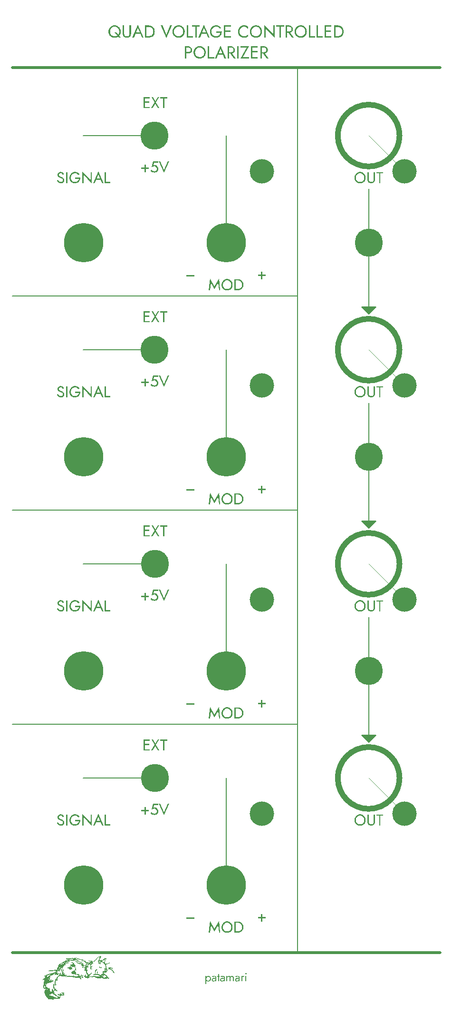
<source format=gbr>
%TF.GenerationSoftware,KiCad,Pcbnew,8.0.6*%
%TF.CreationDate,2025-04-05T09:24:32-04:00*%
%TF.ProjectId,BlindsPanel,426c696e-6473-4506-916e-656c2e6b6963,rev?*%
%TF.SameCoordinates,Original*%
%TF.FileFunction,Soldermask,Top*%
%TF.FilePolarity,Negative*%
%FSLAX46Y46*%
G04 Gerber Fmt 4.6, Leading zero omitted, Abs format (unit mm)*
G04 Created by KiCad (PCBNEW 8.0.6) date 2025-04-05 09:24:32*
%MOMM*%
%LPD*%
G01*
G04 APERTURE LIST*
%ADD10C,0.100000*%
%ADD11C,0.000000*%
%ADD12C,0.200000*%
%ADD13C,0.500000*%
%ADD14C,0.150000*%
%ADD15C,0.187500*%
%ADD16C,1.000000*%
%ADD17C,7.000000*%
%ADD18C,4.340000*%
%ADD19C,5.000000*%
G04 APERTURE END LIST*
D10*
X158750000Y-82550000D02*
X152400000Y-76200000D01*
D11*
G36*
X104772936Y-184153666D02*
G01*
X104772936Y-184237484D01*
X104733248Y-184258383D01*
X104693561Y-184279283D01*
X104681489Y-184297861D01*
X104669416Y-184316438D01*
X104679243Y-184365570D01*
X104689069Y-184414701D01*
X104659289Y-184460152D01*
X104629508Y-184505602D01*
X104577750Y-184494234D01*
X104525992Y-184482866D01*
X104525992Y-184592615D01*
X104489620Y-184700584D01*
X104453247Y-184808553D01*
X104473805Y-184821259D01*
X104494364Y-184833964D01*
X104585143Y-184844808D01*
X104675923Y-184855651D01*
X104731622Y-184789722D01*
X104787321Y-184723793D01*
X104829772Y-184763480D01*
X104872223Y-184803168D01*
X104922865Y-184803038D01*
X104984602Y-184766139D01*
X105046338Y-184729240D01*
X105085037Y-184688666D01*
X105123734Y-184648093D01*
X105208508Y-184616808D01*
X105293282Y-184585524D01*
X105324764Y-184558765D01*
X105356247Y-184532006D01*
X105377847Y-184486789D01*
X105399446Y-184441572D01*
X105438179Y-184436039D01*
X105476913Y-184430506D01*
X105508080Y-184466907D01*
X105539248Y-184503308D01*
X105647031Y-184503308D01*
X105686233Y-184530766D01*
X105725436Y-184558225D01*
X105725436Y-184628580D01*
X105668110Y-184652460D01*
X105610784Y-184676339D01*
X105522589Y-184689062D01*
X105434395Y-184701786D01*
X105416756Y-184714974D01*
X105399117Y-184728163D01*
X105316646Y-184740092D01*
X105234175Y-184752020D01*
X105173059Y-184799643D01*
X105111944Y-184847266D01*
X105030634Y-184895339D01*
X104949325Y-184943411D01*
X104949325Y-184990405D01*
X105024291Y-185046176D01*
X105099256Y-185101946D01*
X105143900Y-185138326D01*
X105188544Y-185174706D01*
X105238387Y-185178555D01*
X105288231Y-185182405D01*
X105321375Y-185138307D01*
X105354521Y-185094210D01*
X105360866Y-184970738D01*
X105367211Y-184847266D01*
X105380551Y-184852559D01*
X105393890Y-184857852D01*
X105422962Y-184799642D01*
X105452033Y-184741432D01*
X105493826Y-184735520D01*
X105535619Y-184729608D01*
X105524133Y-184797256D01*
X105512647Y-184864905D01*
X105479984Y-185094210D01*
X105462367Y-185173585D01*
X105444750Y-185252960D01*
X105443211Y-185332233D01*
X105573226Y-185476145D01*
X105636101Y-185465112D01*
X105698976Y-185454079D01*
X105778350Y-185430584D01*
X105857725Y-185407089D01*
X105932301Y-185386760D01*
X106006877Y-185366431D01*
X106087714Y-185296466D01*
X106168551Y-185226502D01*
X106198799Y-185226502D01*
X106226699Y-185237209D01*
X106254600Y-185247915D01*
X106254200Y-185305878D01*
X106183618Y-185379677D01*
X106113037Y-185453476D01*
X105875344Y-185523292D01*
X105802742Y-185542467D01*
X105730140Y-185561642D01*
X105640924Y-185561642D01*
X105633106Y-185627788D01*
X105625289Y-185693933D01*
X105598355Y-185755179D01*
X105642848Y-185772094D01*
X105687340Y-185789010D01*
X105677371Y-185829666D01*
X105667402Y-185870321D01*
X105650150Y-185892370D01*
X105632900Y-185914419D01*
X105595372Y-185914979D01*
X105557845Y-185915539D01*
X105592082Y-185941435D01*
X105626320Y-185967331D01*
X105637590Y-185949096D01*
X105648860Y-185930861D01*
X105676492Y-185941464D01*
X105704125Y-185952068D01*
X105718229Y-186034666D01*
X105732334Y-186117264D01*
X105728234Y-186170180D01*
X105724133Y-186223097D01*
X105760051Y-186292972D01*
X105795969Y-186362848D01*
X105795969Y-186404453D01*
X105830860Y-186481344D01*
X105865750Y-186558236D01*
X105866150Y-186621750D01*
X105866550Y-186685263D01*
X105848407Y-186737306D01*
X105830264Y-186789350D01*
X105776149Y-186821317D01*
X105722034Y-186853283D01*
X105734007Y-186933127D01*
X105745980Y-187012972D01*
X105722480Y-187027869D01*
X105698980Y-187042766D01*
X105565003Y-187043266D01*
X105524584Y-186999654D01*
X105484165Y-186956041D01*
X105433933Y-187008473D01*
X105383699Y-187060906D01*
X105218230Y-187060906D01*
X105200468Y-187082954D01*
X105182707Y-187105003D01*
X105170445Y-187162344D01*
X105158184Y-187219684D01*
X105182789Y-187229126D01*
X105207394Y-187238568D01*
X105250340Y-187222199D01*
X105293286Y-187205831D01*
X105359432Y-187242449D01*
X105425577Y-187279068D01*
X105425577Y-187343137D01*
X105515203Y-187391640D01*
X105604830Y-187440141D01*
X105666682Y-187487952D01*
X105728534Y-187535761D01*
X105760466Y-187545896D01*
X105792398Y-187556030D01*
X105831495Y-187652357D01*
X105870592Y-187748685D01*
X105943537Y-187820469D01*
X106016481Y-187892253D01*
X106092000Y-187937191D01*
X106167519Y-187982128D01*
X106144455Y-188057502D01*
X106126815Y-188079550D01*
X106109175Y-188101598D01*
X106045642Y-188101598D01*
X105964762Y-188039862D01*
X105883884Y-187978126D01*
X105870795Y-187978126D01*
X105768575Y-188057500D01*
X105666357Y-188136875D01*
X105568016Y-188133890D01*
X105469676Y-188130906D01*
X105328543Y-188120386D01*
X105187432Y-188109858D01*
X105002858Y-188013139D01*
X104972555Y-187966890D01*
X104942252Y-187920641D01*
X104932550Y-187849203D01*
X104922849Y-187777766D01*
X104871444Y-187764047D01*
X104820039Y-187750329D01*
X104806171Y-187758900D01*
X104792302Y-187767470D01*
X104836703Y-187832898D01*
X104881104Y-187898326D01*
X104804962Y-187965290D01*
X104728822Y-188032255D01*
X104649447Y-188021437D01*
X104570072Y-188010619D01*
X104499516Y-188014844D01*
X104428961Y-188019070D01*
X104384863Y-188016945D01*
X104340766Y-188014820D01*
X104265238Y-188003387D01*
X104189709Y-187991954D01*
X104135822Y-188014275D01*
X104081935Y-188036596D01*
X104043781Y-187991596D01*
X104005627Y-187946597D01*
X103833013Y-187925195D01*
X103758087Y-187875566D01*
X103683161Y-187825937D01*
X103582715Y-187801840D01*
X103482269Y-187777743D01*
X103320614Y-187809475D01*
X103158959Y-187841206D01*
X102954363Y-187834660D01*
X102749768Y-187828114D01*
X102721421Y-187804589D01*
X102693075Y-187781063D01*
X102674663Y-187792442D01*
X102656252Y-187803822D01*
X102656252Y-187869775D01*
X102600815Y-187925212D01*
X102516744Y-187925212D01*
X102428549Y-188013406D01*
X102291233Y-188013406D01*
X102250557Y-187978129D01*
X102209882Y-187942850D01*
X102182693Y-187942850D01*
X102096063Y-187962847D01*
X102009435Y-187982844D01*
X101958016Y-187958231D01*
X101906599Y-187933617D01*
X101886749Y-187872088D01*
X101866899Y-187810559D01*
X101825013Y-187804459D01*
X101783127Y-187798360D01*
X101761078Y-187780251D01*
X101739030Y-187762143D01*
X101739030Y-187643704D01*
X101766477Y-187575106D01*
X101793925Y-187506508D01*
X101973084Y-187360768D01*
X102043301Y-187360768D01*
X102021430Y-187470119D01*
X101966298Y-187539729D01*
X101911166Y-187609339D01*
X101929622Y-187627795D01*
X101964281Y-187606150D01*
X101998940Y-187584505D01*
X102056529Y-187606604D01*
X102056529Y-187834935D01*
X102072184Y-187844610D01*
X102087839Y-187854285D01*
X102170562Y-187757456D01*
X102253285Y-187660628D01*
X102300954Y-187660628D01*
X102356391Y-187716064D01*
X102356391Y-187837017D01*
X102404129Y-187837017D01*
X102395233Y-187744412D01*
X102386337Y-187651808D01*
X102364507Y-187634169D01*
X102342678Y-187616530D01*
X102296220Y-187374464D01*
X102251341Y-187345974D01*
X102206462Y-187317484D01*
X102180543Y-187281391D01*
X102180293Y-187242964D01*
X102180042Y-187204536D01*
X102156370Y-187180863D01*
X102132697Y-187157191D01*
X102112273Y-187119027D01*
X102091848Y-187080863D01*
X102091348Y-186999169D01*
X102062469Y-186919794D01*
X102033590Y-186840419D01*
X102023038Y-186770401D01*
X102012486Y-186700383D01*
X101904431Y-186655315D01*
X101796376Y-186610246D01*
X101768718Y-186587291D01*
X101741060Y-186564337D01*
X101760235Y-186522253D01*
X101779410Y-186480168D01*
X101847441Y-186435147D01*
X101915472Y-186390126D01*
X101915472Y-186362092D01*
X101893424Y-186334894D01*
X101871375Y-186307696D01*
X101805229Y-186258874D01*
X101739083Y-186210051D01*
X101739083Y-186132628D01*
X101800385Y-186108575D01*
X101861687Y-186084522D01*
X101918242Y-186026172D01*
X101974797Y-185967822D01*
X101964331Y-185957356D01*
X101953866Y-185946890D01*
X101908939Y-185941960D01*
X101864012Y-185937030D01*
X101818106Y-185906951D01*
X101772201Y-185876873D01*
X101777691Y-185838300D01*
X101782157Y-185806922D01*
X101948299Y-185806922D01*
X102006823Y-185823784D01*
X102065348Y-185840647D01*
X102082987Y-185841967D01*
X102100626Y-185843287D01*
X102126937Y-185826653D01*
X102153248Y-185810019D01*
X102134075Y-185790846D01*
X102114903Y-185771674D01*
X102039106Y-185768064D01*
X101963310Y-185764454D01*
X101955805Y-185785688D01*
X101948299Y-185806922D01*
X101782157Y-185806922D01*
X101783181Y-185799727D01*
X101844918Y-185779815D01*
X101906654Y-185759902D01*
X101915571Y-185709259D01*
X101924487Y-185658616D01*
X102019187Y-185653208D01*
X102113887Y-185647801D01*
X102226533Y-185692896D01*
X102339179Y-185737991D01*
X102424482Y-185737991D01*
X102453139Y-185766649D01*
X102481796Y-185795305D01*
X102476447Y-185832794D01*
X102471099Y-185870283D01*
X102378494Y-185875614D01*
X102285890Y-185880946D01*
X102285890Y-185930420D01*
X102352036Y-185941484D01*
X102418182Y-185952547D01*
X102462279Y-185965801D01*
X102506376Y-185979056D01*
X102506376Y-186064311D01*
X102389034Y-186069487D01*
X102271691Y-186074663D01*
X102261095Y-186116881D01*
X102250499Y-186159098D01*
X102193373Y-186164621D01*
X102136248Y-186170144D01*
X102130646Y-186199739D01*
X102125044Y-186229334D01*
X102172820Y-186235017D01*
X102220596Y-186240699D01*
X102239176Y-186270381D01*
X102257755Y-186300062D01*
X102215727Y-186389792D01*
X102173700Y-186479522D01*
X102193032Y-186498855D01*
X102212364Y-186518187D01*
X102253537Y-186538916D01*
X102294710Y-186559645D01*
X102292439Y-186681672D01*
X102262470Y-186818769D01*
X102232500Y-186955866D01*
X102298468Y-187052088D01*
X102326878Y-187096185D01*
X102355287Y-187140283D01*
X102408781Y-187215872D01*
X102462275Y-187291462D01*
X102462275Y-187413685D01*
X102480299Y-187413685D01*
X102559874Y-187376280D01*
X102639450Y-187338876D01*
X102669925Y-187300501D01*
X102700400Y-187262127D01*
X102806230Y-187183566D01*
X102912060Y-187105005D01*
X102962596Y-187082956D01*
X103013130Y-187060908D01*
X103061324Y-187060908D01*
X103072073Y-187103732D01*
X103082821Y-187146556D01*
X103071220Y-187183107D01*
X103059619Y-187219657D01*
X103010985Y-187219657D01*
X102860058Y-187338720D01*
X102709130Y-187457783D01*
X102719320Y-187522599D01*
X102729509Y-187587414D01*
X102694065Y-187606383D01*
X102658621Y-187625352D01*
X102589521Y-187625352D01*
X102578815Y-187653253D01*
X102568108Y-187681154D01*
X102568108Y-187731185D01*
X102656302Y-187731185D01*
X102656302Y-187683755D01*
X102907656Y-187684105D01*
X103159010Y-187684455D01*
X103277390Y-187661874D01*
X103395769Y-187639294D01*
X103672350Y-187669969D01*
X103948931Y-187700645D01*
X104065498Y-187691994D01*
X104182066Y-187683343D01*
X104305538Y-187695674D01*
X104429010Y-187708005D01*
X104457964Y-187683335D01*
X104486919Y-187658665D01*
X104478420Y-187626163D01*
X104469921Y-187593660D01*
X104423007Y-187550050D01*
X104376094Y-187506438D01*
X104234982Y-187490949D01*
X104093871Y-187475460D01*
X103405955Y-187477950D01*
X103384467Y-187450246D01*
X103362979Y-187422541D01*
X103362419Y-187383894D01*
X103361859Y-187345248D01*
X103383142Y-187332095D01*
X103404423Y-187318942D01*
X103517327Y-187309005D01*
X103630231Y-187299068D01*
X103635481Y-187047119D01*
X103640730Y-186795170D01*
X103701836Y-186666499D01*
X103762941Y-186537829D01*
X103925920Y-186461220D01*
X104007444Y-186461220D01*
X104028610Y-186482387D01*
X104049777Y-186503554D01*
X104049777Y-186566546D01*
X103969526Y-186586753D01*
X103889276Y-186606961D01*
X103846996Y-186690395D01*
X103804717Y-186773829D01*
X103784189Y-186891707D01*
X103763661Y-187009585D01*
X103770472Y-187130114D01*
X103777283Y-187250643D01*
X103798750Y-187276508D01*
X103820217Y-187302374D01*
X103886489Y-187291615D01*
X103952763Y-187280857D01*
X103964987Y-187166490D01*
X103977210Y-187052123D01*
X104007531Y-186950488D01*
X104037851Y-186848854D01*
X104059171Y-186831160D01*
X104080490Y-186813466D01*
X104119742Y-186845251D01*
X104158994Y-186877035D01*
X104137514Y-186955760D01*
X104116033Y-187034484D01*
X104113774Y-187154175D01*
X104111514Y-187273866D01*
X104135643Y-187288794D01*
X104159773Y-187303721D01*
X104308035Y-187322860D01*
X104456298Y-187341998D01*
X104513212Y-187382313D01*
X104570126Y-187422628D01*
X104605404Y-187441917D01*
X104640682Y-187461205D01*
X104661311Y-187538886D01*
X104681940Y-187616567D01*
X104683920Y-187625387D01*
X104685900Y-187634206D01*
X104710667Y-187601513D01*
X104735434Y-187568820D01*
X104706601Y-187492984D01*
X104740092Y-187383888D01*
X104773583Y-187274792D01*
X104809402Y-187263424D01*
X104845221Y-187252055D01*
X104870833Y-187273312D01*
X104896445Y-187294567D01*
X104896445Y-187464339D01*
X104879301Y-187509432D01*
X104862157Y-187554524D01*
X104872184Y-187580656D01*
X104882211Y-187606788D01*
X104942398Y-187618079D01*
X105002585Y-187629370D01*
X105046529Y-187663936D01*
X105090473Y-187698502D01*
X105090473Y-187746455D01*
X105145385Y-187785556D01*
X105200298Y-187824657D01*
X105224996Y-187883771D01*
X105249696Y-187942885D01*
X105390335Y-187942885D01*
X105390335Y-187889450D01*
X105447214Y-187854859D01*
X105504094Y-187820269D01*
X105597144Y-187800951D01*
X105690196Y-187781634D01*
X105690196Y-187768996D01*
X105620328Y-187663807D01*
X105550460Y-187558619D01*
X105469956Y-187531188D01*
X105389452Y-187503757D01*
X105324138Y-187449921D01*
X105258825Y-187396084D01*
X105199011Y-187396084D01*
X105225308Y-187448798D01*
X105251606Y-187501514D01*
X105246005Y-187550223D01*
X105240405Y-187598931D01*
X105193184Y-187604388D01*
X105145963Y-187609846D01*
X105060892Y-187550146D01*
X104975821Y-187490447D01*
X104970212Y-187423360D01*
X104964602Y-187356272D01*
X104994291Y-187179471D01*
X105023979Y-187002670D01*
X105013698Y-186927662D01*
X105003417Y-186852654D01*
X105024896Y-186835543D01*
X105046376Y-186818432D01*
X105108113Y-186805842D01*
X105169849Y-186793251D01*
X105310961Y-186786871D01*
X105319849Y-186681373D01*
X105328738Y-186575874D01*
X105342938Y-186553825D01*
X105357140Y-186531777D01*
X105427933Y-186531777D01*
X105460462Y-186549186D01*
X105492990Y-186566595D01*
X105504265Y-186633331D01*
X105515540Y-186700068D01*
X105529708Y-186722992D01*
X105543876Y-186745916D01*
X105612167Y-186699573D01*
X105680457Y-186653229D01*
X105692515Y-186641171D01*
X105673037Y-186568835D01*
X105653559Y-186496499D01*
X105527959Y-186496499D01*
X105527886Y-186496467D01*
X105703459Y-186496467D01*
X105725904Y-186523513D01*
X105748351Y-186550558D01*
X105766649Y-186544459D01*
X105784948Y-186538360D01*
X105791931Y-186517413D01*
X105798913Y-186496467D01*
X105703459Y-186496467D01*
X105527886Y-186496467D01*
X105472376Y-186471696D01*
X105416794Y-186446893D01*
X105368797Y-186436210D01*
X105320799Y-186425527D01*
X105301729Y-186389895D01*
X105282659Y-186354262D01*
X105381098Y-186310728D01*
X105479537Y-186267194D01*
X105544766Y-186267194D01*
X105566084Y-186241508D01*
X105587401Y-186215822D01*
X105564485Y-186178743D01*
X105558740Y-186090773D01*
X105556926Y-186062991D01*
X105556436Y-186055495D01*
X105601946Y-186055495D01*
X105601946Y-186090773D01*
X105674583Y-186090773D01*
X105663682Y-186073134D01*
X105652780Y-186055495D01*
X105601946Y-186055495D01*
X105556436Y-186055495D01*
X105549367Y-185947238D01*
X105496170Y-185871289D01*
X105496170Y-185756907D01*
X105460893Y-185738027D01*
X105425614Y-185719147D01*
X105425614Y-185564603D01*
X105359469Y-185512756D01*
X105293323Y-185460909D01*
X105252075Y-185439263D01*
X105210826Y-185417616D01*
X105072836Y-185292950D01*
X105072836Y-185229235D01*
X105013446Y-185209635D01*
X104954056Y-185190034D01*
X104885564Y-185138202D01*
X104817072Y-185086370D01*
X104787778Y-185085879D01*
X104758483Y-185085389D01*
X104688046Y-185235320D01*
X104675546Y-185279417D01*
X104663047Y-185323514D01*
X104578947Y-185435813D01*
X104578947Y-185546320D01*
X104560687Y-185580438D01*
X104542428Y-185614556D01*
X104476009Y-185614556D01*
X104470152Y-185489521D01*
X104464294Y-185364485D01*
X104487362Y-185345404D01*
X104510430Y-185326323D01*
X104537032Y-185263182D01*
X104563634Y-185200042D01*
X104578648Y-185120713D01*
X104593662Y-185041383D01*
X104575325Y-185019289D01*
X104556989Y-184997195D01*
X104437837Y-184997195D01*
X104437837Y-185121774D01*
X104415788Y-185130221D01*
X104393739Y-185138669D01*
X104406052Y-185316012D01*
X104395679Y-185357343D01*
X104385305Y-185398674D01*
X104346756Y-185408755D01*
X104308206Y-185418835D01*
X104280417Y-185403276D01*
X104252628Y-185387717D01*
X104252528Y-185263765D01*
X104252428Y-185139813D01*
X104296604Y-185134650D01*
X104340781Y-185129486D01*
X104340781Y-185079453D01*
X104252749Y-185051553D01*
X104164718Y-185023652D01*
X104159211Y-184994650D01*
X104153704Y-184965649D01*
X104207556Y-184927304D01*
X104261406Y-184888959D01*
X104261406Y-184826955D01*
X104305503Y-184785527D01*
X104349600Y-184744100D01*
X104349600Y-184732578D01*
X104364285Y-184732578D01*
X104420141Y-184732578D01*
X104420140Y-184704650D01*
X104420140Y-184676722D01*
X104399195Y-184683704D01*
X104378248Y-184690686D01*
X104371266Y-184711632D01*
X104364285Y-184732578D01*
X104349600Y-184732578D01*
X104349600Y-184627584D01*
X104393698Y-184510428D01*
X104437795Y-184393273D01*
X104437795Y-184241663D01*
X104415746Y-184232766D01*
X104393698Y-184223870D01*
X104453057Y-184221085D01*
X104463757Y-184187373D01*
X104474457Y-184153662D01*
X104534325Y-184107999D01*
X104594193Y-184062336D01*
X104664395Y-184062336D01*
X104772936Y-184153666D01*
G37*
D12*
X114250000Y-114300000D02*
X101550000Y-114300000D01*
X152400000Y-146050000D02*
X151130000Y-144780000D01*
X153670000Y-144780000D01*
X152400000Y-146050000D01*
G36*
X152400000Y-146050000D02*
G01*
X151130000Y-144780000D01*
X153670000Y-144780000D01*
X152400000Y-146050000D01*
G37*
D11*
G36*
X96365001Y-189233787D02*
G01*
X96354343Y-189433341D01*
X96357268Y-189500648D01*
X96360192Y-189567954D01*
X96442066Y-189697924D01*
X96493222Y-189807983D01*
X96544378Y-189918043D01*
X96685489Y-189918442D01*
X96690348Y-189989291D01*
X96695208Y-190060141D01*
X96677761Y-190092741D01*
X96660315Y-190125340D01*
X96681086Y-190180370D01*
X96701857Y-190235399D01*
X96684854Y-190251833D01*
X96667850Y-190268267D01*
X96588475Y-190277144D01*
X96509100Y-190286021D01*
X96480340Y-190277728D01*
X96451580Y-190269415D01*
X96414194Y-190171719D01*
X96376808Y-190074023D01*
X96376808Y-190006478D01*
X96341530Y-189940657D01*
X96306252Y-189874837D01*
X96306252Y-189831985D01*
X96254398Y-189755151D01*
X96202543Y-189678316D01*
X96191454Y-189591106D01*
X96180364Y-189503897D01*
X96198151Y-189319904D01*
X96215939Y-189135912D01*
X96249611Y-189090599D01*
X96283283Y-189045286D01*
X96329471Y-189039760D01*
X96375659Y-189034234D01*
X96365001Y-189233787D01*
G37*
D10*
X158750000Y-120650000D02*
X152400000Y-114300000D01*
D12*
X152400000Y-123825000D02*
X152400000Y-146050000D01*
D11*
G36*
X100295220Y-186381815D02*
G01*
X100306619Y-186522926D01*
X100318310Y-186558727D01*
X100330000Y-186594528D01*
X100311757Y-186642512D01*
X100293513Y-186690495D01*
X100271029Y-186688096D01*
X100248543Y-186685696D01*
X100208817Y-186678042D01*
X100169091Y-186670393D01*
X100152922Y-186640180D01*
X100136752Y-186609967D01*
X100126964Y-186481956D01*
X100117177Y-186353945D01*
X100181002Y-186359060D01*
X100244826Y-186364176D01*
X100252565Y-186342127D01*
X100260303Y-186320078D01*
X100131437Y-186320078D01*
X100137073Y-186280391D01*
X100142710Y-186240704D01*
X100283821Y-186240704D01*
X100295220Y-186381815D01*
G37*
D13*
X88900000Y-183515000D02*
X165100000Y-183515000D01*
D10*
X158750000Y-158750000D02*
X152400000Y-152400000D01*
D12*
X152400000Y-85725000D02*
X152400000Y-107950000D01*
D10*
X158750000Y-44450000D02*
X152400000Y-38100000D01*
D12*
X152400000Y-107950000D02*
X151130000Y-106680000D01*
X153670000Y-106680000D01*
X152400000Y-107950000D01*
G36*
X152400000Y-107950000D02*
G01*
X151130000Y-106680000D01*
X153670000Y-106680000D01*
X152400000Y-107950000D01*
G37*
X127000000Y-38100000D02*
X127000000Y-57150000D01*
X139700000Y-26035000D02*
X139700000Y-183515000D01*
X88900000Y-66675000D02*
X139700000Y-66675000D01*
D11*
G36*
X104613149Y-186055788D02*
G01*
X104656171Y-186075390D01*
X104699193Y-186094992D01*
X104739980Y-186066424D01*
X104780766Y-186037856D01*
X104892070Y-186037856D01*
X104914028Y-186064314D01*
X104935987Y-186090772D01*
X104916045Y-186114801D01*
X104896103Y-186138829D01*
X104806423Y-186185356D01*
X104716744Y-186231884D01*
X104669866Y-186231194D01*
X104622986Y-186230504D01*
X104570071Y-186206884D01*
X104517154Y-186183264D01*
X104466341Y-186129237D01*
X104415528Y-186075210D01*
X104413423Y-186008026D01*
X104411318Y-185940842D01*
X104475174Y-185935504D01*
X104539030Y-185930166D01*
X104613149Y-186055788D01*
G37*
G36*
X100248966Y-186127380D02*
G01*
X100260584Y-186163987D01*
X100254564Y-186169905D01*
X100248543Y-186175822D01*
X100186526Y-186187403D01*
X100124508Y-186198984D01*
X100111561Y-186186036D01*
X100098614Y-186173089D01*
X100098614Y-186126052D01*
X100167087Y-186126052D01*
X100177988Y-186108413D01*
X100188890Y-186090774D01*
X100237347Y-186090774D01*
X100248966Y-186127380D01*
G37*
D12*
X88900000Y-104775000D02*
X139700000Y-104775000D01*
X152400000Y-47625000D02*
X152400000Y-69850000D01*
X114250000Y-38100000D02*
X101550000Y-38100000D01*
X114250000Y-152400000D02*
X101550000Y-152400000D01*
D11*
G36*
X97842077Y-190571343D02*
G01*
X97955488Y-190588334D01*
X98056912Y-190608560D01*
X98158335Y-190628788D01*
X98158335Y-190660996D01*
X98102580Y-190768814D01*
X98158335Y-190939275D01*
X98158335Y-191042979D01*
X98131619Y-191065152D01*
X98104903Y-191087323D01*
X97986098Y-191095768D01*
X97867293Y-191104213D01*
X97754009Y-191058116D01*
X97640725Y-191012020D01*
X97611530Y-191012020D01*
X97611530Y-191153132D01*
X97545384Y-191150487D01*
X97479238Y-191147842D01*
X97426322Y-191140833D01*
X97373405Y-191133818D01*
X97246939Y-191073080D01*
X97120474Y-191012343D01*
X97066141Y-190946427D01*
X97011808Y-190880513D01*
X97011808Y-190852516D01*
X97057212Y-190831829D01*
X97102616Y-190811141D01*
X97136348Y-190832207D01*
X97170079Y-190853273D01*
X97234964Y-190853273D01*
X97276391Y-190897370D01*
X97317819Y-190941467D01*
X97364586Y-190941467D01*
X97364586Y-190976744D01*
X97435141Y-190976744D01*
X97435141Y-190940061D01*
X97399864Y-190870911D01*
X97364586Y-190801760D01*
X97364586Y-190709841D01*
X97401105Y-190641606D01*
X97505697Y-190641606D01*
X97505697Y-190711940D01*
X97578899Y-190764967D01*
X97652101Y-190817994D01*
X97697972Y-190817994D01*
X97712077Y-190840193D01*
X97726183Y-190862390D01*
X97814377Y-190893196D01*
X97902572Y-190924002D01*
X97942259Y-190923902D01*
X97981947Y-190923802D01*
X97981386Y-190901754D01*
X97980825Y-190879705D01*
X97957393Y-190848838D01*
X97933961Y-190817995D01*
X97897526Y-190817995D01*
X97888210Y-190793717D01*
X97878894Y-190769438D01*
X97828996Y-190775444D01*
X97779099Y-190781450D01*
X97809968Y-190771971D01*
X97840835Y-190762492D01*
X97840835Y-190727816D01*
X97761460Y-190692705D01*
X97682085Y-190657594D01*
X97682085Y-190593009D01*
X97705375Y-190573680D01*
X97728665Y-190554351D01*
X97842077Y-190571343D01*
G37*
G36*
X101534905Y-187424460D02*
G01*
X101562641Y-187435103D01*
X101562641Y-187542169D01*
X101489897Y-187657351D01*
X101417153Y-187772533D01*
X101463439Y-187806249D01*
X101509725Y-187839966D01*
X101509725Y-187923976D01*
X101475607Y-187942236D01*
X101441488Y-187960495D01*
X101338093Y-187960495D01*
X101291616Y-187923937D01*
X101245140Y-187887379D01*
X101245140Y-187769392D01*
X101281435Y-187684721D01*
X101317729Y-187600051D01*
X101379646Y-187524489D01*
X101441564Y-187448926D01*
X101474366Y-187431371D01*
X101507169Y-187413816D01*
X101534905Y-187424460D01*
G37*
G36*
X96928023Y-190154327D02*
G01*
X97011808Y-190232082D01*
X97011808Y-190286823D01*
X96972605Y-190314281D01*
X96933403Y-190341740D01*
X96906460Y-190340645D01*
X96879516Y-190339550D01*
X96821950Y-190300962D01*
X96764384Y-190262370D01*
X96749746Y-190209454D01*
X96735109Y-190156537D01*
X96747479Y-190121258D01*
X96759850Y-190085981D01*
X96802044Y-190081276D01*
X96844239Y-190076571D01*
X96928023Y-190154327D01*
G37*
D12*
X88900000Y-142875000D02*
X139700000Y-142875000D01*
D11*
G36*
X101502063Y-186044932D02*
G01*
X101597919Y-186090317D01*
X101597919Y-186157555D01*
X101570017Y-186168261D01*
X101542117Y-186178967D01*
X101530330Y-186176737D01*
X101518543Y-186174507D01*
X101447988Y-186157016D01*
X101377432Y-186139523D01*
X101354257Y-186132908D01*
X101331082Y-186126294D01*
X101336618Y-186068990D01*
X101342155Y-186011687D01*
X101374182Y-186005617D01*
X101406208Y-185999547D01*
X101502063Y-186044932D01*
G37*
G36*
X106459135Y-186125236D02*
G01*
X106563268Y-186143398D01*
X106642642Y-186152784D01*
X106722017Y-186162171D01*
X106750384Y-186170965D01*
X106778752Y-186179758D01*
X106809962Y-186248970D01*
X106841172Y-186318182D01*
X106830655Y-186345589D01*
X106820138Y-186372996D01*
X106797535Y-186371171D01*
X106774933Y-186369346D01*
X106708785Y-186351781D01*
X106642640Y-186334213D01*
X106640550Y-186305098D01*
X106638461Y-186275982D01*
X106641326Y-186253933D01*
X106644190Y-186231885D01*
X106609448Y-186231885D01*
X106597409Y-186251362D01*
X106585372Y-186270841D01*
X106468487Y-186259639D01*
X106351602Y-186248437D01*
X106243185Y-186232939D01*
X106134768Y-186217441D01*
X106096600Y-186197014D01*
X106058431Y-186176588D01*
X106064100Y-186146910D01*
X106069769Y-186117232D01*
X106212385Y-186112152D01*
X106355001Y-186107073D01*
X106459135Y-186125236D01*
G37*
G36*
X100149913Y-184430147D02*
G01*
X100217359Y-184450355D01*
X100331693Y-184450355D01*
X100320987Y-184478256D01*
X100310280Y-184506157D01*
X100310280Y-184520193D01*
X100239725Y-184556188D01*
X100169169Y-184592183D01*
X100169169Y-184621081D01*
X100214096Y-184641551D01*
X100259023Y-184662021D01*
X100311161Y-184662021D01*
X100410974Y-184697102D01*
X100510786Y-184732184D01*
X100557019Y-184776477D01*
X100603251Y-184820771D01*
X100660975Y-184820771D01*
X100671877Y-184803132D01*
X100682778Y-184785493D01*
X100733612Y-184785493D01*
X100734652Y-184842820D01*
X100735692Y-184900146D01*
X100774339Y-184977897D01*
X100812985Y-185055648D01*
X100901180Y-185079845D01*
X100989373Y-185104041D01*
X101223130Y-185176568D01*
X101281773Y-185214746D01*
X101340415Y-185252924D01*
X101438297Y-185305841D01*
X101536180Y-185358758D01*
X101536180Y-185411328D01*
X101484262Y-185420321D01*
X101432346Y-185429314D01*
X101435756Y-185442542D01*
X101439166Y-185455772D01*
X101439166Y-185490633D01*
X101511233Y-185502157D01*
X101583299Y-185513680D01*
X101592950Y-185538829D01*
X101602600Y-185563977D01*
X101582619Y-185583958D01*
X101562637Y-185603939D01*
X101562637Y-185645390D01*
X101614595Y-185655782D01*
X101666552Y-185666173D01*
X101685771Y-185702084D01*
X101704990Y-185737995D01*
X101686109Y-185773272D01*
X101667229Y-185808550D01*
X101632020Y-185808550D01*
X101544998Y-185764453D01*
X101457977Y-185720356D01*
X101403887Y-185720356D01*
X101403887Y-185756887D01*
X101478985Y-185789078D01*
X101554083Y-185821268D01*
X101611276Y-185869393D01*
X101668471Y-185917519D01*
X101668471Y-185984939D01*
X101593544Y-185984939D01*
X101487886Y-185914383D01*
X101382228Y-185843828D01*
X101320957Y-185843828D01*
X101265408Y-185824463D01*
X101209860Y-185805099D01*
X101209860Y-185757633D01*
X101249548Y-185729305D01*
X101289235Y-185700977D01*
X101240728Y-185665098D01*
X101192221Y-185629219D01*
X101192221Y-185511227D01*
X101090798Y-185500763D01*
X100989373Y-185490298D01*
X100870698Y-185472932D01*
X100752022Y-185455566D01*
X100662061Y-185436273D01*
X100572099Y-185416980D01*
X100539256Y-185340361D01*
X100506414Y-185263742D01*
X100452442Y-185235832D01*
X100398471Y-185207922D01*
X100398471Y-185150517D01*
X100398471Y-185120634D01*
X100486670Y-185120634D01*
X100486670Y-185150517D01*
X100630672Y-185228179D01*
X100774674Y-185305842D01*
X101023137Y-185361030D01*
X101271600Y-185416218D01*
X101330396Y-185418356D01*
X101389192Y-185420495D01*
X101381927Y-185398446D01*
X101374663Y-185376398D01*
X101304350Y-185322609D01*
X101234037Y-185268821D01*
X101129346Y-185245664D01*
X101024655Y-185222508D01*
X100866620Y-185171571D01*
X100708586Y-185120634D01*
X100486670Y-185120634D01*
X100398471Y-185120634D01*
X100398471Y-185103667D01*
X100319096Y-185084985D01*
X100195624Y-185071941D01*
X100072152Y-185058898D01*
X100072152Y-184970703D01*
X100238125Y-184965594D01*
X100404100Y-184960485D01*
X100482863Y-184987322D01*
X100561625Y-185014160D01*
X100574697Y-185006081D01*
X100587768Y-184998003D01*
X100579893Y-184956808D01*
X100572017Y-184915613D01*
X100370452Y-184870896D01*
X100121673Y-184876702D01*
X99872895Y-184882508D01*
X99838843Y-184913376D01*
X99804791Y-184944245D01*
X99747030Y-184944245D01*
X99685882Y-184915085D01*
X99624734Y-184885926D01*
X99390789Y-184913453D01*
X99156844Y-184940980D01*
X99138248Y-184967542D01*
X99119652Y-184994105D01*
X99101355Y-185024498D01*
X99083057Y-185054891D01*
X98970994Y-185070216D01*
X98858932Y-185085542D01*
X98801773Y-185120868D01*
X98744613Y-185156195D01*
X98673247Y-185160974D01*
X98601880Y-185165753D01*
X98537569Y-185219853D01*
X98489062Y-185250025D01*
X98440555Y-185280197D01*
X98440555Y-185328237D01*
X98559617Y-185319219D01*
X98678680Y-185310200D01*
X98707007Y-185285538D01*
X98735333Y-185260877D01*
X98843712Y-185241786D01*
X98952092Y-185222695D01*
X98978545Y-185232847D01*
X99004999Y-185242998D01*
X99004999Y-185294502D01*
X98975511Y-185323990D01*
X98946023Y-185353478D01*
X98881935Y-185343230D01*
X98817846Y-185332982D01*
X98783541Y-185356716D01*
X98749235Y-185380450D01*
X98643402Y-185393352D01*
X98537569Y-185406254D01*
X98513029Y-185426603D01*
X98488489Y-185446952D01*
X98424834Y-185465056D01*
X98361180Y-185483160D01*
X98355828Y-185546780D01*
X98350477Y-185610400D01*
X98429050Y-185601544D01*
X98507624Y-185592687D01*
X98528641Y-185631956D01*
X98549656Y-185671225D01*
X98516327Y-185704554D01*
X98422751Y-185668998D01*
X98329175Y-185633442D01*
X98279032Y-185663062D01*
X98228888Y-185692682D01*
X98228888Y-185718940D01*
X98139375Y-185802670D01*
X98049862Y-185886399D01*
X97996319Y-185992995D01*
X97942777Y-186099590D01*
X97899125Y-186214243D01*
X97855472Y-186328896D01*
X97838390Y-186399452D01*
X97821308Y-186470007D01*
X97794488Y-186549383D01*
X97767669Y-186628758D01*
X97763331Y-186748171D01*
X97758992Y-186867584D01*
X97738655Y-186887922D01*
X97718318Y-186908259D01*
X97674228Y-186888171D01*
X97630139Y-186868082D01*
X97618850Y-186823105D01*
X97607562Y-186778127D01*
X97634563Y-186650525D01*
X97661564Y-186522924D01*
X97723103Y-186355355D01*
X97784642Y-186187785D01*
X97822245Y-186112248D01*
X97859847Y-186036712D01*
X97848279Y-186017994D01*
X97836711Y-185999277D01*
X97757537Y-186075892D01*
X97678362Y-186152508D01*
X97608079Y-186246509D01*
X97537795Y-186340510D01*
X97497066Y-186432606D01*
X97456337Y-186524701D01*
X97400100Y-186608029D01*
X97343862Y-186691357D01*
X97327215Y-186751647D01*
X97310568Y-186811937D01*
X97275840Y-186822960D01*
X97241111Y-186833983D01*
X97207307Y-186823254D01*
X97173504Y-186812525D01*
X97136950Y-186707668D01*
X97109616Y-186697179D01*
X97082282Y-186686690D01*
X97039649Y-186697390D01*
X96997016Y-186708090D01*
X96966298Y-186800716D01*
X96935580Y-186893341D01*
X96903137Y-186951204D01*
X96870694Y-187009067D01*
X96870694Y-187023290D01*
X96967708Y-187034453D01*
X96964035Y-187138826D01*
X96960362Y-187243199D01*
X97034717Y-187170226D01*
X97109072Y-187097252D01*
X97153043Y-187108087D01*
X97197014Y-187118923D01*
X97241111Y-187153425D01*
X97241111Y-187236826D01*
X97182714Y-187261227D01*
X97124317Y-187285626D01*
X97059143Y-187361768D01*
X96993968Y-187437910D01*
X96910282Y-187433974D01*
X96826597Y-187430039D01*
X96796847Y-187421031D01*
X96767096Y-187412023D01*
X96761569Y-187374551D01*
X96756042Y-187337080D01*
X96737167Y-187330877D01*
X96718292Y-187324673D01*
X96675431Y-187362047D01*
X96632569Y-187399420D01*
X96537538Y-187448851D01*
X96494163Y-187432359D01*
X96450788Y-187415868D01*
X96439534Y-187397659D01*
X96428281Y-187379450D01*
X96453654Y-187330384D01*
X96479027Y-187281318D01*
X96516111Y-187247758D01*
X96553194Y-187214198D01*
X96553194Y-187179879D01*
X96483262Y-187191062D01*
X96413329Y-187202245D01*
X96346560Y-187245534D01*
X96279792Y-187288823D01*
X96226875Y-187349419D01*
X96152383Y-187419116D01*
X96077891Y-187488813D01*
X95958355Y-187528879D01*
X95838820Y-187568944D01*
X95794722Y-187579147D01*
X95750625Y-187589350D01*
X95627153Y-187666828D01*
X95669359Y-187677311D01*
X95711564Y-187687793D01*
X95726821Y-187729037D01*
X95742079Y-187770282D01*
X95679250Y-187827831D01*
X95616421Y-187885380D01*
X95540425Y-187924466D01*
X95464430Y-187963552D01*
X95374904Y-188036990D01*
X95285377Y-188110429D01*
X95282166Y-188124081D01*
X95278954Y-188137735D01*
X95289453Y-188190227D01*
X95299951Y-188242720D01*
X95336111Y-188242720D01*
X95336111Y-188193856D01*
X95417647Y-188094816D01*
X95499182Y-187995776D01*
X95581642Y-187995776D01*
X95603184Y-188067677D01*
X95624727Y-188139578D01*
X95592979Y-188239656D01*
X95561232Y-188339734D01*
X95544038Y-188392651D01*
X95526844Y-188445567D01*
X95503359Y-188542435D01*
X95479874Y-188639304D01*
X95485815Y-188645245D01*
X95491756Y-188651186D01*
X95581147Y-188513099D01*
X95670539Y-188375011D01*
X95740122Y-188298435D01*
X95809705Y-188221859D01*
X95846312Y-188233478D01*
X95882919Y-188245097D01*
X95882919Y-188365410D01*
X95835389Y-188462321D01*
X95787859Y-188559234D01*
X95797615Y-188568990D01*
X95807371Y-188578745D01*
X95887628Y-188544344D01*
X95967884Y-188509942D01*
X95997572Y-188457600D01*
X96103190Y-188422037D01*
X96208809Y-188386475D01*
X96231072Y-188404952D01*
X96253336Y-188423429D01*
X96253336Y-188526546D01*
X96166745Y-188613137D01*
X96059390Y-188613137D01*
X95971058Y-188676597D01*
X95882726Y-188740057D01*
X95872091Y-188782430D01*
X95861456Y-188824803D01*
X95703154Y-188824803D01*
X95652207Y-188794708D01*
X95601261Y-188764613D01*
X95547849Y-188819244D01*
X95494438Y-188873874D01*
X95431456Y-188885689D01*
X95368474Y-188897505D01*
X95325836Y-188869567D01*
X95283197Y-188841630D01*
X95283197Y-188824325D01*
X95298856Y-188793697D01*
X95314515Y-188763068D01*
X95345903Y-188626377D01*
X95377291Y-188489686D01*
X95366380Y-188478775D01*
X95355470Y-188467864D01*
X95342894Y-188517970D01*
X95330318Y-188568076D01*
X95271525Y-188665572D01*
X95212732Y-188763069D01*
X95212687Y-188789248D01*
X95212642Y-188815427D01*
X95165698Y-188912720D01*
X95118754Y-189010014D01*
X95107193Y-189035294D01*
X95095631Y-189060573D01*
X95068339Y-189077788D01*
X95041048Y-189095003D01*
X95012192Y-189083930D01*
X94983336Y-189072857D01*
X94983336Y-188882480D01*
X95053892Y-188792783D01*
X95053892Y-188701333D01*
X94981017Y-188701333D01*
X94949256Y-188718331D01*
X94917494Y-188735329D01*
X94906143Y-188806319D01*
X94894791Y-188877309D01*
X94860586Y-188943661D01*
X94826382Y-189010014D01*
X94808642Y-189057572D01*
X94790903Y-189105130D01*
X94730264Y-189116506D01*
X94669624Y-189127882D01*
X94678654Y-189195203D01*
X94687683Y-189262522D01*
X94657185Y-189321477D01*
X94626686Y-189380431D01*
X94611402Y-189442168D01*
X94596118Y-189503904D01*
X94614768Y-189600928D01*
X94633417Y-189697951D01*
X94657599Y-189731022D01*
X94681780Y-189764092D01*
X94706781Y-189754499D01*
X94731782Y-189744905D01*
X94734345Y-189626713D01*
X94736908Y-189508520D01*
X94761794Y-189468626D01*
X94774757Y-189380432D01*
X94787721Y-189292238D01*
X94799402Y-189234463D01*
X94811083Y-189176689D01*
X94848218Y-189150679D01*
X94885353Y-189124669D01*
X94961378Y-189124669D01*
X94998293Y-189169148D01*
X94955978Y-189362984D01*
X94913663Y-189556821D01*
X94913223Y-189598668D01*
X94912783Y-189640515D01*
X94941214Y-189616919D01*
X94969646Y-189593323D01*
X95026232Y-189598198D01*
X95082819Y-189603073D01*
X95101145Y-189562308D01*
X95119471Y-189521543D01*
X95131759Y-189576945D01*
X95144046Y-189632348D01*
X95242106Y-189740708D01*
X95340166Y-189849068D01*
X95360190Y-189821943D01*
X95380213Y-189794818D01*
X95434613Y-189779314D01*
X95489013Y-189763811D01*
X95518398Y-189780256D01*
X95547783Y-189796700D01*
X95547783Y-189827518D01*
X95502148Y-189881753D01*
X95456514Y-189935986D01*
X95483131Y-189946200D01*
X95509748Y-189956415D01*
X95580741Y-189918420D01*
X95653616Y-189918420D01*
X95653616Y-189951616D01*
X95638294Y-189961085D01*
X95622972Y-189970555D01*
X95611735Y-190040829D01*
X95600498Y-190111101D01*
X95662975Y-190239477D01*
X95725451Y-190367852D01*
X95781188Y-190425358D01*
X95836925Y-190482864D01*
X95882448Y-190482864D01*
X95907849Y-190422073D01*
X95933249Y-190361281D01*
X95945538Y-190214815D01*
X95957826Y-190068350D01*
X95980947Y-190011652D01*
X96004069Y-189954952D01*
X96049558Y-189943536D01*
X96095046Y-189932119D01*
X96147505Y-189975655D01*
X96147505Y-190022929D01*
X96183095Y-190118051D01*
X96218685Y-190213174D01*
X96288928Y-190240766D01*
X96359171Y-190268358D01*
X96359171Y-190352987D01*
X96332521Y-190442729D01*
X96305870Y-190532471D01*
X96323810Y-190579656D01*
X96341750Y-190626841D01*
X96363690Y-190619604D01*
X96385630Y-190612368D01*
X96404738Y-190574388D01*
X96423846Y-190536409D01*
X96456111Y-190560002D01*
X96488376Y-190583594D01*
X96477244Y-190612603D01*
X96466112Y-190641613D01*
X96415862Y-190641613D01*
X96404607Y-190670942D01*
X96393352Y-190700273D01*
X96491463Y-190804066D01*
X96590676Y-190871925D01*
X96689888Y-190939785D01*
X96700011Y-190966165D01*
X96710134Y-190992545D01*
X96767506Y-191022213D01*
X96824877Y-191051880D01*
X96849048Y-191076051D01*
X96873219Y-191100222D01*
X96925894Y-191100222D01*
X96967959Y-191150213D01*
X97010024Y-191200206D01*
X97094702Y-191240963D01*
X97179380Y-191281721D01*
X97289972Y-191332896D01*
X97322871Y-191326733D01*
X97355769Y-191320569D01*
X97390007Y-191244888D01*
X97424245Y-191169207D01*
X97459839Y-191174401D01*
X97495434Y-191179596D01*
X97506153Y-191223693D01*
X97516873Y-191267791D01*
X97503578Y-191320707D01*
X97490282Y-191373624D01*
X97462952Y-191479457D01*
X97435623Y-191585290D01*
X97426386Y-191633165D01*
X97417150Y-191681040D01*
X97342362Y-191701732D01*
X97267574Y-191722424D01*
X97126463Y-191700800D01*
X96985352Y-191679176D01*
X96801362Y-191663256D01*
X96617372Y-191647335D01*
X96583464Y-191678049D01*
X96549556Y-191708763D01*
X96306340Y-191708763D01*
X96306296Y-191764202D01*
X96306252Y-191819641D01*
X96278352Y-191830349D01*
X96250451Y-191841055D01*
X96212206Y-191838410D01*
X96173961Y-191835765D01*
X96122629Y-191828145D01*
X96071297Y-191820524D01*
X96034435Y-191798033D01*
X95997572Y-191775543D01*
X95895367Y-191744673D01*
X95793163Y-191713804D01*
X95736617Y-191725261D01*
X95680072Y-191736719D01*
X95569948Y-191746835D01*
X95459824Y-191756951D01*
X95363288Y-191744890D01*
X95266751Y-191732829D01*
X95286165Y-191701744D01*
X95305578Y-191670658D01*
X95274923Y-191623874D01*
X95244269Y-191577090D01*
X95184358Y-191540063D01*
X95124447Y-191503035D01*
X95124447Y-191441355D01*
X95053272Y-191366208D01*
X95262607Y-191366208D01*
X95339048Y-191435337D01*
X95415489Y-191504465D01*
X95437537Y-191505190D01*
X95459586Y-191505915D01*
X95459586Y-191457101D01*
X95388980Y-191393312D01*
X95318373Y-191329523D01*
X95285279Y-191329523D01*
X95273943Y-191347866D01*
X95262607Y-191366208D01*
X95053272Y-191366208D01*
X95040662Y-191352895D01*
X94956878Y-191264435D01*
X94923440Y-191212092D01*
X94897044Y-191170773D01*
X95142086Y-191170773D01*
X95142086Y-191212092D01*
X95170902Y-191243933D01*
X95199717Y-191275775D01*
X95214999Y-191266330D01*
X95230280Y-191256886D01*
X95230280Y-191241329D01*
X96039587Y-191241329D01*
X96076947Y-191241329D01*
X96076947Y-191206051D01*
X96061390Y-191206051D01*
X96050489Y-191223690D01*
X96039587Y-191241329D01*
X95230280Y-191241329D01*
X95230280Y-191226210D01*
X95202562Y-191198491D01*
X95174844Y-191170773D01*
X95142086Y-191170773D01*
X94897044Y-191170773D01*
X94871510Y-191130802D01*
X94815128Y-191042544D01*
X94786142Y-190997170D01*
X94783882Y-190990611D01*
X95018614Y-190990611D01*
X95018614Y-191042544D01*
X95055172Y-191089020D01*
X95091730Y-191135496D01*
X95118568Y-191135496D01*
X95129623Y-191124440D01*
X95140679Y-191113384D01*
X95114471Y-191062704D01*
X95088263Y-191012023D01*
X95074416Y-191012023D01*
X95046515Y-191001317D01*
X95022901Y-190992256D01*
X95476462Y-190992256D01*
X95521816Y-191034310D01*
X95567170Y-191076364D01*
X95655315Y-191098955D01*
X95743460Y-191121546D01*
X95861697Y-191179848D01*
X95979933Y-191238150D01*
X96000328Y-191212175D01*
X96020723Y-191186199D01*
X96156322Y-191208725D01*
X96204829Y-191227170D01*
X96253336Y-191245615D01*
X96253336Y-191277486D01*
X96301843Y-191294686D01*
X96350350Y-191311885D01*
X96438544Y-191355555D01*
X96526739Y-191399223D01*
X96676669Y-191441558D01*
X96826600Y-191483894D01*
X96919204Y-191486084D01*
X97011808Y-191488279D01*
X97011808Y-191453668D01*
X97055905Y-191442600D01*
X97100003Y-191431533D01*
X97099359Y-191420216D01*
X97098715Y-191408899D01*
X97022105Y-191360392D01*
X96945496Y-191311885D01*
X96890856Y-191311885D01*
X96863137Y-191284167D01*
X96835419Y-191256449D01*
X96835419Y-191277164D01*
X96786340Y-191222235D01*
X96737261Y-191167305D01*
X96649639Y-191157672D01*
X96562017Y-191148037D01*
X96549718Y-191129003D01*
X96537420Y-191109970D01*
X96576677Y-191085708D01*
X96525250Y-191034857D01*
X96473822Y-190984006D01*
X96417796Y-190961136D01*
X96361770Y-190938267D01*
X96325192Y-190949876D01*
X96288614Y-190961486D01*
X96288614Y-190906192D01*
X96253336Y-190906192D01*
X96253336Y-190816452D01*
X96222468Y-190821634D01*
X96191600Y-190826817D01*
X96195728Y-190782720D01*
X96199857Y-190738623D01*
X96175433Y-190668067D01*
X96151009Y-190597511D01*
X96077004Y-190586245D01*
X96059337Y-190632714D01*
X96041670Y-190679182D01*
X96041670Y-190751760D01*
X96068128Y-190729802D01*
X96094586Y-190707844D01*
X96121045Y-190729802D01*
X96147503Y-190751760D01*
X96147503Y-190792486D01*
X96052003Y-190791021D01*
X95956504Y-190789556D01*
X95930365Y-190767863D01*
X95904225Y-190746169D01*
X95865399Y-190808991D01*
X95826572Y-190871814D01*
X95836327Y-190897233D01*
X95846081Y-190922654D01*
X95959561Y-190912056D01*
X96073041Y-190901459D01*
X96114197Y-190930285D01*
X96155353Y-190959112D01*
X95496946Y-190959112D01*
X95486704Y-190975684D01*
X95476462Y-190992256D01*
X95022901Y-190992256D01*
X95018614Y-190990611D01*
X94783882Y-190990611D01*
X94764925Y-190935588D01*
X94759882Y-190920951D01*
X94743023Y-190872018D01*
X94948058Y-190872018D01*
X94948058Y-190935588D01*
X94959818Y-190947347D01*
X94971577Y-190959106D01*
X95000975Y-190959106D01*
X95000975Y-190925715D01*
X95000975Y-190892324D01*
X94974517Y-190882171D01*
X94948058Y-190872018D01*
X94743023Y-190872018D01*
X94733622Y-190844731D01*
X94718898Y-190826953D01*
X94704174Y-190809176D01*
X94667640Y-190657967D01*
X94664121Y-190643401D01*
X95508040Y-190643401D01*
X95548624Y-190686600D01*
X95589208Y-190729800D01*
X95618336Y-190729800D01*
X95618336Y-190606328D01*
X95585943Y-190606328D01*
X95558191Y-190595678D01*
X95530439Y-190585028D01*
X95508040Y-190643401D01*
X94664121Y-190643401D01*
X94631106Y-190506758D01*
X94656275Y-190363604D01*
X94681444Y-190220450D01*
X94691804Y-190200005D01*
X94820920Y-190200005D01*
X94866851Y-190254591D01*
X94912781Y-190309176D01*
X94912781Y-190341747D01*
X94948059Y-190341747D01*
X94947718Y-190319697D01*
X94947378Y-190297649D01*
X94924522Y-190209475D01*
X94901667Y-190121301D01*
X94843486Y-190110097D01*
X94832203Y-190155051D01*
X94820920Y-190200005D01*
X94691804Y-190200005D01*
X94711045Y-190162035D01*
X94740646Y-190103621D01*
X94767711Y-190072753D01*
X94794776Y-190041885D01*
X94859864Y-190041885D01*
X94859239Y-190002198D01*
X94858614Y-189962511D01*
X94836452Y-189922604D01*
X94815869Y-189885539D01*
X95036253Y-189885539D01*
X95036672Y-189909592D01*
X95060911Y-190000628D01*
X95085149Y-190091663D01*
X95098420Y-190113135D01*
X95111691Y-190134608D01*
X95127765Y-190105884D01*
X95143839Y-190077161D01*
X95224131Y-190077161D01*
X95259940Y-190116849D01*
X95295748Y-190156536D01*
X95328553Y-190213862D01*
X95361359Y-190271188D01*
X95389031Y-190271188D01*
X95388765Y-190249141D01*
X95388499Y-190227093D01*
X95364159Y-190157154D01*
X95339818Y-190087216D01*
X95318968Y-190080266D01*
X95298118Y-190073315D01*
X95211242Y-189984125D01*
X95124365Y-189894934D01*
X95080309Y-189890239D01*
X95036253Y-189885539D01*
X94815869Y-189885539D01*
X94814290Y-189882696D01*
X94779751Y-189908813D01*
X94745211Y-189934930D01*
X94680419Y-189935490D01*
X94615626Y-189936050D01*
X94563788Y-189892432D01*
X94511950Y-189848813D01*
X94507657Y-189830217D01*
X94995095Y-189830217D01*
X95042132Y-189830217D01*
X95030373Y-189818458D01*
X95018614Y-189806699D01*
X95006855Y-189818458D01*
X94995095Y-189830217D01*
X94507657Y-189830217D01*
X94490464Y-189755730D01*
X94468978Y-189662648D01*
X94450473Y-189510634D01*
X94431968Y-189358620D01*
X94469941Y-189241079D01*
X94507915Y-189123538D01*
X94530056Y-188949643D01*
X94552196Y-188775748D01*
X94528258Y-188739694D01*
X94504319Y-188703641D01*
X94540659Y-188653977D01*
X94576998Y-188604313D01*
X94584015Y-188540572D01*
X95015292Y-188540572D01*
X95039485Y-188579717D01*
X95059564Y-188573024D01*
X95079643Y-188566331D01*
X95110794Y-188479490D01*
X95141944Y-188392647D01*
X95142015Y-188379418D01*
X95142086Y-188366189D01*
X95093226Y-188366189D01*
X95065537Y-188408449D01*
X95037847Y-188450709D01*
X95015292Y-188540572D01*
X94584015Y-188540572D01*
X94591561Y-188472022D01*
X94698311Y-188472022D01*
X94730242Y-188472022D01*
X94766532Y-188432336D01*
X94802821Y-188392648D01*
X94834481Y-188330912D01*
X94866141Y-188269176D01*
X94877787Y-188194591D01*
X94889434Y-188120006D01*
X94798128Y-188141748D01*
X94777048Y-188158310D01*
X94755969Y-188174872D01*
X94736491Y-188274940D01*
X94717013Y-188375008D01*
X94707662Y-188423515D01*
X94698311Y-188472022D01*
X94591561Y-188472022D01*
X94596125Y-188430560D01*
X94615252Y-188256808D01*
X94605832Y-188247387D01*
X94596412Y-188237967D01*
X94538520Y-188261060D01*
X94480628Y-188284152D01*
X94432019Y-188317624D01*
X94383410Y-188351096D01*
X94352644Y-188345266D01*
X94321878Y-188339436D01*
X94316896Y-188277846D01*
X94311915Y-188216257D01*
X94398315Y-188152530D01*
X94443442Y-188119245D01*
X95053891Y-188119245D01*
X95073903Y-188119245D01*
X95146241Y-188061919D01*
X95218578Y-188004592D01*
X95347901Y-187882549D01*
X95477225Y-187760506D01*
X95477225Y-187731189D01*
X95424410Y-187731189D01*
X95358213Y-187789904D01*
X95292017Y-187848619D01*
X95191153Y-187905531D01*
X95090290Y-187962443D01*
X95072189Y-188027615D01*
X95054088Y-188092786D01*
X95053990Y-188106016D01*
X95053891Y-188119245D01*
X94443442Y-188119245D01*
X94484715Y-188088803D01*
X94568516Y-188046950D01*
X94652318Y-188005098D01*
X94687645Y-187925217D01*
X94842225Y-187925217D01*
X94855454Y-187925166D01*
X94868683Y-187925116D01*
X94925536Y-187890420D01*
X94982389Y-187855756D01*
X94993919Y-187809821D01*
X95005448Y-187763885D01*
X94962722Y-187722370D01*
X94902473Y-187791454D01*
X94842225Y-187860539D01*
X94842225Y-187925217D01*
X94687645Y-187925217D01*
X94693762Y-187911385D01*
X94716248Y-187860539D01*
X94735206Y-187817673D01*
X94771077Y-187767297D01*
X94806947Y-187716921D01*
X94806947Y-187678271D01*
X94752789Y-187678271D01*
X94709441Y-187706673D01*
X94666093Y-187735076D01*
X94621867Y-187723976D01*
X94577642Y-187712876D01*
X94577642Y-187645878D01*
X94587934Y-187619055D01*
X94598227Y-187592232D01*
X94603538Y-187589455D01*
X95065640Y-187589455D01*
X95093919Y-187647093D01*
X95122199Y-187704731D01*
X95131589Y-187735599D01*
X95140979Y-187766466D01*
X95175027Y-187766466D01*
X95285626Y-187677706D01*
X95396224Y-187588945D01*
X95441134Y-187577950D01*
X95486044Y-187566955D01*
X95547465Y-187525600D01*
X95608886Y-187484245D01*
X95648146Y-187484245D01*
X95679413Y-187449696D01*
X95710680Y-187415147D01*
X95801209Y-187385611D01*
X95891739Y-187356075D01*
X95906505Y-187347613D01*
X95921271Y-187339152D01*
X95904364Y-187322245D01*
X95887457Y-187305338D01*
X95730848Y-187353210D01*
X95574239Y-187401083D01*
X95486044Y-187423783D01*
X95397850Y-187446484D01*
X95309656Y-187475852D01*
X95221461Y-187505220D01*
X95177364Y-187521984D01*
X95133267Y-187538748D01*
X95099453Y-187564102D01*
X95065640Y-187589455D01*
X94603538Y-187589455D01*
X94684624Y-187547057D01*
X94771020Y-187501882D01*
X94811032Y-187501868D01*
X94851044Y-187501853D01*
X94930419Y-187470897D01*
X95009794Y-187439941D01*
X95053892Y-187410679D01*
X95097989Y-187381416D01*
X95189074Y-187354856D01*
X95280159Y-187328296D01*
X95321366Y-187302131D01*
X95362572Y-187275966D01*
X95441947Y-187263757D01*
X95521322Y-187251547D01*
X95561176Y-187226268D01*
X95601030Y-187200989D01*
X95745204Y-187182911D01*
X95889378Y-187164833D01*
X95902239Y-187156884D01*
X95915101Y-187148935D01*
X96118881Y-187097469D01*
X96322660Y-187046005D01*
X96389422Y-186996357D01*
X96444528Y-186955377D01*
X96619874Y-186955377D01*
X96648678Y-186999338D01*
X96677482Y-187043299D01*
X96690305Y-187042800D01*
X96703127Y-187042300D01*
X96758289Y-186950169D01*
X96813449Y-186858065D01*
X96825623Y-186818377D01*
X96837796Y-186778690D01*
X96823379Y-186779140D01*
X96808961Y-186779590D01*
X96724318Y-186841683D01*
X96639675Y-186903776D01*
X96629774Y-186929577D01*
X96619874Y-186955377D01*
X96444528Y-186955377D01*
X96456183Y-186946710D01*
X96557607Y-186850837D01*
X96659030Y-186754964D01*
X96659030Y-186725770D01*
X96255633Y-186725770D01*
X96208303Y-186743765D01*
X96160973Y-186761760D01*
X95955801Y-186779384D01*
X95750628Y-186797008D01*
X95571825Y-186808031D01*
X95393023Y-186819054D01*
X95380745Y-186780368D01*
X95368466Y-186741682D01*
X95395642Y-186700206D01*
X95422818Y-186658730D01*
X95507348Y-186648747D01*
X95591878Y-186638764D01*
X95865281Y-186627591D01*
X96138683Y-186616417D01*
X96270975Y-186591229D01*
X96403267Y-186566040D01*
X96482642Y-186549943D01*
X96562016Y-186533845D01*
X96741555Y-186532795D01*
X96920897Y-186531746D01*
X97148805Y-186531746D01*
X97203365Y-186531746D01*
X97275236Y-186401547D01*
X97347107Y-186271349D01*
X97374423Y-186248678D01*
X97401740Y-186226008D01*
X97473711Y-186101064D01*
X97545682Y-185976121D01*
X97635769Y-185879107D01*
X97577656Y-185879107D01*
X97490648Y-185962891D01*
X97403640Y-186046676D01*
X97335606Y-186109438D01*
X97267572Y-186172200D01*
X97232751Y-186268188D01*
X97197929Y-186364176D01*
X97185582Y-186408273D01*
X97173235Y-186452371D01*
X97148805Y-186531746D01*
X96920897Y-186531746D01*
X96921094Y-186531745D01*
X96948812Y-186504026D01*
X96976530Y-186476308D01*
X96976530Y-186414422D01*
X96932433Y-186372995D01*
X96888336Y-186331567D01*
X96888336Y-186262685D01*
X96957932Y-186136607D01*
X97027529Y-186010529D01*
X97054884Y-185984940D01*
X97239467Y-185984940D01*
X97279105Y-185984940D01*
X97330665Y-185933379D01*
X97382225Y-185881820D01*
X97382225Y-185842181D01*
X97341537Y-185872872D01*
X97300849Y-185903564D01*
X97270158Y-185944252D01*
X97239467Y-185984940D01*
X97054884Y-185984940D01*
X97074205Y-185966866D01*
X97120881Y-185923203D01*
X97138306Y-185890868D01*
X97155731Y-185858532D01*
X97126735Y-185826492D01*
X97097740Y-185794452D01*
X97101713Y-185773271D01*
X97242216Y-185773271D01*
X97272067Y-185773271D01*
X97294030Y-185746814D01*
X97315989Y-185720356D01*
X97368313Y-185720356D01*
X97420719Y-185676259D01*
X97473126Y-185632162D01*
X97517701Y-185632162D01*
X97630762Y-185575097D01*
X97743822Y-185518033D01*
X97886906Y-185517543D01*
X98029990Y-185517053D01*
X98089348Y-185467790D01*
X98078409Y-185417986D01*
X98067471Y-185368182D01*
X98117313Y-185324822D01*
X98167155Y-185281462D01*
X98233098Y-185249554D01*
X98299042Y-185217647D01*
X98299442Y-185173549D01*
X98199078Y-185173549D01*
X98086101Y-185246706D01*
X97973123Y-185319863D01*
X97744003Y-185422892D01*
X97690993Y-185462337D01*
X97637984Y-185501781D01*
X97532151Y-185552020D01*
X97426318Y-185602258D01*
X97344357Y-185661469D01*
X97262397Y-185720680D01*
X97252307Y-185746976D01*
X97242216Y-185773271D01*
X97101713Y-185773271D01*
X97110214Y-185727958D01*
X97122688Y-185661464D01*
X97196367Y-185587785D01*
X97270046Y-185514106D01*
X97321726Y-185501204D01*
X97373405Y-185488302D01*
X97426322Y-185442593D01*
X97567433Y-185398600D01*
X97611530Y-185358159D01*
X97655627Y-185317719D01*
X97735002Y-185296787D01*
X97814377Y-185275856D01*
X97960879Y-185127648D01*
X98112746Y-185053659D01*
X98440558Y-185053659D01*
X98568440Y-185040996D01*
X98696322Y-185028333D01*
X98742691Y-185004580D01*
X98789061Y-184980827D01*
X98799464Y-184953717D01*
X98809868Y-184926606D01*
X98722333Y-184926606D01*
X98599328Y-184960693D01*
X98476321Y-184994779D01*
X98458439Y-185005831D01*
X98440558Y-185016883D01*
X98440558Y-185053659D01*
X98112746Y-185053659D01*
X98125753Y-185047322D01*
X98188232Y-185016883D01*
X98290627Y-184966996D01*
X98357503Y-184921517D01*
X98424378Y-184876038D01*
X98516253Y-184846233D01*
X98608127Y-184816428D01*
X98621115Y-184808813D01*
X98982531Y-184808813D01*
X99215676Y-184797013D01*
X99448822Y-184785213D01*
X99481759Y-184767584D01*
X99514697Y-184749957D01*
X99718461Y-184761595D01*
X99922224Y-184773233D01*
X99922224Y-184748963D01*
X99847259Y-184714515D01*
X99772294Y-184680066D01*
X99710833Y-184644586D01*
X99649372Y-184609106D01*
X99604999Y-184607867D01*
X99560627Y-184606628D01*
X99525892Y-184593051D01*
X99491156Y-184579474D01*
X99463695Y-184613386D01*
X99436234Y-184647299D01*
X99327965Y-184660065D01*
X99219696Y-184672831D01*
X99190739Y-184696862D01*
X99161783Y-184720894D01*
X99079878Y-184741690D01*
X98997973Y-184762487D01*
X98990252Y-184785650D01*
X98982531Y-184808813D01*
X98621115Y-184808813D01*
X98661044Y-184785400D01*
X98713960Y-184754372D01*
X98890349Y-184729442D01*
X98916807Y-184706914D01*
X98943265Y-184684386D01*
X99038262Y-184673751D01*
X99133258Y-184663116D01*
X99142625Y-184653749D01*
X99151993Y-184644382D01*
X99138609Y-184631153D01*
X99125225Y-184617924D01*
X98820280Y-184622916D01*
X98515335Y-184627909D01*
X98503827Y-184597918D01*
X98492318Y-184567927D01*
X98504055Y-184556190D01*
X98528087Y-184532158D01*
X98735677Y-184509053D01*
X98943266Y-184485947D01*
X99335541Y-184468553D01*
X99727817Y-184451160D01*
X99794153Y-184496342D01*
X99860488Y-184541523D01*
X99863039Y-184520912D01*
X100028058Y-184520912D01*
X100028058Y-184556190D01*
X100061253Y-184556190D01*
X100072155Y-184538551D01*
X100083056Y-184520912D01*
X100028058Y-184520912D01*
X99863039Y-184520912D01*
X99865857Y-184498146D01*
X99871225Y-184454768D01*
X99976845Y-184432354D01*
X100082466Y-184409940D01*
X100149913Y-184430147D01*
G37*
D12*
X127000000Y-76200000D02*
X127000000Y-95250000D01*
D13*
X88900000Y-26035000D02*
X165100000Y-26035000D01*
D11*
G36*
X106420309Y-186345379D02*
G01*
X106555661Y-186388338D01*
X106646961Y-186444515D01*
X106738262Y-186500693D01*
X106804785Y-186555897D01*
X106871308Y-186611101D01*
X106871608Y-186645242D01*
X106871908Y-186679384D01*
X106941007Y-186752936D01*
X107031188Y-186935055D01*
X107121368Y-187117173D01*
X107115038Y-187123503D01*
X107108708Y-187129833D01*
X107036592Y-187141365D01*
X106964475Y-187152897D01*
X106933038Y-187070500D01*
X106901563Y-186988085D01*
X106851477Y-186925059D01*
X106801391Y-186862033D01*
X106801391Y-186818411D01*
X106756338Y-186737802D01*
X106711285Y-186657193D01*
X106647040Y-186600786D01*
X106582795Y-186544378D01*
X106491458Y-186503985D01*
X106400121Y-186463592D01*
X106305304Y-186443338D01*
X106210487Y-186423084D01*
X106139931Y-186414905D01*
X106069375Y-186406725D01*
X106029688Y-186398343D01*
X105990000Y-186389961D01*
X105990000Y-186324192D01*
X106029688Y-186313557D01*
X106069375Y-186302921D01*
X106177165Y-186302671D01*
X106284956Y-186302421D01*
X106420309Y-186345379D01*
G37*
D12*
X114250000Y-76200000D02*
X101550000Y-76200000D01*
D11*
G36*
X102221633Y-185446478D02*
G01*
X102382849Y-185475378D01*
X102475569Y-185491127D01*
X102568288Y-185506876D01*
X102616464Y-185529966D01*
X102664639Y-185553056D01*
X102670725Y-185584657D01*
X102676811Y-185616258D01*
X102648486Y-185659488D01*
X102620160Y-185702718D01*
X102563240Y-185702183D01*
X102506320Y-185701648D01*
X102479567Y-185685969D01*
X102452813Y-185670292D01*
X102311431Y-185634194D01*
X102170049Y-185598096D01*
X102071070Y-185586463D01*
X101972091Y-185574830D01*
X101953237Y-185563178D01*
X101934383Y-185551526D01*
X101944782Y-185511763D01*
X101955180Y-185472000D01*
X102060418Y-185417579D01*
X102221633Y-185446478D01*
G37*
G36*
X96739531Y-188113299D02*
G01*
X96764864Y-188123020D01*
X96764864Y-188238797D01*
X96694308Y-188443416D01*
X96623753Y-188648035D01*
X96624108Y-188758466D01*
X96624462Y-188868899D01*
X96640487Y-188979707D01*
X96656511Y-189090517D01*
X96710773Y-189141204D01*
X96765034Y-189191891D01*
X96753902Y-189220899D01*
X96742771Y-189249908D01*
X96690887Y-189260284D01*
X96639003Y-189270661D01*
X96611710Y-189312315D01*
X96584418Y-189353968D01*
X96499174Y-189353968D01*
X96488969Y-189327376D01*
X96478765Y-189300786D01*
X96492492Y-189234772D01*
X96506218Y-189168759D01*
X96500671Y-189151120D01*
X96495123Y-189133481D01*
X96482032Y-188948273D01*
X96468941Y-188763065D01*
X96493302Y-188634299D01*
X96517664Y-188505534D01*
X96573147Y-188338209D01*
X96628631Y-188170884D01*
X96671415Y-188137231D01*
X96714199Y-188103577D01*
X96739531Y-188113299D01*
G37*
G36*
X104085002Y-184484705D02*
G01*
X103930869Y-184638837D01*
X103906123Y-184648333D01*
X103881376Y-184657830D01*
X103873165Y-184757061D01*
X103851203Y-184771211D01*
X103829240Y-184785361D01*
X103793962Y-184781018D01*
X103758684Y-184776676D01*
X103764243Y-184834162D01*
X103769804Y-184891649D01*
X103713962Y-184922357D01*
X103658120Y-184953064D01*
X103563490Y-185008737D01*
X103468860Y-185064411D01*
X103399506Y-185076128D01*
X103330152Y-185087845D01*
X103317754Y-185067789D01*
X103305358Y-185047732D01*
X103311534Y-185042312D01*
X103317710Y-185036893D01*
X103402567Y-184964111D01*
X103487424Y-184891329D01*
X103556418Y-184891329D01*
X103672191Y-184781085D01*
X103787964Y-184670842D01*
X103804079Y-184630302D01*
X103820194Y-184589761D01*
X103935071Y-184537014D01*
X103995006Y-184493685D01*
X104054941Y-184450356D01*
X104085002Y-184450356D01*
X104085002Y-184484705D01*
G37*
G36*
X98071004Y-186472635D02*
G01*
X98086920Y-186488551D01*
X98035962Y-186620392D01*
X97985003Y-186752233D01*
X97947943Y-186875705D01*
X97910882Y-186999177D01*
X97911959Y-187043274D01*
X97913036Y-187087371D01*
X97955541Y-187005769D01*
X97998045Y-186924168D01*
X98025275Y-186913719D01*
X98052505Y-186903270D01*
X98052505Y-186996076D01*
X98023846Y-187094640D01*
X97995187Y-187193205D01*
X97976578Y-187233248D01*
X97957968Y-187273292D01*
X97979263Y-187294588D01*
X98000559Y-187315883D01*
X98061324Y-187278088D01*
X98096602Y-187224545D01*
X98131880Y-187171000D01*
X98149518Y-187144061D01*
X98167158Y-187117121D01*
X98206845Y-187105467D01*
X98246533Y-187093813D01*
X98246533Y-187187269D01*
X98184797Y-187292606D01*
X98123060Y-187397942D01*
X98123060Y-187442226D01*
X98097163Y-187476466D01*
X98071266Y-187510705D01*
X98070704Y-187534913D01*
X98070144Y-187559122D01*
X98097619Y-187536320D01*
X98125094Y-187513517D01*
X98168197Y-187439967D01*
X98211301Y-187366416D01*
X98256205Y-187345956D01*
X98301109Y-187325497D01*
X98370005Y-187325497D01*
X98370005Y-187373120D01*
X98317088Y-187446169D01*
X98264171Y-187519218D01*
X98264171Y-187537163D01*
X98305491Y-187537163D01*
X98361185Y-187489932D01*
X98459588Y-187459940D01*
X98557991Y-187429947D01*
X98631567Y-187441712D01*
X98705144Y-187453477D01*
X98705144Y-187553561D01*
X98674276Y-187569293D01*
X98643408Y-187585026D01*
X98528755Y-187606557D01*
X98414102Y-187628088D01*
X98358016Y-187660673D01*
X98301931Y-187693259D01*
X98233014Y-187675236D01*
X98174209Y-187705646D01*
X98115403Y-187736055D01*
X97964892Y-187744601D01*
X97814380Y-187753146D01*
X97726185Y-187704711D01*
X97637991Y-187656276D01*
X97621651Y-187641232D01*
X97605311Y-187626189D01*
X97639242Y-187588695D01*
X97673174Y-187551201D01*
X97748187Y-187561482D01*
X97823199Y-187571764D01*
X97823199Y-187542628D01*
X97790940Y-187513438D01*
X97758683Y-187484246D01*
X97730623Y-187484246D01*
X97588051Y-187548619D01*
X97445479Y-187612992D01*
X97394651Y-187583821D01*
X97343823Y-187554650D01*
X97327746Y-187564586D01*
X97311669Y-187574522D01*
X97311669Y-187652785D01*
X97283622Y-187692827D01*
X97255576Y-187732870D01*
X97217476Y-187727620D01*
X97179377Y-187722370D01*
X97173896Y-187769839D01*
X97168415Y-187817309D01*
X97113018Y-187822756D01*
X97057621Y-187828204D01*
X97021485Y-187889940D01*
X96985350Y-187951676D01*
X96975561Y-188201487D01*
X96965773Y-188451298D01*
X96942533Y-188479300D01*
X96919294Y-188507302D01*
X96839327Y-188507302D01*
X96799501Y-188475052D01*
X96759675Y-188442802D01*
X96788016Y-188347170D01*
X96816358Y-188251537D01*
X96822156Y-188082718D01*
X96827954Y-187913898D01*
X96862555Y-187860163D01*
X96897155Y-187806428D01*
X96954798Y-187741376D01*
X97012440Y-187676326D01*
X97159353Y-187651247D01*
X97184154Y-187558511D01*
X97294997Y-187344064D01*
X97405840Y-187129616D01*
X97455732Y-187094090D01*
X97505624Y-187058563D01*
X97554168Y-187064148D01*
X97602711Y-187069733D01*
X97598241Y-187110935D01*
X97593771Y-187152138D01*
X97534292Y-187225588D01*
X97474813Y-187299038D01*
X97416061Y-187414727D01*
X97425788Y-187430464D01*
X97435514Y-187446201D01*
X97545571Y-187401752D01*
X97655628Y-187357303D01*
X97734982Y-187335842D01*
X97814337Y-187314382D01*
X97820579Y-187281966D01*
X97826822Y-187249552D01*
X97798551Y-187233730D01*
X97770281Y-187217909D01*
X97770501Y-187143821D01*
X97770720Y-187069732D01*
X97814109Y-186912885D01*
X97857498Y-186756037D01*
X97910904Y-186641911D01*
X97964310Y-186527786D01*
X97964310Y-186479502D01*
X98009698Y-186468110D01*
X98055087Y-186456719D01*
X98071004Y-186472635D01*
G37*
D12*
X127000000Y-152400000D02*
X127000000Y-171450000D01*
D11*
G36*
X100421561Y-184432975D02*
G01*
X100460207Y-184433230D01*
X100533322Y-184458707D01*
X100606436Y-184484184D01*
X100672484Y-184529006D01*
X100738532Y-184573828D01*
X100939614Y-184573828D01*
X100961295Y-184621415D01*
X100982977Y-184669002D01*
X100996360Y-184647349D01*
X101009742Y-184625696D01*
X101184766Y-184645800D01*
X101359790Y-184665905D01*
X101376547Y-184681603D01*
X101393304Y-184697300D01*
X101442269Y-184697300D01*
X101584323Y-184759758D01*
X101726377Y-184822215D01*
X101816486Y-184841408D01*
X101906595Y-184860602D01*
X101941387Y-184884785D01*
X101976180Y-184908967D01*
X102356387Y-184908967D01*
X102356387Y-184944245D01*
X102334339Y-184946790D01*
X102312290Y-184949336D01*
X102142497Y-184944937D01*
X101972705Y-184940537D01*
X101953513Y-184971591D01*
X102083841Y-185160926D01*
X102180427Y-185187988D01*
X102277013Y-185215051D01*
X102413408Y-185209331D01*
X102512780Y-185242493D01*
X102612152Y-185275656D01*
X102920987Y-185422928D01*
X102992786Y-185411675D01*
X102991751Y-185394037D01*
X102990715Y-185376398D01*
X102947210Y-185364763D01*
X102903704Y-185353128D01*
X102903002Y-185352526D01*
X103044347Y-185352526D01*
X103105678Y-185340715D01*
X103111904Y-185308176D01*
X103118170Y-185275637D01*
X103098143Y-185255610D01*
X103078116Y-185235582D01*
X103044847Y-185288204D01*
X103044597Y-185320365D01*
X103044347Y-185352526D01*
X102903002Y-185352526D01*
X102754652Y-185225543D01*
X102732811Y-185233925D01*
X102710970Y-185242306D01*
X102699179Y-185205155D01*
X102687388Y-185168004D01*
X102729144Y-185136009D01*
X102770901Y-185104015D01*
X102841457Y-185079649D01*
X102912013Y-185055284D01*
X102947291Y-185069080D01*
X102982569Y-185082877D01*
X103004617Y-185084117D01*
X103026666Y-185085356D01*
X103026666Y-185037908D01*
X102992045Y-185006576D01*
X102957424Y-184975245D01*
X102898722Y-184997771D01*
X102876354Y-184979206D01*
X102853984Y-184960641D01*
X102726418Y-184987239D01*
X102598853Y-185013837D01*
X102521138Y-184952707D01*
X102528428Y-184930837D01*
X102535718Y-184908968D01*
X102456343Y-184908968D01*
X102463693Y-184902357D01*
X102471042Y-184895746D01*
X102576875Y-184884937D01*
X102682708Y-184874127D01*
X102643021Y-184894243D01*
X102603333Y-184914360D01*
X102603333Y-184947049D01*
X102657679Y-184935113D01*
X102712025Y-184923177D01*
X102812020Y-184906701D01*
X102912014Y-184890226D01*
X102942535Y-184889656D01*
X102973055Y-184889085D01*
X102983223Y-184872633D01*
X102993391Y-184856181D01*
X103044431Y-184882575D01*
X103095470Y-184908969D01*
X103151011Y-184908969D01*
X103181367Y-184988343D01*
X103219338Y-185022550D01*
X103257308Y-185056757D01*
X103235009Y-185158283D01*
X103288519Y-185217649D01*
X103316086Y-185297024D01*
X103343653Y-185376399D01*
X103344154Y-185423633D01*
X103271596Y-185413484D01*
X103199037Y-185403335D01*
X103137818Y-185469243D01*
X103076599Y-185535150D01*
X103012251Y-185601913D01*
X102947901Y-185668675D01*
X102942462Y-185795941D01*
X102937023Y-185923206D01*
X102953801Y-185948151D01*
X102970579Y-185973096D01*
X103026428Y-185926102D01*
X103082276Y-185879109D01*
X103111791Y-185879358D01*
X103141306Y-185879608D01*
X103167520Y-185896183D01*
X103193733Y-185912757D01*
X103101991Y-186044721D01*
X103010250Y-186176685D01*
X102998095Y-186225116D01*
X102985940Y-186273547D01*
X103052452Y-186329387D01*
X103118964Y-186385227D01*
X103098647Y-186423189D01*
X103078330Y-186461152D01*
X102976250Y-186461152D01*
X102913271Y-186401780D01*
X102850279Y-186342372D01*
X102850264Y-186229801D01*
X102850250Y-186117231D01*
X102822081Y-185984940D01*
X102793912Y-185852648D01*
X102803892Y-185716107D01*
X102813871Y-185579567D01*
X102757109Y-185550487D01*
X102700348Y-185521406D01*
X102691528Y-185507928D01*
X102682709Y-185494451D01*
X102576875Y-185455895D01*
X102471043Y-185417340D01*
X102417093Y-185403898D01*
X102363143Y-185390456D01*
X102315158Y-185359015D01*
X102267172Y-185327574D01*
X102153368Y-185321919D01*
X102039563Y-185316264D01*
X102003948Y-185297203D01*
X101968334Y-185278143D01*
X101968334Y-185226569D01*
X101905432Y-185156943D01*
X101842529Y-185087318D01*
X101773351Y-185090076D01*
X101704174Y-185092835D01*
X101683543Y-185072204D01*
X101662912Y-185051573D01*
X101687741Y-185021392D01*
X101712570Y-184991211D01*
X101650833Y-185007255D01*
X101589098Y-185023300D01*
X101447987Y-185022193D01*
X101306875Y-185021086D01*
X101249549Y-184991031D01*
X101192223Y-184960977D01*
X101192223Y-184909638D01*
X101283553Y-184886716D01*
X101356951Y-184911070D01*
X101430348Y-184935425D01*
X101633194Y-184935320D01*
X101836042Y-184935215D01*
X101868028Y-184922217D01*
X101900014Y-184909220D01*
X101889035Y-184891456D01*
X101878057Y-184873693D01*
X101457504Y-184873693D01*
X101346912Y-184831293D01*
X101236319Y-184788892D01*
X101148124Y-184771306D01*
X101059931Y-184753719D01*
X100936458Y-184724595D01*
X100812986Y-184695471D01*
X100725655Y-184676210D01*
X100638325Y-184656948D01*
X100452862Y-184574927D01*
X100425214Y-184521463D01*
X100397566Y-184467998D01*
X100361112Y-184467998D01*
X100372014Y-184450359D01*
X100382915Y-184432720D01*
X100421561Y-184432975D01*
G37*
G36*
X104335978Y-184212722D02*
G01*
X104366278Y-184252891D01*
X104322653Y-184281475D01*
X104279029Y-184310059D01*
X104277018Y-184296423D01*
X104275008Y-184282787D01*
X104269367Y-184235720D01*
X104263726Y-184188652D01*
X104284702Y-184180603D01*
X104305679Y-184172553D01*
X104335978Y-184212722D01*
G37*
G36*
X99328294Y-185859029D02*
G01*
X99356684Y-185929982D01*
X99441016Y-186009595D01*
X99525348Y-186089208D01*
X99565036Y-186124629D01*
X99604723Y-186160050D01*
X99604723Y-186194212D01*
X99569308Y-186205452D01*
X99533893Y-186216692D01*
X99560489Y-186254662D01*
X99587085Y-186292633D01*
X99587085Y-186400233D01*
X99524927Y-186433708D01*
X99462768Y-186467182D01*
X99410274Y-186428371D01*
X99357779Y-186389560D01*
X99357779Y-186471755D01*
X99336612Y-186492922D01*
X99315446Y-186514089D01*
X99288106Y-186512969D01*
X99260766Y-186511849D01*
X99225109Y-186497409D01*
X99189451Y-186482947D01*
X99102710Y-186401011D01*
X99015967Y-186319076D01*
X98979617Y-186311759D01*
X98943266Y-186304442D01*
X98873409Y-186289715D01*
X98803552Y-186274988D01*
X98769346Y-186216420D01*
X98735141Y-186157853D01*
X98758217Y-186143590D01*
X98781294Y-186129328D01*
X98835821Y-186135968D01*
X98890349Y-186142607D01*
X98956495Y-186153518D01*
X99022640Y-186164430D01*
X99024110Y-186132011D01*
X99025580Y-186099593D01*
X99029982Y-186059914D01*
X99034382Y-186020235D01*
X99043965Y-186010653D01*
X99053547Y-186001070D01*
X99116762Y-185990812D01*
X99179977Y-185980554D01*
X99226349Y-186035663D01*
X99272721Y-186090773D01*
X99304863Y-186090773D01*
X99304863Y-186056673D01*
X99225488Y-185967301D01*
X99146113Y-185877929D01*
X99146113Y-185808551D01*
X99185800Y-185808301D01*
X99225487Y-185808051D01*
X99262696Y-185798064D01*
X99299904Y-185788076D01*
X99328294Y-185859029D01*
G37*
G36*
X104216300Y-184307640D02*
G01*
X104226209Y-184323671D01*
X104171891Y-184369376D01*
X104117574Y-184415081D01*
X104070420Y-184413689D01*
X104023267Y-184412297D01*
X104001217Y-184403397D01*
X103979169Y-184394500D01*
X103979169Y-184361644D01*
X104036495Y-184326691D01*
X104093821Y-184291738D01*
X104150107Y-184291674D01*
X104206393Y-184291609D01*
X104216300Y-184307640D01*
G37*
D12*
X152400000Y-69850000D02*
X151130000Y-68580000D01*
X153670000Y-68580000D01*
X152400000Y-69850000D01*
G36*
X152400000Y-69850000D02*
G01*
X151130000Y-68580000D01*
X153670000Y-68580000D01*
X152400000Y-69850000D01*
G37*
D11*
G36*
X99557211Y-185171881D02*
G01*
X99576504Y-185191174D01*
X99651494Y-185191174D01*
X99694256Y-185237017D01*
X99737018Y-185282860D01*
X99817760Y-185323967D01*
X99898501Y-185365073D01*
X99945642Y-185426877D01*
X99992782Y-185488682D01*
X99992782Y-185526313D01*
X99957504Y-185526313D01*
X99957504Y-185556240D01*
X100028082Y-185583964D01*
X100098660Y-185611687D01*
X100131357Y-185688062D01*
X100164055Y-185764438D01*
X100155551Y-185866566D01*
X100147046Y-185968694D01*
X100114213Y-185938980D01*
X100081379Y-185909266D01*
X100028261Y-185826489D01*
X99975143Y-185743711D01*
X99975143Y-185673214D01*
X99910794Y-185590618D01*
X99846444Y-185508023D01*
X99838971Y-185515496D01*
X99831498Y-185522969D01*
X99857741Y-185599607D01*
X99883984Y-185676244D01*
X99937646Y-185795307D01*
X99991307Y-185914369D01*
X100057754Y-185914369D01*
X100079907Y-185988312D01*
X100102060Y-186062254D01*
X100070508Y-186085326D01*
X100038955Y-186108397D01*
X100029098Y-186107157D01*
X100019240Y-186105917D01*
X99989826Y-186093944D01*
X99960414Y-186081954D01*
X99922400Y-186033447D01*
X99884386Y-185984940D01*
X99763474Y-185984940D01*
X99763474Y-185949662D01*
X99726361Y-185949662D01*
X99707935Y-186002518D01*
X99689509Y-186055375D01*
X99644738Y-186020157D01*
X99599966Y-185984940D01*
X99571477Y-185984540D01*
X99542988Y-185984140D01*
X99506143Y-185953664D01*
X99469298Y-185923188D01*
X99430006Y-185865904D01*
X99390715Y-185808619D01*
X99351745Y-185798838D01*
X99312774Y-185789058D01*
X99291235Y-185698380D01*
X99269695Y-185607702D01*
X99291688Y-185592968D01*
X99313682Y-185578235D01*
X99389322Y-185588734D01*
X99464963Y-185599232D01*
X99585953Y-185649785D01*
X99625464Y-185649785D01*
X99614055Y-185582252D01*
X99602645Y-185514719D01*
X99630143Y-185491898D01*
X99657641Y-185469076D01*
X99657526Y-185422729D01*
X99657411Y-185376382D01*
X99624295Y-185326153D01*
X99591179Y-185275924D01*
X99531807Y-185220971D01*
X99472435Y-185166019D01*
X99537918Y-185152588D01*
X99557211Y-185171881D01*
G37*
D12*
X127000000Y-114300000D02*
X127000000Y-133350000D01*
D11*
G36*
X100006009Y-186540753D02*
G01*
X100036876Y-186546662D01*
X100050451Y-186548012D01*
X100064025Y-186549362D01*
X100050033Y-186628737D01*
X100065243Y-186669257D01*
X100080453Y-186709778D01*
X100111582Y-186704535D01*
X100142710Y-186699292D01*
X100148025Y-186772033D01*
X100153341Y-186844774D01*
X100196532Y-186885351D01*
X100239724Y-186925927D01*
X100239724Y-186988252D01*
X100222037Y-186999182D01*
X100204351Y-187010113D01*
X100222037Y-187043160D01*
X100239724Y-187076209D01*
X100239724Y-187214276D01*
X100394064Y-187251190D01*
X100548404Y-187288105D01*
X100663058Y-187306553D01*
X100777710Y-187325000D01*
X100873311Y-187440126D01*
X100893326Y-187493043D01*
X100913339Y-187545959D01*
X100941223Y-187613026D01*
X100969106Y-187680092D01*
X101103104Y-187546880D01*
X101237101Y-187413668D01*
X101311922Y-187413668D01*
X101333335Y-187469469D01*
X101333335Y-187502210D01*
X101209863Y-187635375D01*
X101086390Y-187768540D01*
X101086390Y-187846789D01*
X101113519Y-187885521D01*
X101140647Y-187924251D01*
X101128883Y-188012931D01*
X101117120Y-188101611D01*
X101172311Y-188090573D01*
X101227501Y-188079535D01*
X101227501Y-188187217D01*
X101181026Y-188223775D01*
X101134550Y-188260332D01*
X101037754Y-188260332D01*
X101019409Y-188211849D01*
X101001064Y-188163342D01*
X100970871Y-188079808D01*
X100940679Y-187996274D01*
X100920931Y-187980475D01*
X100901183Y-187964676D01*
X100830628Y-187951816D01*
X100760072Y-187938957D01*
X100636600Y-187936702D01*
X100513128Y-187934447D01*
X100331312Y-187958272D01*
X100149496Y-187982098D01*
X100126622Y-187950816D01*
X100103747Y-187919533D01*
X99878128Y-187892137D01*
X99795512Y-187855455D01*
X99712897Y-187818773D01*
X99160512Y-187816733D01*
X98608127Y-187814693D01*
X98504178Y-187827222D01*
X98400228Y-187839751D01*
X98385385Y-187816339D01*
X98370543Y-187792927D01*
X98370273Y-187754641D01*
X98370003Y-187716355D01*
X98418509Y-187706737D01*
X98467016Y-187697119D01*
X98528752Y-187688116D01*
X98590488Y-187679113D01*
X98713961Y-187668891D01*
X98837433Y-187658669D01*
X98879008Y-187628783D01*
X98920584Y-187598897D01*
X98984842Y-187559501D01*
X99049099Y-187520103D01*
X99091041Y-187519804D01*
X99132982Y-187519504D01*
X99110418Y-187660615D01*
X99143560Y-187660615D01*
X99419515Y-187622954D01*
X99495429Y-187597575D01*
X99571343Y-187572195D01*
X99605672Y-187590568D01*
X99640001Y-187608940D01*
X99640001Y-187643883D01*
X99688550Y-187618777D01*
X99737098Y-187593672D01*
X99770658Y-187556589D01*
X99804218Y-187519504D01*
X99903343Y-187519504D01*
X99920604Y-187551758D01*
X99937865Y-187584011D01*
X99869306Y-187696748D01*
X99869306Y-187713534D01*
X99906013Y-187713534D01*
X99954757Y-187677495D01*
X100003503Y-187641456D01*
X100076520Y-187653132D01*
X100149538Y-187664808D01*
X100167984Y-187717721D01*
X100186430Y-187770635D01*
X100235125Y-187758684D01*
X100283820Y-187746732D01*
X100389654Y-187737138D01*
X100495486Y-187727545D01*
X100523710Y-187691842D01*
X100551934Y-187656139D01*
X100654537Y-187653969D01*
X100757140Y-187651799D01*
X100764473Y-187629783D01*
X100771807Y-187607767D01*
X100736170Y-187550108D01*
X100700535Y-187492447D01*
X100656323Y-187450912D01*
X100612111Y-187409377D01*
X100552379Y-187420583D01*
X100492647Y-187431789D01*
X100355092Y-187412657D01*
X100217537Y-187393525D01*
X100198644Y-187412418D01*
X100179750Y-187431312D01*
X100136172Y-187431312D01*
X100113971Y-187369915D01*
X100091769Y-187308517D01*
X100020225Y-187319557D01*
X99948681Y-187330598D01*
X99904745Y-187346856D01*
X99860809Y-187363114D01*
X99824708Y-187317838D01*
X99788606Y-187272562D01*
X99736352Y-187273122D01*
X99684098Y-187273682D01*
X99649858Y-187299580D01*
X99615619Y-187325477D01*
X99549956Y-187325477D01*
X99553673Y-187222477D01*
X99557390Y-187119477D01*
X99544738Y-187099004D01*
X99532085Y-187078532D01*
X99463611Y-187078532D01*
X99463611Y-186941741D01*
X99491681Y-186918445D01*
X99519750Y-186895149D01*
X99579541Y-186899174D01*
X99639331Y-186903199D01*
X99629111Y-186852100D01*
X99618892Y-186801001D01*
X99665536Y-186789295D01*
X99712179Y-186777588D01*
X99729007Y-186787988D01*
X99745835Y-186798388D01*
X99745835Y-186849222D01*
X99774337Y-186849222D01*
X99790954Y-186775816D01*
X99807570Y-186702411D01*
X99837593Y-186683836D01*
X99867615Y-186665262D01*
X99880288Y-186677934D01*
X99892960Y-186690608D01*
X99890525Y-186783144D01*
X99888089Y-186875681D01*
X99897606Y-186906805D01*
X99907124Y-186937929D01*
X99937094Y-186919407D01*
X99950059Y-186800530D01*
X99963023Y-186681653D01*
X99967241Y-186619917D01*
X99971459Y-186558180D01*
X99973300Y-186546512D01*
X99975140Y-186534844D01*
X100006009Y-186540753D01*
G37*
D14*
G36*
X112416399Y-71315000D02*
G01*
X113404606Y-71315000D01*
X113404606Y-71090785D01*
X112416399Y-71090785D01*
X112416399Y-71315000D01*
G37*
G36*
X112416399Y-69578921D02*
G01*
X113404606Y-69578921D01*
X113404606Y-69355195D01*
X112416399Y-69355195D01*
X112416399Y-69578921D01*
G37*
G36*
X112416399Y-70362941D02*
G01*
X113348918Y-70362941D01*
X113348918Y-70139214D01*
X112416399Y-70139214D01*
X112416399Y-70362941D01*
G37*
G36*
X112284996Y-69355195D02*
G01*
X112284996Y-71315000D01*
X112522889Y-71315000D01*
X112522889Y-69355195D01*
X112284996Y-69355195D01*
G37*
G36*
X114804606Y-69355195D02*
G01*
X114387439Y-70080108D01*
X113978576Y-69355195D01*
X113698674Y-69355195D01*
X114266783Y-70287226D01*
X113628332Y-71315000D01*
X113908723Y-71315000D01*
X114384508Y-70494832D01*
X114846615Y-71315000D01*
X115126518Y-71315000D01*
X114504675Y-70287226D01*
X115084508Y-69355195D01*
X114804606Y-69355195D01*
G37*
G36*
X115265736Y-69578921D02*
G01*
X115769853Y-69578921D01*
X115769853Y-71315000D01*
X116007746Y-71315000D01*
X116007746Y-69578921D01*
X116511863Y-69578921D01*
X116511863Y-69355195D01*
X115265736Y-69355195D01*
X115265736Y-69578921D01*
G37*
G36*
X124305024Y-140475715D02*
G01*
X124942987Y-141617794D01*
X125581438Y-140475715D01*
X125727006Y-141800000D01*
X125965387Y-141800000D01*
X125727006Y-139742009D01*
X124942987Y-141161549D01*
X124158967Y-139742009D01*
X123921075Y-141800000D01*
X124158967Y-141800000D01*
X124305024Y-140475715D01*
G37*
G36*
X127287443Y-139816687D02*
G01*
X127388713Y-139831158D01*
X127485524Y-139855277D01*
X127577879Y-139889043D01*
X127633227Y-139914594D01*
X127727143Y-139967797D01*
X127813718Y-140030273D01*
X127892952Y-140102023D01*
X127933464Y-140145617D01*
X127998993Y-140229917D01*
X128055017Y-140321713D01*
X128101535Y-140421004D01*
X128134020Y-140514641D01*
X128157223Y-140612369D01*
X128171145Y-140714187D01*
X128175785Y-140820097D01*
X128171145Y-140924633D01*
X128157223Y-141025750D01*
X128134020Y-141123447D01*
X128101535Y-141217725D01*
X128076865Y-141274234D01*
X128025066Y-141369941D01*
X127963762Y-141457920D01*
X127892952Y-141538171D01*
X127849840Y-141579177D01*
X127766528Y-141645775D01*
X127675874Y-141703100D01*
X127577879Y-141751151D01*
X127485524Y-141784704D01*
X127388713Y-141808670D01*
X127287443Y-141823050D01*
X127181717Y-141827843D01*
X127077364Y-141823050D01*
X126976797Y-141808670D01*
X126880016Y-141784704D01*
X126787020Y-141751151D01*
X126731250Y-141725601D01*
X126636754Y-141672398D01*
X126549831Y-141609921D01*
X126470482Y-141538171D01*
X126422219Y-141485529D01*
X126357746Y-141400126D01*
X126302778Y-141306995D01*
X126261898Y-141217725D01*
X126229414Y-141123447D01*
X126206211Y-141025750D01*
X126192289Y-140924633D01*
X126187648Y-140820097D01*
X126439707Y-140820097D01*
X126445752Y-140927747D01*
X126463887Y-141029413D01*
X126494112Y-141125095D01*
X126536427Y-141214794D01*
X126568393Y-141267220D01*
X126634708Y-141352692D01*
X126712306Y-141426726D01*
X126801186Y-141489323D01*
X126876831Y-141528532D01*
X126980339Y-141564794D01*
X127078249Y-141583661D01*
X127181717Y-141589951D01*
X127273817Y-141585135D01*
X127373292Y-141567840D01*
X127466601Y-141537966D01*
X127564201Y-141489323D01*
X127614538Y-141455959D01*
X127696489Y-141387008D01*
X127767312Y-141306619D01*
X127827006Y-141214794D01*
X127869321Y-141125095D01*
X127899546Y-141029413D01*
X127917681Y-140927747D01*
X127923727Y-140820097D01*
X127917681Y-140712447D01*
X127899546Y-140610781D01*
X127869321Y-140515099D01*
X127827006Y-140425401D01*
X127795217Y-140372846D01*
X127729340Y-140287262D01*
X127652335Y-140213271D01*
X127564201Y-140150872D01*
X127477831Y-140106847D01*
X127385293Y-140075401D01*
X127286589Y-140056533D01*
X127181717Y-140050244D01*
X127090879Y-140055059D01*
X126992273Y-140072354D01*
X126899225Y-140102228D01*
X126801186Y-140150872D01*
X126740679Y-140191183D01*
X126659320Y-140261311D01*
X126589245Y-140343030D01*
X126536427Y-140425401D01*
X126494112Y-140515099D01*
X126463887Y-140610781D01*
X126445752Y-140712447D01*
X126439707Y-140820097D01*
X126187648Y-140820097D01*
X126192289Y-140714187D01*
X126206211Y-140612369D01*
X126229414Y-140514641D01*
X126261898Y-140421004D01*
X126286568Y-140364917D01*
X126338367Y-140269789D01*
X126399672Y-140182158D01*
X126470482Y-140102023D01*
X126522540Y-140053159D01*
X126606938Y-139987592D01*
X126698910Y-139931297D01*
X126787020Y-139889043D01*
X126880016Y-139855277D01*
X126976797Y-139831158D01*
X127077364Y-139816687D01*
X127181717Y-139811863D01*
X127287443Y-139816687D01*
G37*
G36*
X128511863Y-139840195D02*
G01*
X128511863Y-141800000D01*
X128749756Y-141800000D01*
X128749756Y-139840195D01*
X128511863Y-139840195D01*
G37*
G36*
X129099512Y-141800000D02*
G01*
X129204406Y-141795672D01*
X129304767Y-141782689D01*
X129400594Y-141761050D01*
X129506662Y-141724866D01*
X129606560Y-141676901D01*
X129698790Y-141618417D01*
X129781857Y-141550677D01*
X129855762Y-141473681D01*
X129920503Y-141387428D01*
X129953385Y-141333984D01*
X130002492Y-141234261D01*
X130039537Y-141127431D01*
X130061691Y-141030207D01*
X130074983Y-140927762D01*
X130079414Y-140820097D01*
X130074983Y-140712432D01*
X130061691Y-140609987D01*
X130039537Y-140512763D01*
X130002492Y-140405934D01*
X129953385Y-140306210D01*
X129893879Y-140214668D01*
X129825210Y-140132382D01*
X129747379Y-140059352D01*
X129660385Y-139995579D01*
X129606560Y-139963293D01*
X129506662Y-139915328D01*
X129400594Y-139879144D01*
X129304767Y-139857506D01*
X129204406Y-139844523D01*
X129099512Y-139840195D01*
X128643266Y-139840195D01*
X128643266Y-140078087D01*
X129099512Y-140078087D01*
X129199985Y-140083144D01*
X129304225Y-140100387D01*
X129401884Y-140129867D01*
X129491578Y-140170776D01*
X129578761Y-140227516D01*
X129636846Y-140278367D01*
X129704165Y-140356311D01*
X129758845Y-140445795D01*
X129788276Y-140511863D01*
X129818591Y-140610215D01*
X129835230Y-140706538D01*
X129841469Y-140809444D01*
X129841521Y-140820097D01*
X129836322Y-140923404D01*
X129820723Y-141020224D01*
X129791552Y-141119232D01*
X129788276Y-141127843D01*
X129746360Y-141217422D01*
X129688520Y-141304216D01*
X129636846Y-141361828D01*
X129558009Y-141428048D01*
X129468043Y-141481629D01*
X129401884Y-141510327D01*
X129304225Y-141539807D01*
X129199985Y-141557050D01*
X129099512Y-141562107D01*
X128643266Y-141562107D01*
X128643266Y-141800000D01*
X129099512Y-141800000D01*
G37*
G36*
X124305024Y-178575715D02*
G01*
X124942987Y-179717794D01*
X125581438Y-178575715D01*
X125727006Y-179900000D01*
X125965387Y-179900000D01*
X125727006Y-177842009D01*
X124942987Y-179261549D01*
X124158967Y-177842009D01*
X123921075Y-179900000D01*
X124158967Y-179900000D01*
X124305024Y-178575715D01*
G37*
G36*
X127287443Y-177916687D02*
G01*
X127388713Y-177931158D01*
X127485524Y-177955277D01*
X127577879Y-177989043D01*
X127633227Y-178014594D01*
X127727143Y-178067797D01*
X127813718Y-178130273D01*
X127892952Y-178202023D01*
X127933464Y-178245617D01*
X127998993Y-178329917D01*
X128055017Y-178421713D01*
X128101535Y-178521004D01*
X128134020Y-178614641D01*
X128157223Y-178712369D01*
X128171145Y-178814187D01*
X128175785Y-178920097D01*
X128171145Y-179024633D01*
X128157223Y-179125750D01*
X128134020Y-179223447D01*
X128101535Y-179317725D01*
X128076865Y-179374234D01*
X128025066Y-179469941D01*
X127963762Y-179557920D01*
X127892952Y-179638171D01*
X127849840Y-179679177D01*
X127766528Y-179745775D01*
X127675874Y-179803100D01*
X127577879Y-179851151D01*
X127485524Y-179884704D01*
X127388713Y-179908670D01*
X127287443Y-179923050D01*
X127181717Y-179927843D01*
X127077364Y-179923050D01*
X126976797Y-179908670D01*
X126880016Y-179884704D01*
X126787020Y-179851151D01*
X126731250Y-179825601D01*
X126636754Y-179772398D01*
X126549831Y-179709921D01*
X126470482Y-179638171D01*
X126422219Y-179585529D01*
X126357746Y-179500126D01*
X126302778Y-179406995D01*
X126261898Y-179317725D01*
X126229414Y-179223447D01*
X126206211Y-179125750D01*
X126192289Y-179024633D01*
X126187648Y-178920097D01*
X126439707Y-178920097D01*
X126445752Y-179027747D01*
X126463887Y-179129413D01*
X126494112Y-179225095D01*
X126536427Y-179314794D01*
X126568393Y-179367220D01*
X126634708Y-179452692D01*
X126712306Y-179526726D01*
X126801186Y-179589323D01*
X126876831Y-179628532D01*
X126980339Y-179664794D01*
X127078249Y-179683661D01*
X127181717Y-179689951D01*
X127273817Y-179685135D01*
X127373292Y-179667840D01*
X127466601Y-179637966D01*
X127564201Y-179589323D01*
X127614538Y-179555959D01*
X127696489Y-179487008D01*
X127767312Y-179406619D01*
X127827006Y-179314794D01*
X127869321Y-179225095D01*
X127899546Y-179129413D01*
X127917681Y-179027747D01*
X127923727Y-178920097D01*
X127917681Y-178812447D01*
X127899546Y-178710781D01*
X127869321Y-178615099D01*
X127827006Y-178525401D01*
X127795217Y-178472846D01*
X127729340Y-178387262D01*
X127652335Y-178313271D01*
X127564201Y-178250872D01*
X127477831Y-178206847D01*
X127385293Y-178175401D01*
X127286589Y-178156533D01*
X127181717Y-178150244D01*
X127090879Y-178155059D01*
X126992273Y-178172354D01*
X126899225Y-178202228D01*
X126801186Y-178250872D01*
X126740679Y-178291183D01*
X126659320Y-178361311D01*
X126589245Y-178443030D01*
X126536427Y-178525401D01*
X126494112Y-178615099D01*
X126463887Y-178710781D01*
X126445752Y-178812447D01*
X126439707Y-178920097D01*
X126187648Y-178920097D01*
X126192289Y-178814187D01*
X126206211Y-178712369D01*
X126229414Y-178614641D01*
X126261898Y-178521004D01*
X126286568Y-178464917D01*
X126338367Y-178369789D01*
X126399672Y-178282158D01*
X126470482Y-178202023D01*
X126522540Y-178153159D01*
X126606938Y-178087592D01*
X126698910Y-178031297D01*
X126787020Y-177989043D01*
X126880016Y-177955277D01*
X126976797Y-177931158D01*
X127077364Y-177916687D01*
X127181717Y-177911863D01*
X127287443Y-177916687D01*
G37*
G36*
X128511863Y-177940195D02*
G01*
X128511863Y-179900000D01*
X128749756Y-179900000D01*
X128749756Y-177940195D01*
X128511863Y-177940195D01*
G37*
G36*
X129099512Y-179900000D02*
G01*
X129204406Y-179895672D01*
X129304767Y-179882689D01*
X129400594Y-179861050D01*
X129506662Y-179824866D01*
X129606560Y-179776901D01*
X129698790Y-179718417D01*
X129781857Y-179650677D01*
X129855762Y-179573681D01*
X129920503Y-179487428D01*
X129953385Y-179433984D01*
X130002492Y-179334261D01*
X130039537Y-179227431D01*
X130061691Y-179130207D01*
X130074983Y-179027762D01*
X130079414Y-178920097D01*
X130074983Y-178812432D01*
X130061691Y-178709987D01*
X130039537Y-178612763D01*
X130002492Y-178505934D01*
X129953385Y-178406210D01*
X129893879Y-178314668D01*
X129825210Y-178232382D01*
X129747379Y-178159352D01*
X129660385Y-178095579D01*
X129606560Y-178063293D01*
X129506662Y-178015328D01*
X129400594Y-177979144D01*
X129304767Y-177957506D01*
X129204406Y-177944523D01*
X129099512Y-177940195D01*
X128643266Y-177940195D01*
X128643266Y-178178087D01*
X129099512Y-178178087D01*
X129199985Y-178183144D01*
X129304225Y-178200387D01*
X129401884Y-178229867D01*
X129491578Y-178270776D01*
X129578761Y-178327516D01*
X129636846Y-178378367D01*
X129704165Y-178456311D01*
X129758845Y-178545795D01*
X129788276Y-178611863D01*
X129818591Y-178710215D01*
X129835230Y-178806538D01*
X129841469Y-178909444D01*
X129841521Y-178920097D01*
X129836322Y-179023404D01*
X129820723Y-179120224D01*
X129791552Y-179219232D01*
X129788276Y-179227843D01*
X129746360Y-179317422D01*
X129688520Y-179404216D01*
X129636846Y-179461828D01*
X129558009Y-179528048D01*
X129468043Y-179581629D01*
X129401884Y-179610327D01*
X129304225Y-179639807D01*
X129199985Y-179657050D01*
X129099512Y-179662107D01*
X128643266Y-179662107D01*
X128643266Y-179900000D01*
X129099512Y-179900000D01*
G37*
G36*
X124305024Y-102375715D02*
G01*
X124942987Y-103517794D01*
X125581438Y-102375715D01*
X125727006Y-103700000D01*
X125965387Y-103700000D01*
X125727006Y-101642009D01*
X124942987Y-103061549D01*
X124158967Y-101642009D01*
X123921075Y-103700000D01*
X124158967Y-103700000D01*
X124305024Y-102375715D01*
G37*
G36*
X127287443Y-101716687D02*
G01*
X127388713Y-101731158D01*
X127485524Y-101755277D01*
X127577879Y-101789043D01*
X127633227Y-101814594D01*
X127727143Y-101867797D01*
X127813718Y-101930273D01*
X127892952Y-102002023D01*
X127933464Y-102045617D01*
X127998993Y-102129917D01*
X128055017Y-102221713D01*
X128101535Y-102321004D01*
X128134020Y-102414641D01*
X128157223Y-102512369D01*
X128171145Y-102614187D01*
X128175785Y-102720097D01*
X128171145Y-102824633D01*
X128157223Y-102925750D01*
X128134020Y-103023447D01*
X128101535Y-103117725D01*
X128076865Y-103174234D01*
X128025066Y-103269941D01*
X127963762Y-103357920D01*
X127892952Y-103438171D01*
X127849840Y-103479177D01*
X127766528Y-103545775D01*
X127675874Y-103603100D01*
X127577879Y-103651151D01*
X127485524Y-103684704D01*
X127388713Y-103708670D01*
X127287443Y-103723050D01*
X127181717Y-103727843D01*
X127077364Y-103723050D01*
X126976797Y-103708670D01*
X126880016Y-103684704D01*
X126787020Y-103651151D01*
X126731250Y-103625601D01*
X126636754Y-103572398D01*
X126549831Y-103509921D01*
X126470482Y-103438171D01*
X126422219Y-103385529D01*
X126357746Y-103300126D01*
X126302778Y-103206995D01*
X126261898Y-103117725D01*
X126229414Y-103023447D01*
X126206211Y-102925750D01*
X126192289Y-102824633D01*
X126187648Y-102720097D01*
X126439707Y-102720097D01*
X126445752Y-102827747D01*
X126463887Y-102929413D01*
X126494112Y-103025095D01*
X126536427Y-103114794D01*
X126568393Y-103167220D01*
X126634708Y-103252692D01*
X126712306Y-103326726D01*
X126801186Y-103389323D01*
X126876831Y-103428532D01*
X126980339Y-103464794D01*
X127078249Y-103483661D01*
X127181717Y-103489951D01*
X127273817Y-103485135D01*
X127373292Y-103467840D01*
X127466601Y-103437966D01*
X127564201Y-103389323D01*
X127614538Y-103355959D01*
X127696489Y-103287008D01*
X127767312Y-103206619D01*
X127827006Y-103114794D01*
X127869321Y-103025095D01*
X127899546Y-102929413D01*
X127917681Y-102827747D01*
X127923727Y-102720097D01*
X127917681Y-102612447D01*
X127899546Y-102510781D01*
X127869321Y-102415099D01*
X127827006Y-102325401D01*
X127795217Y-102272846D01*
X127729340Y-102187262D01*
X127652335Y-102113271D01*
X127564201Y-102050872D01*
X127477831Y-102006847D01*
X127385293Y-101975401D01*
X127286589Y-101956533D01*
X127181717Y-101950244D01*
X127090879Y-101955059D01*
X126992273Y-101972354D01*
X126899225Y-102002228D01*
X126801186Y-102050872D01*
X126740679Y-102091183D01*
X126659320Y-102161311D01*
X126589245Y-102243030D01*
X126536427Y-102325401D01*
X126494112Y-102415099D01*
X126463887Y-102510781D01*
X126445752Y-102612447D01*
X126439707Y-102720097D01*
X126187648Y-102720097D01*
X126192289Y-102614187D01*
X126206211Y-102512369D01*
X126229414Y-102414641D01*
X126261898Y-102321004D01*
X126286568Y-102264917D01*
X126338367Y-102169789D01*
X126399672Y-102082158D01*
X126470482Y-102002023D01*
X126522540Y-101953159D01*
X126606938Y-101887592D01*
X126698910Y-101831297D01*
X126787020Y-101789043D01*
X126880016Y-101755277D01*
X126976797Y-101731158D01*
X127077364Y-101716687D01*
X127181717Y-101711863D01*
X127287443Y-101716687D01*
G37*
G36*
X128511863Y-101740195D02*
G01*
X128511863Y-103700000D01*
X128749756Y-103700000D01*
X128749756Y-101740195D01*
X128511863Y-101740195D01*
G37*
G36*
X129099512Y-103700000D02*
G01*
X129204406Y-103695672D01*
X129304767Y-103682689D01*
X129400594Y-103661050D01*
X129506662Y-103624866D01*
X129606560Y-103576901D01*
X129698790Y-103518417D01*
X129781857Y-103450677D01*
X129855762Y-103373681D01*
X129920503Y-103287428D01*
X129953385Y-103233984D01*
X130002492Y-103134261D01*
X130039537Y-103027431D01*
X130061691Y-102930207D01*
X130074983Y-102827762D01*
X130079414Y-102720097D01*
X130074983Y-102612432D01*
X130061691Y-102509987D01*
X130039537Y-102412763D01*
X130002492Y-102305934D01*
X129953385Y-102206210D01*
X129893879Y-102114668D01*
X129825210Y-102032382D01*
X129747379Y-101959352D01*
X129660385Y-101895579D01*
X129606560Y-101863293D01*
X129506662Y-101815328D01*
X129400594Y-101779144D01*
X129304767Y-101757506D01*
X129204406Y-101744523D01*
X129099512Y-101740195D01*
X128643266Y-101740195D01*
X128643266Y-101978087D01*
X129099512Y-101978087D01*
X129199985Y-101983144D01*
X129304225Y-102000387D01*
X129401884Y-102029867D01*
X129491578Y-102070776D01*
X129578761Y-102127516D01*
X129636846Y-102178367D01*
X129704165Y-102256311D01*
X129758845Y-102345795D01*
X129788276Y-102411863D01*
X129818591Y-102510215D01*
X129835230Y-102606538D01*
X129841469Y-102709444D01*
X129841521Y-102720097D01*
X129836322Y-102823404D01*
X129820723Y-102920224D01*
X129791552Y-103019232D01*
X129788276Y-103027843D01*
X129746360Y-103117422D01*
X129688520Y-103204216D01*
X129636846Y-103261828D01*
X129558009Y-103328048D01*
X129468043Y-103381629D01*
X129401884Y-103410327D01*
X129304225Y-103439807D01*
X129199985Y-103457050D01*
X129099512Y-103462107D01*
X128643266Y-103462107D01*
X128643266Y-103700000D01*
X129099512Y-103700000D01*
G37*
G36*
X111908863Y-158343185D02*
G01*
X113266853Y-158343185D01*
X113266853Y-158118970D01*
X111908863Y-158118970D01*
X111908863Y-158343185D01*
G37*
G36*
X112468667Y-157545000D02*
G01*
X112468667Y-158917156D01*
X112706560Y-158917156D01*
X112706560Y-157545000D01*
X112468667Y-157545000D01*
G37*
G36*
X114915492Y-158301175D02*
G01*
X114909503Y-158194542D01*
X114891535Y-158095559D01*
X114857523Y-157994551D01*
X114839777Y-157956793D01*
X114786826Y-157870278D01*
X114722617Y-157796356D01*
X114638983Y-157729588D01*
X114630705Y-157724274D01*
X114535260Y-157676438D01*
X114431618Y-157648459D01*
X114330286Y-157640254D01*
X114229515Y-157648797D01*
X114183252Y-157658328D01*
X114087482Y-157690044D01*
X114038660Y-157713039D01*
X114170551Y-157195244D01*
X114909630Y-157195244D01*
X114909630Y-156985195D01*
X113985904Y-156985195D01*
X113727983Y-158029577D01*
X113811785Y-157974293D01*
X113900975Y-157924005D01*
X113905792Y-157921622D01*
X113997272Y-157884878D01*
X114059665Y-157868866D01*
X114156656Y-157855814D01*
X114229170Y-157853234D01*
X114327134Y-157862505D01*
X114422717Y-157893226D01*
X114454362Y-157909410D01*
X114533422Y-157966832D01*
X114600076Y-158047654D01*
X114611166Y-158066214D01*
X114650569Y-158160715D01*
X114667400Y-158260019D01*
X114668807Y-158301175D01*
X114660261Y-158404759D01*
X114631944Y-158503868D01*
X114617027Y-158536137D01*
X114558287Y-158620708D01*
X114479154Y-158685745D01*
X114467062Y-158692941D01*
X114373443Y-158731342D01*
X114271943Y-158747745D01*
X114229170Y-158749117D01*
X114131160Y-158739027D01*
X114036800Y-158708759D01*
X114024494Y-158703199D01*
X113938055Y-158653575D01*
X113861920Y-158591716D01*
X113852547Y-158582543D01*
X113785747Y-158505851D01*
X113733845Y-158424274D01*
X113532101Y-158561538D01*
X113589328Y-158649444D01*
X113656229Y-158731384D01*
X113690370Y-158767191D01*
X113766207Y-158832243D01*
X113853036Y-158886717D01*
X113917027Y-158917156D01*
X114013858Y-158948861D01*
X114111402Y-158966263D01*
X114218010Y-158972789D01*
X114229170Y-158972843D01*
X114333698Y-158966936D01*
X114432593Y-158949213D01*
X114495394Y-158930833D01*
X114590817Y-158889767D01*
X114677048Y-158834835D01*
X114713748Y-158804804D01*
X114784209Y-158729686D01*
X114840803Y-158640862D01*
X114862247Y-158595244D01*
X114894693Y-158494814D01*
X114911280Y-158392374D01*
X114915492Y-158301175D01*
G37*
G36*
X115951082Y-158502431D02*
G01*
X115306769Y-156985195D01*
X115041033Y-156985195D01*
X115951082Y-159043185D01*
X116860642Y-156985195D01*
X116594906Y-156985195D01*
X115951082Y-158502431D01*
G37*
G36*
X132671494Y-139293185D02*
G01*
X134029484Y-139293185D01*
X134029484Y-139068970D01*
X132671494Y-139068970D01*
X132671494Y-139293185D01*
G37*
G36*
X133231298Y-138495000D02*
G01*
X133231298Y-139867156D01*
X133469191Y-139867156D01*
X133469191Y-138495000D01*
X133231298Y-138495000D01*
G37*
G36*
X119950245Y-101235195D02*
G01*
X121349756Y-101235195D01*
X121349756Y-101025146D01*
X119950245Y-101025146D01*
X119950245Y-101235195D01*
G37*
G36*
X123845921Y-187595752D02*
G01*
X123925276Y-187604066D01*
X123999909Y-187624259D01*
X124069819Y-187656331D01*
X124083161Y-187664134D01*
X124144849Y-187709207D01*
X124198165Y-187764369D01*
X124243109Y-187829621D01*
X124265271Y-187873383D01*
X124289917Y-187944967D01*
X124304246Y-188023679D01*
X124308322Y-188099631D01*
X124306730Y-188147155D01*
X124295840Y-188227558D01*
X124274633Y-188301354D01*
X124243109Y-188368543D01*
X124234790Y-188382489D01*
X124188171Y-188446080D01*
X124133181Y-188499439D01*
X124069819Y-188542566D01*
X124056214Y-188549930D01*
X123985360Y-188579626D01*
X123909783Y-188597443D01*
X123829484Y-188603382D01*
X123757363Y-188597443D01*
X123684394Y-188577191D01*
X123618091Y-188542566D01*
X123560050Y-188494564D01*
X123511359Y-188434181D01*
X123499756Y-188413113D01*
X123499756Y-189044485D01*
X123331595Y-189044485D01*
X123331595Y-188099631D01*
X123499756Y-188099631D01*
X123501965Y-188146620D01*
X123516030Y-188219830D01*
X123545918Y-188288675D01*
X123554795Y-188302907D01*
X123602099Y-188360549D01*
X123663521Y-188406278D01*
X123735420Y-188435954D01*
X123808234Y-188445846D01*
X123830606Y-188445227D01*
X123904937Y-188433326D01*
X123973098Y-188406278D01*
X123986851Y-188398459D01*
X124047789Y-188349413D01*
X124092900Y-188288675D01*
X124110458Y-188252957D01*
X124131625Y-188178251D01*
X124137962Y-188099631D01*
X124135806Y-188052518D01*
X124122076Y-187979256D01*
X124092900Y-187910587D01*
X124084189Y-187896356D01*
X124036645Y-187838714D01*
X123973098Y-187792984D01*
X123954254Y-187783625D01*
X123884329Y-187760694D01*
X123808234Y-187753051D01*
X123735420Y-187763034D01*
X123663521Y-187792984D01*
X123650348Y-187800804D01*
X123591148Y-187849850D01*
X123545918Y-187910587D01*
X123527931Y-187946181D01*
X123506247Y-188020840D01*
X123499756Y-188099631D01*
X123331595Y-188099631D01*
X123331595Y-187616397D01*
X123499756Y-187616397D01*
X123499756Y-187785312D01*
X123511359Y-187764369D01*
X123560050Y-187704246D01*
X123618091Y-187656331D01*
X123678091Y-187624259D01*
X123750454Y-187602700D01*
X123829484Y-187595514D01*
X123845921Y-187595752D01*
G37*
G36*
X124613503Y-188284279D02*
G01*
X124628932Y-188211364D01*
X124638782Y-188194153D01*
X124694157Y-188145129D01*
X124715352Y-188135169D01*
X124787286Y-188117732D01*
X124848709Y-188114286D01*
X124923932Y-188118493D01*
X125000016Y-188132339D01*
X125014672Y-188136268D01*
X125086601Y-188163155D01*
X125152138Y-188199579D01*
X125165980Y-188208808D01*
X125165980Y-188109890D01*
X125109194Y-188060797D01*
X125041747Y-188023403D01*
X124996720Y-188006209D01*
X124923208Y-187988853D01*
X124847255Y-187982406D01*
X124821598Y-187982028D01*
X124747166Y-187986096D01*
X124671374Y-188000704D01*
X124597933Y-188029839D01*
X124543161Y-188067025D01*
X124490611Y-188125586D01*
X124457524Y-188195023D01*
X124443899Y-188275337D01*
X124443510Y-188292705D01*
X124451129Y-188368002D01*
X124476373Y-188438407D01*
X124489672Y-188460867D01*
X124539630Y-188518617D01*
X124602952Y-188562039D01*
X124612404Y-188566746D01*
X124681827Y-188591790D01*
X124755458Y-188602810D01*
X124777268Y-188603382D01*
X124852385Y-188596942D01*
X124927985Y-188577622D01*
X124938102Y-188574073D01*
X125008373Y-188539673D01*
X125067374Y-188491426D01*
X125074389Y-188483948D01*
X125114360Y-188419746D01*
X125129587Y-188347478D01*
X125130077Y-188330441D01*
X125096738Y-188204412D01*
X125086294Y-188279922D01*
X125059735Y-188338135D01*
X125010520Y-188394613D01*
X124961183Y-188427161D01*
X124890951Y-188451745D01*
X124821598Y-188458668D01*
X124747291Y-188450148D01*
X124713154Y-188438885D01*
X124652404Y-188395325D01*
X124639881Y-188378801D01*
X124614765Y-188307460D01*
X124613503Y-188284279D01*
G37*
G36*
X124588224Y-187839146D02*
G01*
X124651239Y-187799213D01*
X124721237Y-187768095D01*
X124749058Y-187759279D01*
X124822447Y-187745208D01*
X124878018Y-187742426D01*
X124952230Y-187748878D01*
X124962282Y-187750853D01*
X125030714Y-187777150D01*
X125032624Y-187778330D01*
X125079885Y-187829621D01*
X125096590Y-187903163D01*
X125096738Y-187912419D01*
X125096738Y-188582500D01*
X125264532Y-188582500D01*
X125264532Y-187889338D01*
X125255486Y-187812492D01*
X125225718Y-187742452D01*
X125217271Y-187729970D01*
X125164673Y-187675595D01*
X125100619Y-187637046D01*
X125085014Y-187630319D01*
X125011238Y-187607784D01*
X124934765Y-187597180D01*
X124886445Y-187595514D01*
X124806395Y-187599414D01*
X124733860Y-187611113D01*
X124662748Y-187632991D01*
X124656734Y-187635448D01*
X124585814Y-187667894D01*
X124520813Y-187705332D01*
X124506525Y-187715315D01*
X124588224Y-187839146D01*
G37*
G36*
X125400820Y-187616397D02*
G01*
X125400820Y-187773934D01*
X125883688Y-187773934D01*
X125883688Y-187616397D01*
X125400820Y-187616397D01*
G37*
G36*
X125558357Y-187280441D02*
G01*
X125558357Y-188582500D01*
X125726151Y-188582500D01*
X125726151Y-187280441D01*
X125558357Y-187280441D01*
G37*
G36*
X126127320Y-188284279D02*
G01*
X126142749Y-188211364D01*
X126152599Y-188194153D01*
X126207974Y-188145129D01*
X126229170Y-188135169D01*
X126301104Y-188117732D01*
X126362526Y-188114286D01*
X126437750Y-188118493D01*
X126513833Y-188132339D01*
X126528489Y-188136268D01*
X126600419Y-188163155D01*
X126665955Y-188199579D01*
X126679798Y-188208808D01*
X126679798Y-188109890D01*
X126623011Y-188060797D01*
X126555564Y-188023403D01*
X126510537Y-188006209D01*
X126437025Y-187988853D01*
X126361072Y-187982406D01*
X126335415Y-187982028D01*
X126260983Y-187986096D01*
X126185192Y-188000704D01*
X126111750Y-188029839D01*
X126056978Y-188067025D01*
X126004428Y-188125586D01*
X125971341Y-188195023D01*
X125957717Y-188275337D01*
X125957327Y-188292705D01*
X125964946Y-188368002D01*
X125990191Y-188438407D01*
X126003489Y-188460867D01*
X126053447Y-188518617D01*
X126116769Y-188562039D01*
X126126221Y-188566746D01*
X126195644Y-188591790D01*
X126269275Y-188602810D01*
X126291085Y-188603382D01*
X126366202Y-188596942D01*
X126441803Y-188577622D01*
X126451919Y-188574073D01*
X126522190Y-188539673D01*
X126581191Y-188491426D01*
X126588207Y-188483948D01*
X126628177Y-188419746D01*
X126643405Y-188347478D01*
X126643894Y-188330441D01*
X126610555Y-188204412D01*
X126600112Y-188279922D01*
X126573552Y-188338135D01*
X126524338Y-188394613D01*
X126475000Y-188427161D01*
X126404769Y-188451745D01*
X126335415Y-188458668D01*
X126261108Y-188450148D01*
X126226971Y-188438885D01*
X126166221Y-188395325D01*
X126153699Y-188378801D01*
X126128583Y-188307460D01*
X126127320Y-188284279D01*
G37*
G36*
X126102041Y-187839146D02*
G01*
X126165056Y-187799213D01*
X126235054Y-187768095D01*
X126262875Y-187759279D01*
X126336264Y-187745208D01*
X126391835Y-187742426D01*
X126466047Y-187748878D01*
X126476099Y-187750853D01*
X126544531Y-187777150D01*
X126546441Y-187778330D01*
X126593702Y-187829621D01*
X126610407Y-187903163D01*
X126610555Y-187912419D01*
X126610555Y-188582500D01*
X126778350Y-188582500D01*
X126778350Y-187889338D01*
X126769304Y-187812492D01*
X126739535Y-187742452D01*
X126731089Y-187729970D01*
X126678490Y-187675595D01*
X126614436Y-187637046D01*
X126598831Y-187630319D01*
X126525055Y-187607784D01*
X126448582Y-187597180D01*
X126400262Y-187595514D01*
X126320213Y-187599414D01*
X126247677Y-187611113D01*
X126176565Y-187632991D01*
X126170551Y-187635448D01*
X126099631Y-187667894D01*
X126034630Y-187705332D01*
X126020342Y-187715315D01*
X126102041Y-187839146D01*
G37*
G36*
X128384491Y-187973602D02*
G01*
X128380118Y-187895351D01*
X128365375Y-187819368D01*
X128347488Y-187768804D01*
X128309190Y-187702286D01*
X128254305Y-187648448D01*
X128241609Y-187639844D01*
X128170253Y-187608025D01*
X128092035Y-187595904D01*
X128073814Y-187595514D01*
X127998675Y-187602951D01*
X127925465Y-187627595D01*
X127901256Y-187640577D01*
X127840058Y-187688702D01*
X127791895Y-187748962D01*
X127775593Y-187776132D01*
X127738668Y-187708231D01*
X127686876Y-187655197D01*
X127669348Y-187642775D01*
X127600656Y-187610468D01*
X127526950Y-187596668D01*
X127496057Y-187595514D01*
X127421755Y-187603158D01*
X127352262Y-187628311D01*
X127339620Y-187635448D01*
X127282545Y-187682063D01*
X127237846Y-187742129D01*
X127229344Y-187757081D01*
X127229344Y-187616397D01*
X127061549Y-187616397D01*
X127061549Y-188582500D01*
X127229344Y-188582500D01*
X127229344Y-187994485D01*
X127236995Y-187920191D01*
X127256455Y-187864426D01*
X127302459Y-187804139D01*
X127334491Y-187781627D01*
X127404987Y-187757069D01*
X127454292Y-187753051D01*
X127527532Y-187764341D01*
X127591012Y-187808407D01*
X127593876Y-187812035D01*
X127626221Y-187881319D01*
X127637839Y-187957380D01*
X127638939Y-187994485D01*
X127638939Y-188582500D01*
X127807101Y-188582500D01*
X127807101Y-187994485D01*
X127814752Y-187920191D01*
X127834211Y-187864426D01*
X127880058Y-187804139D01*
X127911881Y-187781627D01*
X127982377Y-187757069D01*
X128031682Y-187753051D01*
X128104922Y-187764341D01*
X128168402Y-187808407D01*
X128171267Y-187812035D01*
X128203611Y-187881319D01*
X128215229Y-187957380D01*
X128216329Y-187994485D01*
X128216329Y-188582500D01*
X128384491Y-188582500D01*
X128384491Y-187973602D01*
G37*
G36*
X128773936Y-188284279D02*
G01*
X128789365Y-188211364D01*
X128799215Y-188194153D01*
X128854590Y-188145129D01*
X128875785Y-188135169D01*
X128947719Y-188117732D01*
X129009142Y-188114286D01*
X129084365Y-188118493D01*
X129160448Y-188132339D01*
X129175105Y-188136268D01*
X129247034Y-188163155D01*
X129312570Y-188199579D01*
X129326413Y-188208808D01*
X129326413Y-188109890D01*
X129269627Y-188060797D01*
X129202180Y-188023403D01*
X129157153Y-188006209D01*
X129083640Y-187988853D01*
X129007688Y-187982406D01*
X128982031Y-187982028D01*
X128907599Y-187986096D01*
X128831807Y-188000704D01*
X128758365Y-188029839D01*
X128703594Y-188067025D01*
X128651043Y-188125586D01*
X128617956Y-188195023D01*
X128604332Y-188275337D01*
X128603943Y-188292705D01*
X128611561Y-188368002D01*
X128636806Y-188438407D01*
X128650105Y-188460867D01*
X128700063Y-188518617D01*
X128763384Y-188562039D01*
X128772837Y-188566746D01*
X128842260Y-188591790D01*
X128915891Y-188602810D01*
X128937701Y-188603382D01*
X129012818Y-188596942D01*
X129088418Y-188577622D01*
X129098535Y-188574073D01*
X129168806Y-188539673D01*
X129227807Y-188491426D01*
X129234822Y-188483948D01*
X129274793Y-188419746D01*
X129290020Y-188347478D01*
X129290509Y-188330441D01*
X129257170Y-188204412D01*
X129246727Y-188279922D01*
X129220167Y-188338135D01*
X129170953Y-188394613D01*
X129121616Y-188427161D01*
X129051384Y-188451745D01*
X128982031Y-188458668D01*
X128907724Y-188450148D01*
X128873587Y-188438885D01*
X128812836Y-188395325D01*
X128800314Y-188378801D01*
X128775198Y-188307460D01*
X128773936Y-188284279D01*
G37*
G36*
X128748657Y-187839146D02*
G01*
X128811671Y-187799213D01*
X128881670Y-187768095D01*
X128909491Y-187759279D01*
X128982879Y-187745208D01*
X129038451Y-187742426D01*
X129112662Y-187748878D01*
X129122715Y-187750853D01*
X129191147Y-187777150D01*
X129193057Y-187778330D01*
X129240318Y-187829621D01*
X129257022Y-187903163D01*
X129257170Y-187912419D01*
X129257170Y-188582500D01*
X129424965Y-188582500D01*
X129424965Y-187889338D01*
X129415919Y-187812492D01*
X129386150Y-187742452D01*
X129377704Y-187729970D01*
X129325105Y-187675595D01*
X129261052Y-187637046D01*
X129245447Y-187630319D01*
X129171671Y-187607784D01*
X129095198Y-187597180D01*
X129046877Y-187595514D01*
X128966828Y-187599414D01*
X128894292Y-187611113D01*
X128823181Y-187632991D01*
X128817167Y-187635448D01*
X128746247Y-187667894D01*
X128681246Y-187705332D01*
X128666957Y-187715315D01*
X128748657Y-187839146D01*
G37*
G36*
X129875960Y-187616397D02*
G01*
X129708165Y-187616397D01*
X129708165Y-188582500D01*
X129875960Y-188582500D01*
X129875960Y-187616397D01*
G37*
G36*
X130167952Y-187801411D02*
G01*
X130260276Y-187662559D01*
X130199551Y-187617496D01*
X130177477Y-187609070D01*
X130102371Y-187596163D01*
X130079658Y-187595514D01*
X130004812Y-187612207D01*
X129947401Y-187648271D01*
X129895218Y-187701195D01*
X129854925Y-187763022D01*
X129841521Y-187790054D01*
X129816517Y-187860533D01*
X129803053Y-187938431D01*
X129800489Y-187994485D01*
X129875960Y-187994485D01*
X129880249Y-187921223D01*
X129889515Y-187870654D01*
X129920694Y-187804107D01*
X129938974Y-187784558D01*
X130008080Y-187755020D01*
X130037893Y-187753051D01*
X130106769Y-187764774D01*
X130167952Y-187801411D01*
G37*
G36*
X130427704Y-187217426D02*
G01*
X130452221Y-187287239D01*
X130462142Y-187298393D01*
X130528961Y-187331990D01*
X130543109Y-187332831D01*
X130614023Y-187308314D01*
X130624808Y-187298393D01*
X130657691Y-187231575D01*
X130658514Y-187217426D01*
X130634518Y-187146512D01*
X130624808Y-187135727D01*
X130557855Y-187102844D01*
X130543109Y-187102021D01*
X130473296Y-187126017D01*
X130462142Y-187135727D01*
X130428545Y-187202680D01*
X130427704Y-187217426D01*
G37*
G36*
X130459211Y-187616397D02*
G01*
X130459211Y-188582500D01*
X130627006Y-188582500D01*
X130627006Y-187616397D01*
X130459211Y-187616397D01*
G37*
G36*
X119950245Y-139335195D02*
G01*
X121349756Y-139335195D01*
X121349756Y-139125146D01*
X119950245Y-139125146D01*
X119950245Y-139335195D01*
G37*
G36*
X111908863Y-82143185D02*
G01*
X113266853Y-82143185D01*
X113266853Y-81918970D01*
X111908863Y-81918970D01*
X111908863Y-82143185D01*
G37*
G36*
X112468667Y-81345000D02*
G01*
X112468667Y-82717156D01*
X112706560Y-82717156D01*
X112706560Y-81345000D01*
X112468667Y-81345000D01*
G37*
G36*
X114915492Y-82101175D02*
G01*
X114909503Y-81994542D01*
X114891535Y-81895559D01*
X114857523Y-81794551D01*
X114839777Y-81756793D01*
X114786826Y-81670278D01*
X114722617Y-81596356D01*
X114638983Y-81529588D01*
X114630705Y-81524274D01*
X114535260Y-81476438D01*
X114431618Y-81448459D01*
X114330286Y-81440254D01*
X114229515Y-81448797D01*
X114183252Y-81458328D01*
X114087482Y-81490044D01*
X114038660Y-81513039D01*
X114170551Y-80995244D01*
X114909630Y-80995244D01*
X114909630Y-80785195D01*
X113985904Y-80785195D01*
X113727983Y-81829577D01*
X113811785Y-81774293D01*
X113900975Y-81724005D01*
X113905792Y-81721622D01*
X113997272Y-81684878D01*
X114059665Y-81668866D01*
X114156656Y-81655814D01*
X114229170Y-81653234D01*
X114327134Y-81662505D01*
X114422717Y-81693226D01*
X114454362Y-81709410D01*
X114533422Y-81766832D01*
X114600076Y-81847654D01*
X114611166Y-81866214D01*
X114650569Y-81960715D01*
X114667400Y-82060019D01*
X114668807Y-82101175D01*
X114660261Y-82204759D01*
X114631944Y-82303868D01*
X114617027Y-82336137D01*
X114558287Y-82420708D01*
X114479154Y-82485745D01*
X114467062Y-82492941D01*
X114373443Y-82531342D01*
X114271943Y-82547745D01*
X114229170Y-82549117D01*
X114131160Y-82539027D01*
X114036800Y-82508759D01*
X114024494Y-82503199D01*
X113938055Y-82453575D01*
X113861920Y-82391716D01*
X113852547Y-82382543D01*
X113785747Y-82305851D01*
X113733845Y-82224274D01*
X113532101Y-82361538D01*
X113589328Y-82449444D01*
X113656229Y-82531384D01*
X113690370Y-82567191D01*
X113766207Y-82632243D01*
X113853036Y-82686717D01*
X113917027Y-82717156D01*
X114013858Y-82748861D01*
X114111402Y-82766263D01*
X114218010Y-82772789D01*
X114229170Y-82772843D01*
X114333698Y-82766936D01*
X114432593Y-82749213D01*
X114495394Y-82730833D01*
X114590817Y-82689767D01*
X114677048Y-82634835D01*
X114713748Y-82604804D01*
X114784209Y-82529686D01*
X114840803Y-82440862D01*
X114862247Y-82395244D01*
X114894693Y-82294814D01*
X114911280Y-82192374D01*
X114915492Y-82101175D01*
G37*
G36*
X115951082Y-82302431D02*
G01*
X115306769Y-80785195D01*
X115041033Y-80785195D01*
X115951082Y-82843185D01*
X116860642Y-80785195D01*
X116594906Y-80785195D01*
X115951082Y-82302431D01*
G37*
G36*
X119950245Y-177435195D02*
G01*
X121349756Y-177435195D01*
X121349756Y-177225146D01*
X119950245Y-177225146D01*
X119950245Y-177435195D01*
G37*
G36*
X119950245Y-63135195D02*
G01*
X121349756Y-63135195D01*
X121349756Y-62925146D01*
X119950245Y-62925146D01*
X119950245Y-63135195D01*
G37*
G36*
X150978721Y-120766687D02*
G01*
X151079990Y-120781158D01*
X151176802Y-120805277D01*
X151269156Y-120839043D01*
X151324504Y-120864594D01*
X151418421Y-120917797D01*
X151504996Y-120980273D01*
X151584229Y-121052023D01*
X151624742Y-121095617D01*
X151690271Y-121179917D01*
X151746294Y-121271713D01*
X151792813Y-121371004D01*
X151825297Y-121464641D01*
X151848500Y-121562369D01*
X151862422Y-121664187D01*
X151867063Y-121770097D01*
X151862422Y-121874633D01*
X151848500Y-121975750D01*
X151825297Y-122073447D01*
X151792813Y-122167725D01*
X151768143Y-122224234D01*
X151716344Y-122319941D01*
X151655039Y-122407920D01*
X151584229Y-122488171D01*
X151541117Y-122529177D01*
X151457805Y-122595775D01*
X151367151Y-122653100D01*
X151269156Y-122701151D01*
X151176802Y-122734704D01*
X151079990Y-122758670D01*
X150978721Y-122773050D01*
X150872994Y-122777843D01*
X150768641Y-122773050D01*
X150668074Y-122758670D01*
X150571293Y-122734704D01*
X150478298Y-122701151D01*
X150422527Y-122675601D01*
X150328031Y-122622398D01*
X150241108Y-122559921D01*
X150161759Y-122488171D01*
X150113496Y-122435529D01*
X150049023Y-122350126D01*
X149994056Y-122256995D01*
X149953176Y-122167725D01*
X149920691Y-122073447D01*
X149897488Y-121975750D01*
X149883566Y-121874633D01*
X149878926Y-121770097D01*
X150130984Y-121770097D01*
X150137029Y-121877747D01*
X150155164Y-121979413D01*
X150185389Y-122075095D01*
X150227705Y-122164794D01*
X150259671Y-122217220D01*
X150325986Y-122302692D01*
X150403583Y-122376726D01*
X150492464Y-122439323D01*
X150568108Y-122478532D01*
X150671616Y-122514794D01*
X150769527Y-122533661D01*
X150872994Y-122539951D01*
X150965094Y-122535135D01*
X151064570Y-122517840D01*
X151157878Y-122487966D01*
X151255478Y-122439323D01*
X151305815Y-122405959D01*
X151387766Y-122337008D01*
X151458589Y-122256619D01*
X151518284Y-122164794D01*
X151560599Y-122075095D01*
X151590824Y-121979413D01*
X151608959Y-121877747D01*
X151615004Y-121770097D01*
X151608959Y-121662447D01*
X151590824Y-121560781D01*
X151560599Y-121465099D01*
X151518284Y-121375401D01*
X151486494Y-121322846D01*
X151420617Y-121237262D01*
X151343612Y-121163271D01*
X151255478Y-121100872D01*
X151169108Y-121056847D01*
X151076571Y-121025401D01*
X150977866Y-121006533D01*
X150872994Y-121000244D01*
X150782156Y-121005059D01*
X150683551Y-121022354D01*
X150590502Y-121052228D01*
X150492464Y-121100872D01*
X150431956Y-121141183D01*
X150350598Y-121211311D01*
X150280522Y-121293030D01*
X150227705Y-121375401D01*
X150185389Y-121465099D01*
X150155164Y-121560781D01*
X150137029Y-121662447D01*
X150130984Y-121770097D01*
X149878926Y-121770097D01*
X149883566Y-121664187D01*
X149897488Y-121562369D01*
X149920691Y-121464641D01*
X149953176Y-121371004D01*
X149977846Y-121314917D01*
X150029645Y-121219789D01*
X150090949Y-121132158D01*
X150161759Y-121052023D01*
X150213817Y-121003159D01*
X150298215Y-120937592D01*
X150390187Y-120881297D01*
X150478298Y-120839043D01*
X150571293Y-120805277D01*
X150668074Y-120781158D01*
X150768641Y-120766687D01*
X150872994Y-120761863D01*
X150978721Y-120766687D01*
G37*
G36*
X152188975Y-120790195D02*
G01*
X152188975Y-122106175D01*
X152195432Y-122212192D01*
X152214803Y-122311889D01*
X152234892Y-122374842D01*
X152279450Y-122469378D01*
X152337713Y-122552949D01*
X152369226Y-122587822D01*
X152446788Y-122654004D01*
X152535798Y-122707288D01*
X152580740Y-122727529D01*
X152677277Y-122758189D01*
X152781508Y-122774699D01*
X152855269Y-122777843D01*
X152956030Y-122771898D01*
X153058314Y-122751851D01*
X153129798Y-122727529D01*
X153224011Y-122680199D01*
X153306615Y-122619971D01*
X153340824Y-122587822D01*
X153405648Y-122509312D01*
X153456444Y-122419837D01*
X153475157Y-122374842D01*
X153503436Y-122279359D01*
X153518663Y-122177555D01*
X153521564Y-122106175D01*
X153521564Y-120790195D01*
X153283671Y-120790195D01*
X153283671Y-122106175D01*
X153275016Y-122213238D01*
X153249050Y-122308013D01*
X153199896Y-122398908D01*
X153174250Y-122431018D01*
X153096293Y-122495934D01*
X152998586Y-122536806D01*
X152893764Y-122553035D01*
X152855269Y-122554117D01*
X152756534Y-122546423D01*
X152660492Y-122519375D01*
X152572450Y-122466481D01*
X152535799Y-122431018D01*
X152478355Y-122346192D01*
X152442186Y-122246195D01*
X152427825Y-122143228D01*
X152426867Y-122106175D01*
X152426867Y-120790195D01*
X152188975Y-120790195D01*
G37*
G36*
X153759456Y-121013921D02*
G01*
X154263573Y-121013921D01*
X154263573Y-122750000D01*
X154501466Y-122750000D01*
X154501466Y-121013921D01*
X155005583Y-121013921D01*
X155005583Y-120790195D01*
X153759456Y-120790195D01*
X153759456Y-121013921D01*
G37*
G36*
X132671494Y-177393185D02*
G01*
X134029484Y-177393185D01*
X134029484Y-177168970D01*
X132671494Y-177168970D01*
X132671494Y-177393185D01*
G37*
G36*
X133231298Y-176595000D02*
G01*
X133231298Y-177967156D01*
X133469191Y-177967156D01*
X133469191Y-176595000D01*
X133231298Y-176595000D01*
G37*
G36*
X112416399Y-109415000D02*
G01*
X113404606Y-109415000D01*
X113404606Y-109190785D01*
X112416399Y-109190785D01*
X112416399Y-109415000D01*
G37*
G36*
X112416399Y-107678921D02*
G01*
X113404606Y-107678921D01*
X113404606Y-107455195D01*
X112416399Y-107455195D01*
X112416399Y-107678921D01*
G37*
G36*
X112416399Y-108462941D02*
G01*
X113348918Y-108462941D01*
X113348918Y-108239214D01*
X112416399Y-108239214D01*
X112416399Y-108462941D01*
G37*
G36*
X112284996Y-107455195D02*
G01*
X112284996Y-109415000D01*
X112522889Y-109415000D01*
X112522889Y-107455195D01*
X112284996Y-107455195D01*
G37*
G36*
X114804606Y-107455195D02*
G01*
X114387439Y-108180108D01*
X113978576Y-107455195D01*
X113698674Y-107455195D01*
X114266783Y-108387226D01*
X113628332Y-109415000D01*
X113908723Y-109415000D01*
X114384508Y-108594832D01*
X114846615Y-109415000D01*
X115126518Y-109415000D01*
X114504675Y-108387226D01*
X115084508Y-107455195D01*
X114804606Y-107455195D01*
G37*
G36*
X115265736Y-107678921D02*
G01*
X115769853Y-107678921D01*
X115769853Y-109415000D01*
X116007746Y-109415000D01*
X116007746Y-107678921D01*
X116511863Y-107678921D01*
X116511863Y-107455195D01*
X115265736Y-107455195D01*
X115265736Y-107678921D01*
G37*
G36*
X132671494Y-63093185D02*
G01*
X134029484Y-63093185D01*
X134029484Y-62868970D01*
X132671494Y-62868970D01*
X132671494Y-63093185D01*
G37*
G36*
X133231298Y-62295000D02*
G01*
X133231298Y-63667156D01*
X133469191Y-63667156D01*
X133469191Y-62295000D01*
X133231298Y-62295000D01*
G37*
G36*
X150978721Y-44566687D02*
G01*
X151079990Y-44581158D01*
X151176802Y-44605277D01*
X151269156Y-44639043D01*
X151324504Y-44664594D01*
X151418421Y-44717797D01*
X151504996Y-44780273D01*
X151584229Y-44852023D01*
X151624742Y-44895617D01*
X151690271Y-44979917D01*
X151746294Y-45071713D01*
X151792813Y-45171004D01*
X151825297Y-45264641D01*
X151848500Y-45362369D01*
X151862422Y-45464187D01*
X151867063Y-45570097D01*
X151862422Y-45674633D01*
X151848500Y-45775750D01*
X151825297Y-45873447D01*
X151792813Y-45967725D01*
X151768143Y-46024234D01*
X151716344Y-46119941D01*
X151655039Y-46207920D01*
X151584229Y-46288171D01*
X151541117Y-46329177D01*
X151457805Y-46395775D01*
X151367151Y-46453100D01*
X151269156Y-46501151D01*
X151176802Y-46534704D01*
X151079990Y-46558670D01*
X150978721Y-46573050D01*
X150872994Y-46577843D01*
X150768641Y-46573050D01*
X150668074Y-46558670D01*
X150571293Y-46534704D01*
X150478298Y-46501151D01*
X150422527Y-46475601D01*
X150328031Y-46422398D01*
X150241108Y-46359921D01*
X150161759Y-46288171D01*
X150113496Y-46235529D01*
X150049023Y-46150126D01*
X149994056Y-46056995D01*
X149953176Y-45967725D01*
X149920691Y-45873447D01*
X149897488Y-45775750D01*
X149883566Y-45674633D01*
X149878926Y-45570097D01*
X150130984Y-45570097D01*
X150137029Y-45677747D01*
X150155164Y-45779413D01*
X150185389Y-45875095D01*
X150227705Y-45964794D01*
X150259671Y-46017220D01*
X150325986Y-46102692D01*
X150403583Y-46176726D01*
X150492464Y-46239323D01*
X150568108Y-46278532D01*
X150671616Y-46314794D01*
X150769527Y-46333661D01*
X150872994Y-46339951D01*
X150965094Y-46335135D01*
X151064570Y-46317840D01*
X151157878Y-46287966D01*
X151255478Y-46239323D01*
X151305815Y-46205959D01*
X151387766Y-46137008D01*
X151458589Y-46056619D01*
X151518284Y-45964794D01*
X151560599Y-45875095D01*
X151590824Y-45779413D01*
X151608959Y-45677747D01*
X151615004Y-45570097D01*
X151608959Y-45462447D01*
X151590824Y-45360781D01*
X151560599Y-45265099D01*
X151518284Y-45175401D01*
X151486494Y-45122846D01*
X151420617Y-45037262D01*
X151343612Y-44963271D01*
X151255478Y-44900872D01*
X151169108Y-44856847D01*
X151076571Y-44825401D01*
X150977866Y-44806533D01*
X150872994Y-44800244D01*
X150782156Y-44805059D01*
X150683551Y-44822354D01*
X150590502Y-44852228D01*
X150492464Y-44900872D01*
X150431956Y-44941183D01*
X150350598Y-45011311D01*
X150280522Y-45093030D01*
X150227705Y-45175401D01*
X150185389Y-45265099D01*
X150155164Y-45360781D01*
X150137029Y-45462447D01*
X150130984Y-45570097D01*
X149878926Y-45570097D01*
X149883566Y-45464187D01*
X149897488Y-45362369D01*
X149920691Y-45264641D01*
X149953176Y-45171004D01*
X149977846Y-45114917D01*
X150029645Y-45019789D01*
X150090949Y-44932158D01*
X150161759Y-44852023D01*
X150213817Y-44803159D01*
X150298215Y-44737592D01*
X150390187Y-44681297D01*
X150478298Y-44639043D01*
X150571293Y-44605277D01*
X150668074Y-44581158D01*
X150768641Y-44566687D01*
X150872994Y-44561863D01*
X150978721Y-44566687D01*
G37*
G36*
X152188975Y-44590195D02*
G01*
X152188975Y-45906175D01*
X152195432Y-46012192D01*
X152214803Y-46111889D01*
X152234892Y-46174842D01*
X152279450Y-46269378D01*
X152337713Y-46352949D01*
X152369226Y-46387822D01*
X152446788Y-46454004D01*
X152535798Y-46507288D01*
X152580740Y-46527529D01*
X152677277Y-46558189D01*
X152781508Y-46574699D01*
X152855269Y-46577843D01*
X152956030Y-46571898D01*
X153058314Y-46551851D01*
X153129798Y-46527529D01*
X153224011Y-46480199D01*
X153306615Y-46419971D01*
X153340824Y-46387822D01*
X153405648Y-46309312D01*
X153456444Y-46219837D01*
X153475157Y-46174842D01*
X153503436Y-46079359D01*
X153518663Y-45977555D01*
X153521564Y-45906175D01*
X153521564Y-44590195D01*
X153283671Y-44590195D01*
X153283671Y-45906175D01*
X153275016Y-46013238D01*
X153249050Y-46108013D01*
X153199896Y-46198908D01*
X153174250Y-46231018D01*
X153096293Y-46295934D01*
X152998586Y-46336806D01*
X152893764Y-46353035D01*
X152855269Y-46354117D01*
X152756534Y-46346423D01*
X152660492Y-46319375D01*
X152572450Y-46266481D01*
X152535799Y-46231018D01*
X152478355Y-46146192D01*
X152442186Y-46046195D01*
X152427825Y-45943228D01*
X152426867Y-45906175D01*
X152426867Y-44590195D01*
X152188975Y-44590195D01*
G37*
G36*
X153759456Y-44813921D02*
G01*
X154263573Y-44813921D01*
X154263573Y-46550000D01*
X154501466Y-46550000D01*
X154501466Y-44813921D01*
X155005583Y-44813921D01*
X155005583Y-44590195D01*
X153759456Y-44590195D01*
X153759456Y-44813921D01*
G37*
G36*
X132671494Y-101193185D02*
G01*
X134029484Y-101193185D01*
X134029484Y-100968970D01*
X132671494Y-100968970D01*
X132671494Y-101193185D01*
G37*
G36*
X133231298Y-100395000D02*
G01*
X133231298Y-101767156D01*
X133469191Y-101767156D01*
X133469191Y-100395000D01*
X133231298Y-100395000D01*
G37*
G36*
X150978721Y-82666687D02*
G01*
X151079990Y-82681158D01*
X151176802Y-82705277D01*
X151269156Y-82739043D01*
X151324504Y-82764594D01*
X151418421Y-82817797D01*
X151504996Y-82880273D01*
X151584229Y-82952023D01*
X151624742Y-82995617D01*
X151690271Y-83079917D01*
X151746294Y-83171713D01*
X151792813Y-83271004D01*
X151825297Y-83364641D01*
X151848500Y-83462369D01*
X151862422Y-83564187D01*
X151867063Y-83670097D01*
X151862422Y-83774633D01*
X151848500Y-83875750D01*
X151825297Y-83973447D01*
X151792813Y-84067725D01*
X151768143Y-84124234D01*
X151716344Y-84219941D01*
X151655039Y-84307920D01*
X151584229Y-84388171D01*
X151541117Y-84429177D01*
X151457805Y-84495775D01*
X151367151Y-84553100D01*
X151269156Y-84601151D01*
X151176802Y-84634704D01*
X151079990Y-84658670D01*
X150978721Y-84673050D01*
X150872994Y-84677843D01*
X150768641Y-84673050D01*
X150668074Y-84658670D01*
X150571293Y-84634704D01*
X150478298Y-84601151D01*
X150422527Y-84575601D01*
X150328031Y-84522398D01*
X150241108Y-84459921D01*
X150161759Y-84388171D01*
X150113496Y-84335529D01*
X150049023Y-84250126D01*
X149994056Y-84156995D01*
X149953176Y-84067725D01*
X149920691Y-83973447D01*
X149897488Y-83875750D01*
X149883566Y-83774633D01*
X149878926Y-83670097D01*
X150130984Y-83670097D01*
X150137029Y-83777747D01*
X150155164Y-83879413D01*
X150185389Y-83975095D01*
X150227705Y-84064794D01*
X150259671Y-84117220D01*
X150325986Y-84202692D01*
X150403583Y-84276726D01*
X150492464Y-84339323D01*
X150568108Y-84378532D01*
X150671616Y-84414794D01*
X150769527Y-84433661D01*
X150872994Y-84439951D01*
X150965094Y-84435135D01*
X151064570Y-84417840D01*
X151157878Y-84387966D01*
X151255478Y-84339323D01*
X151305815Y-84305959D01*
X151387766Y-84237008D01*
X151458589Y-84156619D01*
X151518284Y-84064794D01*
X151560599Y-83975095D01*
X151590824Y-83879413D01*
X151608959Y-83777747D01*
X151615004Y-83670097D01*
X151608959Y-83562447D01*
X151590824Y-83460781D01*
X151560599Y-83365099D01*
X151518284Y-83275401D01*
X151486494Y-83222846D01*
X151420617Y-83137262D01*
X151343612Y-83063271D01*
X151255478Y-83000872D01*
X151169108Y-82956847D01*
X151076571Y-82925401D01*
X150977866Y-82906533D01*
X150872994Y-82900244D01*
X150782156Y-82905059D01*
X150683551Y-82922354D01*
X150590502Y-82952228D01*
X150492464Y-83000872D01*
X150431956Y-83041183D01*
X150350598Y-83111311D01*
X150280522Y-83193030D01*
X150227705Y-83275401D01*
X150185389Y-83365099D01*
X150155164Y-83460781D01*
X150137029Y-83562447D01*
X150130984Y-83670097D01*
X149878926Y-83670097D01*
X149883566Y-83564187D01*
X149897488Y-83462369D01*
X149920691Y-83364641D01*
X149953176Y-83271004D01*
X149977846Y-83214917D01*
X150029645Y-83119789D01*
X150090949Y-83032158D01*
X150161759Y-82952023D01*
X150213817Y-82903159D01*
X150298215Y-82837592D01*
X150390187Y-82781297D01*
X150478298Y-82739043D01*
X150571293Y-82705277D01*
X150668074Y-82681158D01*
X150768641Y-82666687D01*
X150872994Y-82661863D01*
X150978721Y-82666687D01*
G37*
G36*
X152188975Y-82690195D02*
G01*
X152188975Y-84006175D01*
X152195432Y-84112192D01*
X152214803Y-84211889D01*
X152234892Y-84274842D01*
X152279450Y-84369378D01*
X152337713Y-84452949D01*
X152369226Y-84487822D01*
X152446788Y-84554004D01*
X152535798Y-84607288D01*
X152580740Y-84627529D01*
X152677277Y-84658189D01*
X152781508Y-84674699D01*
X152855269Y-84677843D01*
X152956030Y-84671898D01*
X153058314Y-84651851D01*
X153129798Y-84627529D01*
X153224011Y-84580199D01*
X153306615Y-84519971D01*
X153340824Y-84487822D01*
X153405648Y-84409312D01*
X153456444Y-84319837D01*
X153475157Y-84274842D01*
X153503436Y-84179359D01*
X153518663Y-84077555D01*
X153521564Y-84006175D01*
X153521564Y-82690195D01*
X153283671Y-82690195D01*
X153283671Y-84006175D01*
X153275016Y-84113238D01*
X153249050Y-84208013D01*
X153199896Y-84298908D01*
X153174250Y-84331018D01*
X153096293Y-84395934D01*
X152998586Y-84436806D01*
X152893764Y-84453035D01*
X152855269Y-84454117D01*
X152756534Y-84446423D01*
X152660492Y-84419375D01*
X152572450Y-84366481D01*
X152535799Y-84331018D01*
X152478355Y-84246192D01*
X152442186Y-84146195D01*
X152427825Y-84043228D01*
X152426867Y-84006175D01*
X152426867Y-82690195D01*
X152188975Y-82690195D01*
G37*
G36*
X153759456Y-82913921D02*
G01*
X154263573Y-82913921D01*
X154263573Y-84650000D01*
X154501466Y-84650000D01*
X154501466Y-82913921D01*
X155005583Y-82913921D01*
X155005583Y-82690195D01*
X153759456Y-82690195D01*
X153759456Y-82913921D01*
G37*
G36*
X112416399Y-147515000D02*
G01*
X113404606Y-147515000D01*
X113404606Y-147290785D01*
X112416399Y-147290785D01*
X112416399Y-147515000D01*
G37*
G36*
X112416399Y-145778921D02*
G01*
X113404606Y-145778921D01*
X113404606Y-145555195D01*
X112416399Y-145555195D01*
X112416399Y-145778921D01*
G37*
G36*
X112416399Y-146562941D02*
G01*
X113348918Y-146562941D01*
X113348918Y-146339214D01*
X112416399Y-146339214D01*
X112416399Y-146562941D01*
G37*
G36*
X112284996Y-145555195D02*
G01*
X112284996Y-147515000D01*
X112522889Y-147515000D01*
X112522889Y-145555195D01*
X112284996Y-145555195D01*
G37*
G36*
X114804606Y-145555195D02*
G01*
X114387439Y-146280108D01*
X113978576Y-145555195D01*
X113698674Y-145555195D01*
X114266783Y-146487226D01*
X113628332Y-147515000D01*
X113908723Y-147515000D01*
X114384508Y-146694832D01*
X114846615Y-147515000D01*
X115126518Y-147515000D01*
X114504675Y-146487226D01*
X115084508Y-145555195D01*
X114804606Y-145555195D01*
G37*
G36*
X115265736Y-145778921D02*
G01*
X115769853Y-145778921D01*
X115769853Y-147515000D01*
X116007746Y-147515000D01*
X116007746Y-145778921D01*
X116511863Y-145778921D01*
X116511863Y-145555195D01*
X115265736Y-145555195D01*
X115265736Y-145778921D01*
G37*
G36*
X107265023Y-18473355D02*
G01*
X107376419Y-18489274D01*
X107482912Y-18515805D01*
X107584501Y-18552948D01*
X107645384Y-18581053D01*
X107748693Y-18639576D01*
X107843925Y-18708300D01*
X107931082Y-18787226D01*
X107975646Y-18835179D01*
X108047728Y-18927909D01*
X108109354Y-19028884D01*
X108160524Y-19138105D01*
X108196256Y-19241105D01*
X108221780Y-19348606D01*
X108237094Y-19460606D01*
X108242199Y-19577107D01*
X108237094Y-19692096D01*
X108221780Y-19803325D01*
X108196256Y-19910792D01*
X108160524Y-20014497D01*
X108133387Y-20076658D01*
X108076408Y-20181935D01*
X108008973Y-20278712D01*
X107998332Y-20290771D01*
X108362561Y-20655000D01*
X108023503Y-20655000D01*
X107826383Y-20457879D01*
X107792015Y-20485353D01*
X107692296Y-20548410D01*
X107584501Y-20601266D01*
X107482912Y-20638174D01*
X107376419Y-20664537D01*
X107265023Y-20680355D01*
X107148723Y-20685628D01*
X107033935Y-20680355D01*
X106923312Y-20664537D01*
X106816852Y-20638174D01*
X106714557Y-20601266D01*
X106653210Y-20573161D01*
X106549264Y-20514638D01*
X106453649Y-20445914D01*
X106366365Y-20366988D01*
X106313276Y-20309082D01*
X106242355Y-20215139D01*
X106181891Y-20112695D01*
X106136923Y-20014497D01*
X106101190Y-19910792D01*
X106075667Y-19803325D01*
X106060353Y-19692096D01*
X106055248Y-19577107D01*
X106332513Y-19577107D01*
X106339162Y-19695522D01*
X106359111Y-19807355D01*
X106392358Y-19912605D01*
X106438905Y-20011273D01*
X106474068Y-20068942D01*
X106547014Y-20162961D01*
X106632371Y-20244398D01*
X106730140Y-20313255D01*
X106813349Y-20356385D01*
X106927207Y-20396273D01*
X107034909Y-20417028D01*
X107148723Y-20423946D01*
X107250033Y-20418649D01*
X107359456Y-20399624D01*
X107462096Y-20366763D01*
X107569456Y-20313255D01*
X107624827Y-20276555D01*
X107635814Y-20267310D01*
X107099289Y-19730785D01*
X107438346Y-19730785D01*
X107803501Y-20095940D01*
X107858542Y-20011273D01*
X107905088Y-19912605D01*
X107938336Y-19807355D01*
X107958285Y-19695522D01*
X107964934Y-19577107D01*
X107958285Y-19458692D01*
X107938336Y-19346859D01*
X107905088Y-19241609D01*
X107858542Y-19142941D01*
X107823573Y-19085130D01*
X107751109Y-18990989D01*
X107666403Y-18909598D01*
X107569456Y-18840959D01*
X107474449Y-18792532D01*
X107372657Y-18757941D01*
X107264082Y-18737186D01*
X107148723Y-18730268D01*
X107048802Y-18735565D01*
X106940336Y-18754590D01*
X106837982Y-18787451D01*
X106730140Y-18840959D01*
X106663582Y-18885302D01*
X106574087Y-18962442D01*
X106497004Y-19052333D01*
X106438905Y-19142941D01*
X106392358Y-19241609D01*
X106359111Y-19346859D01*
X106339162Y-19458692D01*
X106332513Y-19577107D01*
X106055248Y-19577107D01*
X106060353Y-19460606D01*
X106075667Y-19348606D01*
X106101190Y-19241105D01*
X106136923Y-19138105D01*
X106164060Y-19076409D01*
X106221039Y-18971768D01*
X106288474Y-18875374D01*
X106366365Y-18787226D01*
X106423628Y-18733475D01*
X106516467Y-18661351D01*
X106617636Y-18599427D01*
X106714557Y-18552948D01*
X106816852Y-18515805D01*
X106923312Y-18489274D01*
X107033935Y-18473355D01*
X107148723Y-18468049D01*
X107265023Y-18473355D01*
G37*
G36*
X108596302Y-18499214D02*
G01*
X108596302Y-19946793D01*
X108603405Y-20063411D01*
X108624713Y-20173078D01*
X108646811Y-20242327D01*
X108695825Y-20346316D01*
X108759914Y-20438244D01*
X108794578Y-20476605D01*
X108879896Y-20549405D01*
X108977807Y-20608016D01*
X109027244Y-20630282D01*
X109133435Y-20664008D01*
X109248088Y-20682168D01*
X109329226Y-20685628D01*
X109440062Y-20679088D01*
X109552575Y-20657036D01*
X109631208Y-20630282D01*
X109734842Y-20578219D01*
X109825706Y-20511968D01*
X109863336Y-20476605D01*
X109934642Y-20390243D01*
X109990518Y-20291820D01*
X110011103Y-20242327D01*
X110042210Y-20137295D01*
X110058959Y-20025311D01*
X110062150Y-19946793D01*
X110062150Y-18499214D01*
X109800468Y-18499214D01*
X109800468Y-19946793D01*
X109790947Y-20064562D01*
X109762384Y-20168815D01*
X109708315Y-20268799D01*
X109680105Y-20304120D01*
X109594352Y-20375527D01*
X109486875Y-20420487D01*
X109371571Y-20438338D01*
X109329226Y-20439528D01*
X109220617Y-20431065D01*
X109114971Y-20401313D01*
X109018125Y-20343129D01*
X108977809Y-20304120D01*
X108914620Y-20210811D01*
X108874834Y-20100815D01*
X108859037Y-19987551D01*
X108857984Y-19946793D01*
X108857984Y-18499214D01*
X108596302Y-18499214D01*
G37*
G36*
X110746176Y-20008049D02*
G01*
X111885325Y-20008049D01*
X111792903Y-19761950D01*
X110838598Y-19761950D01*
X110746176Y-20008049D01*
G37*
G36*
X111309840Y-18985502D02*
G01*
X111678988Y-19854371D01*
X111703706Y-19915628D01*
X112018046Y-20655000D01*
X112310356Y-20655000D01*
X111309840Y-18391210D01*
X110308786Y-20655000D01*
X110601096Y-20655000D01*
X110921347Y-19897358D01*
X110946065Y-19842013D01*
X111309840Y-18985502D01*
G37*
G36*
X112570963Y-18499214D02*
G01*
X112570963Y-20655000D01*
X112832645Y-20655000D01*
X112832645Y-18499214D01*
X112570963Y-18499214D01*
G37*
G36*
X113217376Y-20655000D02*
G01*
X113332761Y-20650239D01*
X113443158Y-20635958D01*
X113548567Y-20612155D01*
X113665242Y-20572353D01*
X113775129Y-20519591D01*
X113876583Y-20455259D01*
X113967957Y-20380745D01*
X114049252Y-20296049D01*
X114120467Y-20201170D01*
X114156637Y-20142383D01*
X114210655Y-20032687D01*
X114251405Y-19915174D01*
X114275774Y-19808228D01*
X114290395Y-19695539D01*
X114295269Y-19577107D01*
X114290395Y-19458675D01*
X114275774Y-19345986D01*
X114251405Y-19239040D01*
X114210655Y-19121527D01*
X114156637Y-19011831D01*
X114091181Y-18911135D01*
X114015645Y-18820620D01*
X113930031Y-18740288D01*
X113834337Y-18670137D01*
X113775129Y-18634623D01*
X113665242Y-18581861D01*
X113548567Y-18542058D01*
X113443158Y-18518256D01*
X113332761Y-18503975D01*
X113217376Y-18499214D01*
X112715506Y-18499214D01*
X112715506Y-18760896D01*
X113217376Y-18760896D01*
X113327897Y-18766458D01*
X113442561Y-18785426D01*
X113549986Y-18817854D01*
X113648650Y-18862853D01*
X113744551Y-18925268D01*
X113808444Y-18981203D01*
X113882496Y-19066942D01*
X113942643Y-19165375D01*
X113975018Y-19238049D01*
X114008363Y-19346236D01*
X114026666Y-19452192D01*
X114033530Y-19565389D01*
X114033587Y-19577107D01*
X114027868Y-19690745D01*
X114010709Y-19797246D01*
X113978621Y-19906155D01*
X113975018Y-19915628D01*
X113928910Y-20014164D01*
X113865286Y-20109637D01*
X113808444Y-20173011D01*
X113721723Y-20245853D01*
X113622762Y-20304792D01*
X113549986Y-20336360D01*
X113442561Y-20368788D01*
X113327897Y-20387755D01*
X113217376Y-20393318D01*
X112715506Y-20393318D01*
X112715506Y-20655000D01*
X113217376Y-20655000D01*
G37*
G36*
X116358633Y-20168175D02*
G01*
X115649889Y-18499214D01*
X115357579Y-18499214D01*
X116358633Y-20763004D01*
X117359149Y-18499214D01*
X117066839Y-18499214D01*
X116358633Y-20168175D01*
G37*
G36*
X118660808Y-18473355D02*
G01*
X118772204Y-18489274D01*
X118878697Y-18515805D01*
X118980286Y-18552948D01*
X119041169Y-18581053D01*
X119144478Y-18639576D01*
X119239710Y-18708300D01*
X119326867Y-18787226D01*
X119371431Y-18835179D01*
X119443513Y-18927909D01*
X119505139Y-19028884D01*
X119556309Y-19138105D01*
X119592041Y-19241105D01*
X119617565Y-19348606D01*
X119632879Y-19460606D01*
X119637984Y-19577107D01*
X119632879Y-19692096D01*
X119617565Y-19803325D01*
X119592041Y-19910792D01*
X119556309Y-20014497D01*
X119529172Y-20076658D01*
X119472193Y-20181935D01*
X119404758Y-20278712D01*
X119326867Y-20366988D01*
X119279444Y-20412095D01*
X119187800Y-20485353D01*
X119088081Y-20548410D01*
X118980286Y-20601266D01*
X118878697Y-20638174D01*
X118772204Y-20664537D01*
X118660808Y-20680355D01*
X118544508Y-20685628D01*
X118429720Y-20680355D01*
X118319097Y-20664537D01*
X118212637Y-20638174D01*
X118110342Y-20601266D01*
X118048995Y-20573161D01*
X117945049Y-20514638D01*
X117849434Y-20445914D01*
X117762150Y-20366988D01*
X117709061Y-20309082D01*
X117638140Y-20215139D01*
X117577676Y-20112695D01*
X117532708Y-20014497D01*
X117496975Y-19910792D01*
X117471452Y-19803325D01*
X117456138Y-19692096D01*
X117451033Y-19577107D01*
X117728298Y-19577107D01*
X117734947Y-19695522D01*
X117754896Y-19807355D01*
X117788143Y-19912605D01*
X117834690Y-20011273D01*
X117869853Y-20068942D01*
X117942799Y-20162961D01*
X118028156Y-20244398D01*
X118125925Y-20313255D01*
X118209134Y-20356385D01*
X118322992Y-20396273D01*
X118430694Y-20417028D01*
X118544508Y-20423946D01*
X118645818Y-20418649D01*
X118755241Y-20399624D01*
X118857881Y-20366763D01*
X118965241Y-20313255D01*
X119020612Y-20276555D01*
X119110758Y-20200709D01*
X119188663Y-20112281D01*
X119254327Y-20011273D01*
X119300873Y-19912605D01*
X119334121Y-19807355D01*
X119354070Y-19695522D01*
X119360719Y-19577107D01*
X119354070Y-19458692D01*
X119334121Y-19346859D01*
X119300873Y-19241609D01*
X119254327Y-19142941D01*
X119219358Y-19085130D01*
X119146894Y-18990989D01*
X119062188Y-18909598D01*
X118965241Y-18840959D01*
X118870234Y-18792532D01*
X118768442Y-18757941D01*
X118659867Y-18737186D01*
X118544508Y-18730268D01*
X118444587Y-18735565D01*
X118336121Y-18754590D01*
X118233767Y-18787451D01*
X118125925Y-18840959D01*
X118059367Y-18885302D01*
X117969872Y-18962442D01*
X117892789Y-19052333D01*
X117834690Y-19142941D01*
X117788143Y-19241609D01*
X117754896Y-19346859D01*
X117734947Y-19458692D01*
X117728298Y-19577107D01*
X117451033Y-19577107D01*
X117456138Y-19460606D01*
X117471452Y-19348606D01*
X117496975Y-19241105D01*
X117532708Y-19138105D01*
X117559845Y-19076409D01*
X117616824Y-18971768D01*
X117684259Y-18875374D01*
X117762150Y-18787226D01*
X117819414Y-18733475D01*
X117912252Y-18661351D01*
X118013421Y-18599427D01*
X118110342Y-18552948D01*
X118212637Y-18515805D01*
X118319097Y-18489274D01*
X118429720Y-18473355D01*
X118544508Y-18468049D01*
X118660808Y-18473355D01*
G37*
G36*
X120007670Y-18499214D02*
G01*
X120007670Y-20655000D01*
X121116190Y-20655000D01*
X121116190Y-20408363D01*
X120269351Y-20408363D01*
X120269351Y-18499214D01*
X120007670Y-18499214D01*
G37*
G36*
X120960901Y-18745314D02*
G01*
X121515429Y-18745314D01*
X121515429Y-20655000D01*
X121777111Y-20655000D01*
X121777111Y-18745314D01*
X122331640Y-18745314D01*
X122331640Y-18499214D01*
X120960901Y-18499214D01*
X120960901Y-18745314D01*
G37*
G36*
X122507349Y-20008049D02*
G01*
X123646497Y-20008049D01*
X123554076Y-19761950D01*
X122599770Y-19761950D01*
X122507349Y-20008049D01*
G37*
G36*
X123071012Y-18985502D02*
G01*
X123440161Y-19854371D01*
X123464878Y-19915628D01*
X123779219Y-20655000D01*
X124071529Y-20655000D01*
X123071012Y-18391210D01*
X122069958Y-20655000D01*
X122362268Y-20655000D01*
X122682520Y-19897358D01*
X122707237Y-19842013D01*
X123071012Y-18985502D01*
G37*
G36*
X125240231Y-19808161D02*
G01*
X125958109Y-19808161D01*
X125927490Y-19915667D01*
X125884528Y-20017209D01*
X125869986Y-20045125D01*
X125811524Y-20137351D01*
X125740514Y-20220321D01*
X125717921Y-20242327D01*
X125630264Y-20310251D01*
X125529031Y-20363571D01*
X125497614Y-20376123D01*
X125388386Y-20407086D01*
X125278115Y-20421657D01*
X125209603Y-20423946D01*
X125098374Y-20417229D01*
X124992520Y-20397079D01*
X124879856Y-20358353D01*
X124796930Y-20316479D01*
X124698906Y-20249181D01*
X124612784Y-20168792D01*
X124538562Y-20075311D01*
X124502471Y-20017721D01*
X124454749Y-19918449D01*
X124420662Y-19811922D01*
X124400209Y-19698142D01*
X124393392Y-19577107D01*
X124398611Y-19469652D01*
X124417359Y-19354276D01*
X124449742Y-19246826D01*
X124495760Y-19147301D01*
X124502471Y-19135418D01*
X124561980Y-19045717D01*
X124640169Y-18957087D01*
X124730258Y-18881463D01*
X124796930Y-18838272D01*
X124904304Y-18786063D01*
X125018479Y-18750941D01*
X125125678Y-18734065D01*
X125209603Y-18730268D01*
X125328857Y-18736347D01*
X125439985Y-18754583D01*
X125555288Y-18789629D01*
X125637858Y-18827526D01*
X125733686Y-18887924D01*
X125816847Y-18960308D01*
X125887342Y-19044679D01*
X125921033Y-19096730D01*
X126105876Y-18926933D01*
X126044072Y-18837391D01*
X125966754Y-18750047D01*
X125879658Y-18674385D01*
X125783610Y-18610407D01*
X125679434Y-18558111D01*
X125577677Y-18520708D01*
X125469695Y-18492939D01*
X125355312Y-18475454D01*
X125246894Y-18468512D01*
X125209603Y-18468049D01*
X125094815Y-18473154D01*
X124984191Y-18488468D01*
X124877731Y-18513991D01*
X124775436Y-18549724D01*
X124666862Y-18601021D01*
X124566619Y-18663030D01*
X124474707Y-18735750D01*
X124427244Y-18780778D01*
X124349353Y-18869096D01*
X124281918Y-18966000D01*
X124224939Y-19071491D01*
X124197802Y-19133806D01*
X124162069Y-19237680D01*
X124136546Y-19346188D01*
X124121232Y-19459330D01*
X124116127Y-19577107D01*
X124121232Y-19694918D01*
X124136546Y-19808161D01*
X124162069Y-19916837D01*
X124197802Y-20020945D01*
X124242770Y-20119143D01*
X124303235Y-20221587D01*
X124374155Y-20315530D01*
X124427244Y-20373436D01*
X124514528Y-20452106D01*
X124610143Y-20520066D01*
X124714089Y-20577314D01*
X124775436Y-20604490D01*
X124877731Y-20639988D01*
X124984191Y-20665343D01*
X125094815Y-20680556D01*
X125209603Y-20685628D01*
X125329529Y-20679952D01*
X125442671Y-20662925D01*
X125549030Y-20634547D01*
X125648605Y-20594818D01*
X125752050Y-20538510D01*
X125845974Y-20471745D01*
X125930378Y-20394525D01*
X125973155Y-20347107D01*
X126042667Y-20255062D01*
X126101894Y-20156047D01*
X126150835Y-20050061D01*
X126173580Y-19988168D01*
X126206308Y-19872954D01*
X126228325Y-19753999D01*
X126238904Y-19645122D01*
X126241284Y-19561524D01*
X125240231Y-19561524D01*
X125240231Y-19808161D01*
G37*
G36*
X126770021Y-20655000D02*
G01*
X127857048Y-20655000D01*
X127857048Y-20408363D01*
X126770021Y-20408363D01*
X126770021Y-20655000D01*
G37*
G36*
X126770021Y-18745314D02*
G01*
X127857048Y-18745314D01*
X127857048Y-18499214D01*
X126770021Y-18499214D01*
X126770021Y-18745314D01*
G37*
G36*
X126770021Y-19607735D02*
G01*
X127795792Y-19607735D01*
X127795792Y-19361636D01*
X126770021Y-19361636D01*
X126770021Y-19607735D01*
G37*
G36*
X126625478Y-18499214D02*
G01*
X126625478Y-20655000D01*
X126887160Y-20655000D01*
X126887160Y-18499214D01*
X126625478Y-18499214D01*
G37*
G36*
X129397048Y-19577107D02*
G01*
X129402422Y-19469652D01*
X129421724Y-19354276D01*
X129455064Y-19246826D01*
X129502442Y-19147301D01*
X129509351Y-19135418D01*
X129570070Y-19045717D01*
X129648655Y-18957087D01*
X129738121Y-18881463D01*
X129803811Y-18838272D01*
X129908394Y-18786063D01*
X130017823Y-18750941D01*
X130132097Y-18732905D01*
X130197677Y-18730268D01*
X130309635Y-18735935D01*
X130422567Y-18754865D01*
X130479777Y-18770568D01*
X130587254Y-18811634D01*
X130685887Y-18865248D01*
X130712443Y-18882871D01*
X130798160Y-18950399D01*
X130876761Y-19032794D01*
X130890838Y-19050519D01*
X130890838Y-18705551D01*
X130803794Y-18636359D01*
X130711922Y-18579235D01*
X130605288Y-18530339D01*
X130595304Y-18526618D01*
X130487669Y-18495732D01*
X130377877Y-18477715D01*
X130270007Y-18469479D01*
X130197677Y-18468049D01*
X130087187Y-18473154D01*
X129980325Y-18488468D01*
X129864440Y-18517899D01*
X129777481Y-18549724D01*
X129671245Y-18601021D01*
X129572574Y-18663030D01*
X129481469Y-18735750D01*
X129434125Y-18780778D01*
X129356106Y-18869096D01*
X129288289Y-18966000D01*
X129230672Y-19071491D01*
X129203071Y-19133806D01*
X129166633Y-19237680D01*
X129140606Y-19346188D01*
X129124989Y-19459330D01*
X129119784Y-19577107D01*
X129124989Y-19694918D01*
X129140606Y-19808161D01*
X129166633Y-19916837D01*
X129203071Y-20020945D01*
X129248744Y-20119143D01*
X129309761Y-20221587D01*
X129380979Y-20315530D01*
X129434125Y-20373436D01*
X129521026Y-20452106D01*
X129615494Y-20520066D01*
X129717527Y-20577314D01*
X129777481Y-20604490D01*
X129889796Y-20643712D01*
X130006700Y-20670097D01*
X130114469Y-20682775D01*
X130197677Y-20685628D01*
X130311591Y-20682001D01*
X130428185Y-20669249D01*
X130543376Y-20644314D01*
X130595304Y-20627595D01*
X130702470Y-20580027D01*
X130794824Y-20524111D01*
X130882351Y-20456125D01*
X130890838Y-20448663D01*
X130890838Y-20103695D01*
X130814976Y-20188285D01*
X130731815Y-20258076D01*
X130712443Y-20271880D01*
X130616338Y-20328815D01*
X130511387Y-20373613D01*
X130479777Y-20384183D01*
X130371525Y-20409928D01*
X130263886Y-20422043D01*
X130197677Y-20423946D01*
X130080710Y-20415445D01*
X129968590Y-20389943D01*
X129861314Y-20347439D01*
X129803811Y-20316479D01*
X129707090Y-20249181D01*
X129621251Y-20168792D01*
X129546293Y-20075311D01*
X129509351Y-20017721D01*
X129460219Y-19918449D01*
X129425124Y-19811922D01*
X129404067Y-19698142D01*
X129397048Y-19577107D01*
G37*
G36*
X132438058Y-18473355D02*
G01*
X132549454Y-18489274D01*
X132655947Y-18515805D01*
X132757537Y-18552948D01*
X132818420Y-18581053D01*
X132921728Y-18639576D01*
X133016961Y-18708300D01*
X133104118Y-18787226D01*
X133148681Y-18835179D01*
X133220763Y-18927909D01*
X133282389Y-19028884D01*
X133333559Y-19138105D01*
X133369292Y-19241105D01*
X133394815Y-19348606D01*
X133410129Y-19460606D01*
X133415234Y-19577107D01*
X133410129Y-19692096D01*
X133394815Y-19803325D01*
X133369292Y-19910792D01*
X133333559Y-20014497D01*
X133306422Y-20076658D01*
X133249443Y-20181935D01*
X133182008Y-20278712D01*
X133104118Y-20366988D01*
X133056694Y-20412095D01*
X132965051Y-20485353D01*
X132865332Y-20548410D01*
X132757537Y-20601266D01*
X132655947Y-20638174D01*
X132549454Y-20664537D01*
X132438058Y-20680355D01*
X132321759Y-20685628D01*
X132206971Y-20680355D01*
X132096347Y-20664537D01*
X131989888Y-20638174D01*
X131887593Y-20601266D01*
X131826245Y-20573161D01*
X131722300Y-20514638D01*
X131626684Y-20445914D01*
X131539400Y-20366988D01*
X131486311Y-20309082D01*
X131415391Y-20215139D01*
X131354927Y-20112695D01*
X131309958Y-20014497D01*
X131274226Y-19910792D01*
X131248702Y-19803325D01*
X131233388Y-19692096D01*
X131228284Y-19577107D01*
X131505548Y-19577107D01*
X131512198Y-19695522D01*
X131532146Y-19807355D01*
X131565394Y-19912605D01*
X131611940Y-20011273D01*
X131647103Y-20068942D01*
X131720049Y-20162961D01*
X131805407Y-20244398D01*
X131903175Y-20313255D01*
X131986384Y-20356385D01*
X132100243Y-20396273D01*
X132207945Y-20417028D01*
X132321759Y-20423946D01*
X132423069Y-20418649D01*
X132532492Y-20399624D01*
X132635131Y-20366763D01*
X132742492Y-20313255D01*
X132797862Y-20276555D01*
X132888008Y-20200709D01*
X132965913Y-20112281D01*
X133031577Y-20011273D01*
X133078124Y-19912605D01*
X133111372Y-19807355D01*
X133131320Y-19695522D01*
X133137970Y-19577107D01*
X133131320Y-19458692D01*
X133111372Y-19346859D01*
X133078124Y-19241609D01*
X133031577Y-19142941D01*
X132996609Y-19085130D01*
X132924144Y-18990989D01*
X132839438Y-18909598D01*
X132742492Y-18840959D01*
X132647484Y-18792532D01*
X132545693Y-18757941D01*
X132437118Y-18737186D01*
X132321759Y-18730268D01*
X132221837Y-18735565D01*
X132113371Y-18754590D01*
X132011018Y-18787451D01*
X131903175Y-18840959D01*
X131836617Y-18885302D01*
X131747123Y-18962442D01*
X131670040Y-19052333D01*
X131611940Y-19142941D01*
X131565394Y-19241609D01*
X131532146Y-19346859D01*
X131512198Y-19458692D01*
X131505548Y-19577107D01*
X131228284Y-19577107D01*
X131233388Y-19460606D01*
X131248702Y-19348606D01*
X131274226Y-19241105D01*
X131309958Y-19138105D01*
X131337095Y-19076409D01*
X131394074Y-18971768D01*
X131461509Y-18875374D01*
X131539400Y-18787226D01*
X131596664Y-18733475D01*
X131689502Y-18661351D01*
X131790671Y-18599427D01*
X131887593Y-18552948D01*
X131989888Y-18515805D01*
X132096347Y-18489274D01*
X132206971Y-18473355D01*
X132321759Y-18468049D01*
X132438058Y-18473355D01*
G37*
G36*
X135417342Y-18499214D02*
G01*
X135417342Y-20103695D01*
X133784920Y-18391210D01*
X133784920Y-20655000D01*
X134046602Y-20655000D01*
X134046602Y-19050519D01*
X135679023Y-20763004D01*
X135679023Y-18499214D01*
X135417342Y-18499214D01*
G37*
G36*
X135954676Y-18745314D02*
G01*
X136509205Y-18745314D01*
X136509205Y-20655000D01*
X136770887Y-20655000D01*
X136770887Y-18745314D01*
X137325416Y-18745314D01*
X137325416Y-18499214D01*
X135954676Y-18499214D01*
X135954676Y-18745314D01*
G37*
G36*
X137986874Y-19592152D02*
G01*
X138726246Y-20655000D01*
X139049721Y-20655000D01*
X138279721Y-19592152D01*
X137986874Y-19592152D01*
G37*
G36*
X137602143Y-18499214D02*
G01*
X137602143Y-20655000D01*
X137863824Y-20655000D01*
X137863824Y-18499214D01*
X137602143Y-18499214D01*
G37*
G36*
X137746686Y-18730268D02*
G01*
X138187300Y-18730268D01*
X138294529Y-18738427D01*
X138404811Y-18768117D01*
X138431787Y-18779703D01*
X138526626Y-18839481D01*
X138598360Y-18921022D01*
X138643496Y-19023384D01*
X138658483Y-19137405D01*
X138658542Y-19145628D01*
X138647023Y-19254045D01*
X138605648Y-19359061D01*
X138598360Y-19370771D01*
X138526626Y-19452445D01*
X138431787Y-19512627D01*
X138325346Y-19547724D01*
X138213005Y-19561095D01*
X138187300Y-19561524D01*
X137746686Y-19561524D01*
X137746686Y-19792578D01*
X138187300Y-19792578D01*
X138301390Y-19786372D01*
X138408509Y-19767756D01*
X138519355Y-19732514D01*
X138561284Y-19714127D01*
X138657721Y-19658484D01*
X138740830Y-19589617D01*
X138810610Y-19507526D01*
X138822966Y-19489521D01*
X138874254Y-19392906D01*
X138906547Y-19286426D01*
X138919844Y-19170080D01*
X138920224Y-19145628D01*
X138912530Y-19037568D01*
X138885937Y-18927772D01*
X138840347Y-18828785D01*
X138822966Y-18801196D01*
X138755852Y-18717028D01*
X138666632Y-18639473D01*
X138571528Y-18582633D01*
X138561284Y-18577665D01*
X138453880Y-18536295D01*
X138337871Y-18510247D01*
X138226104Y-18499904D01*
X138187300Y-18499214D01*
X137746686Y-18499214D01*
X137746686Y-18730268D01*
G37*
G36*
X140412099Y-18473355D02*
G01*
X140523495Y-18489274D01*
X140629988Y-18515805D01*
X140731577Y-18552948D01*
X140792460Y-18581053D01*
X140895769Y-18639576D01*
X140991001Y-18708300D01*
X141078158Y-18787226D01*
X141122722Y-18835179D01*
X141194804Y-18927909D01*
X141256430Y-19028884D01*
X141307600Y-19138105D01*
X141343332Y-19241105D01*
X141368856Y-19348606D01*
X141384170Y-19460606D01*
X141389275Y-19577107D01*
X141384170Y-19692096D01*
X141368856Y-19803325D01*
X141343332Y-19910792D01*
X141307600Y-20014497D01*
X141280463Y-20076658D01*
X141223484Y-20181935D01*
X141156049Y-20278712D01*
X141078158Y-20366988D01*
X141030735Y-20412095D01*
X140939091Y-20485353D01*
X140839372Y-20548410D01*
X140731577Y-20601266D01*
X140629988Y-20638174D01*
X140523495Y-20664537D01*
X140412099Y-20680355D01*
X140295799Y-20685628D01*
X140181011Y-20680355D01*
X140070388Y-20664537D01*
X139963928Y-20638174D01*
X139861633Y-20601266D01*
X139800286Y-20573161D01*
X139696340Y-20514638D01*
X139600725Y-20445914D01*
X139513441Y-20366988D01*
X139460352Y-20309082D01*
X139389431Y-20215139D01*
X139328967Y-20112695D01*
X139283999Y-20014497D01*
X139248266Y-19910792D01*
X139222743Y-19803325D01*
X139207429Y-19692096D01*
X139202324Y-19577107D01*
X139479589Y-19577107D01*
X139486238Y-19695522D01*
X139506187Y-19807355D01*
X139539434Y-19912605D01*
X139585981Y-20011273D01*
X139621144Y-20068942D01*
X139694090Y-20162961D01*
X139779447Y-20244398D01*
X139877216Y-20313255D01*
X139960425Y-20356385D01*
X140074283Y-20396273D01*
X140181985Y-20417028D01*
X140295799Y-20423946D01*
X140397109Y-20418649D01*
X140506532Y-20399624D01*
X140609172Y-20366763D01*
X140716532Y-20313255D01*
X140771903Y-20276555D01*
X140862049Y-20200709D01*
X140939954Y-20112281D01*
X141005618Y-20011273D01*
X141052164Y-19912605D01*
X141085412Y-19807355D01*
X141105361Y-19695522D01*
X141112010Y-19577107D01*
X141105361Y-19458692D01*
X141085412Y-19346859D01*
X141052164Y-19241609D01*
X141005618Y-19142941D01*
X140970649Y-19085130D01*
X140898185Y-18990989D01*
X140813479Y-18909598D01*
X140716532Y-18840959D01*
X140621525Y-18792532D01*
X140519733Y-18757941D01*
X140411158Y-18737186D01*
X140295799Y-18730268D01*
X140195878Y-18735565D01*
X140087412Y-18754590D01*
X139985058Y-18787451D01*
X139877216Y-18840959D01*
X139810658Y-18885302D01*
X139721163Y-18962442D01*
X139644080Y-19052333D01*
X139585981Y-19142941D01*
X139539434Y-19241609D01*
X139506187Y-19346859D01*
X139486238Y-19458692D01*
X139479589Y-19577107D01*
X139202324Y-19577107D01*
X139207429Y-19460606D01*
X139222743Y-19348606D01*
X139248266Y-19241105D01*
X139283999Y-19138105D01*
X139311136Y-19076409D01*
X139368115Y-18971768D01*
X139435550Y-18875374D01*
X139513441Y-18787226D01*
X139570705Y-18733475D01*
X139663543Y-18661351D01*
X139764712Y-18599427D01*
X139861633Y-18552948D01*
X139963928Y-18515805D01*
X140070388Y-18489274D01*
X140181011Y-18473355D01*
X140295799Y-18468049D01*
X140412099Y-18473355D01*
G37*
G36*
X141758961Y-18499214D02*
G01*
X141758961Y-20655000D01*
X142867481Y-20655000D01*
X142867481Y-20408363D01*
X142020642Y-20408363D01*
X142020642Y-18499214D01*
X141758961Y-18499214D01*
G37*
G36*
X143143134Y-18499214D02*
G01*
X143143134Y-20655000D01*
X144251654Y-20655000D01*
X144251654Y-20408363D01*
X143404815Y-20408363D01*
X143404815Y-18499214D01*
X143143134Y-18499214D01*
G37*
G36*
X144671850Y-20655000D02*
G01*
X145758877Y-20655000D01*
X145758877Y-20408363D01*
X144671850Y-20408363D01*
X144671850Y-20655000D01*
G37*
G36*
X144671850Y-18745314D02*
G01*
X145758877Y-18745314D01*
X145758877Y-18499214D01*
X144671850Y-18499214D01*
X144671850Y-18745314D01*
G37*
G36*
X144671850Y-19607735D02*
G01*
X145697621Y-19607735D01*
X145697621Y-19361636D01*
X144671850Y-19361636D01*
X144671850Y-19607735D01*
G37*
G36*
X144527307Y-18499214D02*
G01*
X144527307Y-20655000D01*
X144788988Y-20655000D01*
X144788988Y-18499214D01*
X144527307Y-18499214D01*
G37*
G36*
X146220984Y-18499214D02*
G01*
X146220984Y-20655000D01*
X146482666Y-20655000D01*
X146482666Y-18499214D01*
X146220984Y-18499214D01*
G37*
G36*
X146867397Y-20655000D02*
G01*
X146982782Y-20650239D01*
X147093179Y-20635958D01*
X147198588Y-20612155D01*
X147315263Y-20572353D01*
X147425150Y-20519591D01*
X147526604Y-20455259D01*
X147617978Y-20380745D01*
X147699273Y-20296049D01*
X147770488Y-20201170D01*
X147806658Y-20142383D01*
X147860676Y-20032687D01*
X147901426Y-19915174D01*
X147925795Y-19808228D01*
X147940416Y-19695539D01*
X147945290Y-19577107D01*
X147940416Y-19458675D01*
X147925795Y-19345986D01*
X147901426Y-19239040D01*
X147860676Y-19121527D01*
X147806658Y-19011831D01*
X147741202Y-18911135D01*
X147665666Y-18820620D01*
X147580052Y-18740288D01*
X147484358Y-18670137D01*
X147425150Y-18634623D01*
X147315263Y-18581861D01*
X147198588Y-18542058D01*
X147093179Y-18518256D01*
X146982782Y-18503975D01*
X146867397Y-18499214D01*
X146365527Y-18499214D01*
X146365527Y-18760896D01*
X146867397Y-18760896D01*
X146977918Y-18766458D01*
X147092582Y-18785426D01*
X147200007Y-18817854D01*
X147298671Y-18862853D01*
X147394572Y-18925268D01*
X147458465Y-18981203D01*
X147532516Y-19066942D01*
X147592664Y-19165375D01*
X147625039Y-19238049D01*
X147658384Y-19346236D01*
X147676687Y-19452192D01*
X147683551Y-19565389D01*
X147683608Y-19577107D01*
X147677888Y-19690745D01*
X147660729Y-19797246D01*
X147628642Y-19906155D01*
X147625039Y-19915628D01*
X147578931Y-20014164D01*
X147515307Y-20109637D01*
X147458465Y-20173011D01*
X147371744Y-20245853D01*
X147272783Y-20304792D01*
X147200007Y-20336360D01*
X147092582Y-20368788D01*
X146977918Y-20387755D01*
X146867397Y-20393318D01*
X146365527Y-20393318D01*
X146365527Y-20655000D01*
X146867397Y-20655000D01*
G37*
G36*
X119645506Y-22195214D02*
G01*
X119645506Y-24351000D01*
X119907188Y-24351000D01*
X119907188Y-22195214D01*
X119645506Y-22195214D01*
G37*
G36*
X119790049Y-22441314D02*
G01*
X120230663Y-22441314D01*
X120342075Y-22449262D01*
X120451410Y-22476737D01*
X120554102Y-22529627D01*
X120570796Y-22541795D01*
X120645441Y-22622316D01*
X120689101Y-22726458D01*
X120701905Y-22841628D01*
X120689101Y-22955538D01*
X120645441Y-23059264D01*
X120570796Y-23140385D01*
X120471451Y-23198205D01*
X120365160Y-23229941D01*
X120256486Y-23241545D01*
X120230663Y-23241942D01*
X119790049Y-23241942D01*
X119790049Y-23488578D01*
X120230663Y-23488578D01*
X120344753Y-23482372D01*
X120451873Y-23463756D01*
X120562719Y-23428514D01*
X120604648Y-23410127D01*
X120701084Y-23354484D01*
X120784193Y-23285617D01*
X120853973Y-23203526D01*
X120866329Y-23185521D01*
X120917618Y-23088906D01*
X120949910Y-22982426D01*
X120963207Y-22866080D01*
X120963587Y-22841628D01*
X120955894Y-22733568D01*
X120929300Y-22623772D01*
X120883710Y-22524785D01*
X120866329Y-22497196D01*
X120799215Y-22413028D01*
X120709995Y-22335473D01*
X120614891Y-22278633D01*
X120604648Y-22273665D01*
X120497244Y-22232295D01*
X120381234Y-22206247D01*
X120269467Y-22195904D01*
X120230663Y-22195214D01*
X119790049Y-22195214D01*
X119790049Y-22441314D01*
G37*
G36*
X122418923Y-22169355D02*
G01*
X122530319Y-22185274D01*
X122636812Y-22211805D01*
X122738402Y-22248948D01*
X122799285Y-22277053D01*
X122902593Y-22335576D01*
X122997826Y-22404300D01*
X123084983Y-22483226D01*
X123129546Y-22531179D01*
X123201628Y-22623909D01*
X123263254Y-22724884D01*
X123314424Y-22834105D01*
X123350157Y-22937105D01*
X123375680Y-23044606D01*
X123390994Y-23156606D01*
X123396099Y-23273107D01*
X123390994Y-23388096D01*
X123375680Y-23499325D01*
X123350157Y-23606792D01*
X123314424Y-23710497D01*
X123287287Y-23772658D01*
X123230308Y-23877935D01*
X123162873Y-23974712D01*
X123084983Y-24062988D01*
X123037559Y-24108095D01*
X122945916Y-24181353D01*
X122846197Y-24244410D01*
X122738402Y-24297266D01*
X122636812Y-24334174D01*
X122530319Y-24360537D01*
X122418923Y-24376355D01*
X122302624Y-24381628D01*
X122187836Y-24376355D01*
X122077212Y-24360537D01*
X121970753Y-24334174D01*
X121868458Y-24297266D01*
X121807110Y-24269161D01*
X121703165Y-24210638D01*
X121607549Y-24141914D01*
X121520265Y-24062988D01*
X121467176Y-24005082D01*
X121396256Y-23911139D01*
X121335792Y-23808695D01*
X121290823Y-23710497D01*
X121255091Y-23606792D01*
X121229567Y-23499325D01*
X121214253Y-23388096D01*
X121209149Y-23273107D01*
X121486413Y-23273107D01*
X121493063Y-23391522D01*
X121513011Y-23503355D01*
X121546259Y-23608605D01*
X121592805Y-23707273D01*
X121627968Y-23764942D01*
X121700914Y-23858961D01*
X121786272Y-23940398D01*
X121884040Y-24009255D01*
X121967249Y-24052385D01*
X122081108Y-24092273D01*
X122188810Y-24113028D01*
X122302624Y-24119946D01*
X122403934Y-24114649D01*
X122513357Y-24095624D01*
X122615996Y-24062763D01*
X122723357Y-24009255D01*
X122778727Y-23972555D01*
X122868873Y-23896709D01*
X122946778Y-23808281D01*
X123012442Y-23707273D01*
X123058989Y-23608605D01*
X123092237Y-23503355D01*
X123112185Y-23391522D01*
X123118835Y-23273107D01*
X123112185Y-23154692D01*
X123092237Y-23042859D01*
X123058989Y-22937609D01*
X123012442Y-22838941D01*
X122977474Y-22781130D01*
X122905009Y-22686989D01*
X122820303Y-22605598D01*
X122723357Y-22536959D01*
X122628349Y-22488532D01*
X122526558Y-22453941D01*
X122417983Y-22433186D01*
X122302624Y-22426268D01*
X122202702Y-22431565D01*
X122094236Y-22450590D01*
X121991883Y-22483451D01*
X121884040Y-22536959D01*
X121817482Y-22581302D01*
X121727988Y-22658442D01*
X121650905Y-22748333D01*
X121592805Y-22838941D01*
X121546259Y-22937609D01*
X121513011Y-23042859D01*
X121493063Y-23154692D01*
X121486413Y-23273107D01*
X121209149Y-23273107D01*
X121214253Y-23156606D01*
X121229567Y-23044606D01*
X121255091Y-22937105D01*
X121290823Y-22834105D01*
X121317960Y-22772409D01*
X121374939Y-22667768D01*
X121442374Y-22571374D01*
X121520265Y-22483226D01*
X121577529Y-22429475D01*
X121670367Y-22357351D01*
X121771536Y-22295427D01*
X121868458Y-22248948D01*
X121970753Y-22211805D01*
X122077212Y-22185274D01*
X122187836Y-22169355D01*
X122302624Y-22164049D01*
X122418923Y-22169355D01*
G37*
G36*
X123765785Y-22195214D02*
G01*
X123765785Y-24351000D01*
X124874306Y-24351000D01*
X124874306Y-24104363D01*
X124027467Y-24104363D01*
X124027467Y-22195214D01*
X123765785Y-22195214D01*
G37*
G36*
X125448716Y-23704049D02*
G01*
X126587865Y-23704049D01*
X126495443Y-23457950D01*
X125541137Y-23457950D01*
X125448716Y-23704049D01*
G37*
G36*
X126012380Y-22681502D02*
G01*
X126381528Y-23550371D01*
X126406246Y-23611628D01*
X126720586Y-24351000D01*
X127012896Y-24351000D01*
X126012380Y-22087210D01*
X125011326Y-24351000D01*
X125303636Y-24351000D01*
X125623887Y-23593358D01*
X125648604Y-23538013D01*
X126012380Y-22681502D01*
G37*
G36*
X127658234Y-23288152D02*
G01*
X128397606Y-24351000D01*
X128721082Y-24351000D01*
X127951082Y-23288152D01*
X127658234Y-23288152D01*
G37*
G36*
X127273503Y-22195214D02*
G01*
X127273503Y-24351000D01*
X127535185Y-24351000D01*
X127535185Y-22195214D01*
X127273503Y-22195214D01*
G37*
G36*
X127418046Y-22426268D02*
G01*
X127858660Y-22426268D01*
X127965889Y-22434427D01*
X128076171Y-22464117D01*
X128103147Y-22475703D01*
X128197987Y-22535481D01*
X128269721Y-22617022D01*
X128314857Y-22719384D01*
X128329844Y-22833405D01*
X128329902Y-22841628D01*
X128318383Y-22950045D01*
X128277008Y-23055061D01*
X128269721Y-23066771D01*
X128197987Y-23148445D01*
X128103147Y-23208627D01*
X127996706Y-23243724D01*
X127884366Y-23257095D01*
X127858660Y-23257524D01*
X127418046Y-23257524D01*
X127418046Y-23488578D01*
X127858660Y-23488578D01*
X127972750Y-23482372D01*
X128079870Y-23463756D01*
X128190716Y-23428514D01*
X128232645Y-23410127D01*
X128329082Y-23354484D01*
X128412190Y-23285617D01*
X128481970Y-23203526D01*
X128494327Y-23185521D01*
X128545615Y-23088906D01*
X128577907Y-22982426D01*
X128591204Y-22866080D01*
X128591584Y-22841628D01*
X128583891Y-22733568D01*
X128557297Y-22623772D01*
X128511708Y-22524785D01*
X128494327Y-22497196D01*
X128427212Y-22413028D01*
X128337992Y-22335473D01*
X128242888Y-22278633D01*
X128232645Y-22273665D01*
X128125241Y-22232295D01*
X128009231Y-22206247D01*
X127897465Y-22195904D01*
X127858660Y-22195214D01*
X127418046Y-22195214D01*
X127418046Y-22426268D01*
G37*
G36*
X128997271Y-22195214D02*
G01*
X128997271Y-24351000D01*
X129258953Y-24351000D01*
X129258953Y-22195214D01*
X128997271Y-22195214D01*
G37*
G36*
X129613057Y-22441314D02*
G01*
X130684501Y-22441314D01*
X129551263Y-24351000D01*
X131060635Y-24351000D01*
X131060635Y-24104363D01*
X129988653Y-24104363D01*
X131121891Y-22195214D01*
X129613057Y-22195214D01*
X129613057Y-22441314D01*
G37*
G36*
X131574864Y-24351000D02*
G01*
X132661891Y-24351000D01*
X132661891Y-24104363D01*
X131574864Y-24104363D01*
X131574864Y-24351000D01*
G37*
G36*
X131574864Y-22441314D02*
G01*
X132661891Y-22441314D01*
X132661891Y-22195214D01*
X131574864Y-22195214D01*
X131574864Y-22441314D01*
G37*
G36*
X131574864Y-23303735D02*
G01*
X132600635Y-23303735D01*
X132600635Y-23057636D01*
X131574864Y-23057636D01*
X131574864Y-23303735D01*
G37*
G36*
X131430321Y-22195214D02*
G01*
X131430321Y-24351000D01*
X131692003Y-24351000D01*
X131692003Y-22195214D01*
X131430321Y-22195214D01*
G37*
G36*
X133508730Y-23288152D02*
G01*
X134248102Y-24351000D01*
X134571577Y-24351000D01*
X133801577Y-23288152D01*
X133508730Y-23288152D01*
G37*
G36*
X133123999Y-22195214D02*
G01*
X133123999Y-24351000D01*
X133385680Y-24351000D01*
X133385680Y-22195214D01*
X133123999Y-22195214D01*
G37*
G36*
X133268542Y-22426268D02*
G01*
X133709156Y-22426268D01*
X133816385Y-22434427D01*
X133926667Y-22464117D01*
X133953643Y-22475703D01*
X134048482Y-22535481D01*
X134120216Y-22617022D01*
X134165352Y-22719384D01*
X134180339Y-22833405D01*
X134180398Y-22841628D01*
X134168879Y-22950045D01*
X134127504Y-23055061D01*
X134120216Y-23066771D01*
X134048482Y-23148445D01*
X133953643Y-23208627D01*
X133847202Y-23243724D01*
X133734861Y-23257095D01*
X133709156Y-23257524D01*
X133268542Y-23257524D01*
X133268542Y-23488578D01*
X133709156Y-23488578D01*
X133823246Y-23482372D01*
X133930365Y-23463756D01*
X134041211Y-23428514D01*
X134083140Y-23410127D01*
X134179577Y-23354484D01*
X134262685Y-23285617D01*
X134332465Y-23203526D01*
X134344822Y-23185521D01*
X134396110Y-23088906D01*
X134428403Y-22982426D01*
X134441700Y-22866080D01*
X134442080Y-22841628D01*
X134434386Y-22733568D01*
X134407792Y-22623772D01*
X134362203Y-22524785D01*
X134344822Y-22497196D01*
X134277708Y-22413028D01*
X134188488Y-22335473D01*
X134093384Y-22278633D01*
X134083140Y-22273665D01*
X133975736Y-22232295D01*
X133859727Y-22206247D01*
X133747960Y-22195904D01*
X133709156Y-22195214D01*
X133268542Y-22195214D01*
X133268542Y-22426268D01*
G37*
G36*
X111908863Y-120243185D02*
G01*
X113266853Y-120243185D01*
X113266853Y-120018970D01*
X111908863Y-120018970D01*
X111908863Y-120243185D01*
G37*
G36*
X112468667Y-119445000D02*
G01*
X112468667Y-120817156D01*
X112706560Y-120817156D01*
X112706560Y-119445000D01*
X112468667Y-119445000D01*
G37*
G36*
X114915492Y-120201175D02*
G01*
X114909503Y-120094542D01*
X114891535Y-119995559D01*
X114857523Y-119894551D01*
X114839777Y-119856793D01*
X114786826Y-119770278D01*
X114722617Y-119696356D01*
X114638983Y-119629588D01*
X114630705Y-119624274D01*
X114535260Y-119576438D01*
X114431618Y-119548459D01*
X114330286Y-119540254D01*
X114229515Y-119548797D01*
X114183252Y-119558328D01*
X114087482Y-119590044D01*
X114038660Y-119613039D01*
X114170551Y-119095244D01*
X114909630Y-119095244D01*
X114909630Y-118885195D01*
X113985904Y-118885195D01*
X113727983Y-119929577D01*
X113811785Y-119874293D01*
X113900975Y-119824005D01*
X113905792Y-119821622D01*
X113997272Y-119784878D01*
X114059665Y-119768866D01*
X114156656Y-119755814D01*
X114229170Y-119753234D01*
X114327134Y-119762505D01*
X114422717Y-119793226D01*
X114454362Y-119809410D01*
X114533422Y-119866832D01*
X114600076Y-119947654D01*
X114611166Y-119966214D01*
X114650569Y-120060715D01*
X114667400Y-120160019D01*
X114668807Y-120201175D01*
X114660261Y-120304759D01*
X114631944Y-120403868D01*
X114617027Y-120436137D01*
X114558287Y-120520708D01*
X114479154Y-120585745D01*
X114467062Y-120592941D01*
X114373443Y-120631342D01*
X114271943Y-120647745D01*
X114229170Y-120649117D01*
X114131160Y-120639027D01*
X114036800Y-120608759D01*
X114024494Y-120603199D01*
X113938055Y-120553575D01*
X113861920Y-120491716D01*
X113852547Y-120482543D01*
X113785747Y-120405851D01*
X113733845Y-120324274D01*
X113532101Y-120461538D01*
X113589328Y-120549444D01*
X113656229Y-120631384D01*
X113690370Y-120667191D01*
X113766207Y-120732243D01*
X113853036Y-120786717D01*
X113917027Y-120817156D01*
X114013858Y-120848861D01*
X114111402Y-120866263D01*
X114218010Y-120872789D01*
X114229170Y-120872843D01*
X114333698Y-120866936D01*
X114432593Y-120849213D01*
X114495394Y-120830833D01*
X114590817Y-120789767D01*
X114677048Y-120734835D01*
X114713748Y-120704804D01*
X114784209Y-120629686D01*
X114840803Y-120540862D01*
X114862247Y-120495244D01*
X114894693Y-120394814D01*
X114911280Y-120292374D01*
X114915492Y-120201175D01*
G37*
G36*
X115951082Y-120402431D02*
G01*
X115306769Y-118885195D01*
X115041033Y-118885195D01*
X115951082Y-120943185D01*
X116860642Y-118885195D01*
X116594906Y-118885195D01*
X115951082Y-120402431D01*
G37*
G36*
X124305024Y-64275715D02*
G01*
X124942987Y-65417794D01*
X125581438Y-64275715D01*
X125727006Y-65600000D01*
X125965387Y-65600000D01*
X125727006Y-63542009D01*
X124942987Y-64961549D01*
X124158967Y-63542009D01*
X123921075Y-65600000D01*
X124158967Y-65600000D01*
X124305024Y-64275715D01*
G37*
G36*
X127287443Y-63616687D02*
G01*
X127388713Y-63631158D01*
X127485524Y-63655277D01*
X127577879Y-63689043D01*
X127633227Y-63714594D01*
X127727143Y-63767797D01*
X127813718Y-63830273D01*
X127892952Y-63902023D01*
X127933464Y-63945617D01*
X127998993Y-64029917D01*
X128055017Y-64121713D01*
X128101535Y-64221004D01*
X128134020Y-64314641D01*
X128157223Y-64412369D01*
X128171145Y-64514187D01*
X128175785Y-64620097D01*
X128171145Y-64724633D01*
X128157223Y-64825750D01*
X128134020Y-64923447D01*
X128101535Y-65017725D01*
X128076865Y-65074234D01*
X128025066Y-65169941D01*
X127963762Y-65257920D01*
X127892952Y-65338171D01*
X127849840Y-65379177D01*
X127766528Y-65445775D01*
X127675874Y-65503100D01*
X127577879Y-65551151D01*
X127485524Y-65584704D01*
X127388713Y-65608670D01*
X127287443Y-65623050D01*
X127181717Y-65627843D01*
X127077364Y-65623050D01*
X126976797Y-65608670D01*
X126880016Y-65584704D01*
X126787020Y-65551151D01*
X126731250Y-65525601D01*
X126636754Y-65472398D01*
X126549831Y-65409921D01*
X126470482Y-65338171D01*
X126422219Y-65285529D01*
X126357746Y-65200126D01*
X126302778Y-65106995D01*
X126261898Y-65017725D01*
X126229414Y-64923447D01*
X126206211Y-64825750D01*
X126192289Y-64724633D01*
X126187648Y-64620097D01*
X126439707Y-64620097D01*
X126445752Y-64727747D01*
X126463887Y-64829413D01*
X126494112Y-64925095D01*
X126536427Y-65014794D01*
X126568393Y-65067220D01*
X126634708Y-65152692D01*
X126712306Y-65226726D01*
X126801186Y-65289323D01*
X126876831Y-65328532D01*
X126980339Y-65364794D01*
X127078249Y-65383661D01*
X127181717Y-65389951D01*
X127273817Y-65385135D01*
X127373292Y-65367840D01*
X127466601Y-65337966D01*
X127564201Y-65289323D01*
X127614538Y-65255959D01*
X127696489Y-65187008D01*
X127767312Y-65106619D01*
X127827006Y-65014794D01*
X127869321Y-64925095D01*
X127899546Y-64829413D01*
X127917681Y-64727747D01*
X127923727Y-64620097D01*
X127917681Y-64512447D01*
X127899546Y-64410781D01*
X127869321Y-64315099D01*
X127827006Y-64225401D01*
X127795217Y-64172846D01*
X127729340Y-64087262D01*
X127652335Y-64013271D01*
X127564201Y-63950872D01*
X127477831Y-63906847D01*
X127385293Y-63875401D01*
X127286589Y-63856533D01*
X127181717Y-63850244D01*
X127090879Y-63855059D01*
X126992273Y-63872354D01*
X126899225Y-63902228D01*
X126801186Y-63950872D01*
X126740679Y-63991183D01*
X126659320Y-64061311D01*
X126589245Y-64143030D01*
X126536427Y-64225401D01*
X126494112Y-64315099D01*
X126463887Y-64410781D01*
X126445752Y-64512447D01*
X126439707Y-64620097D01*
X126187648Y-64620097D01*
X126192289Y-64514187D01*
X126206211Y-64412369D01*
X126229414Y-64314641D01*
X126261898Y-64221004D01*
X126286568Y-64164917D01*
X126338367Y-64069789D01*
X126399672Y-63982158D01*
X126470482Y-63902023D01*
X126522540Y-63853159D01*
X126606938Y-63787592D01*
X126698910Y-63731297D01*
X126787020Y-63689043D01*
X126880016Y-63655277D01*
X126976797Y-63631158D01*
X127077364Y-63616687D01*
X127181717Y-63611863D01*
X127287443Y-63616687D01*
G37*
G36*
X128511863Y-63640195D02*
G01*
X128511863Y-65600000D01*
X128749756Y-65600000D01*
X128749756Y-63640195D01*
X128511863Y-63640195D01*
G37*
G36*
X129099512Y-65600000D02*
G01*
X129204406Y-65595672D01*
X129304767Y-65582689D01*
X129400594Y-65561050D01*
X129506662Y-65524866D01*
X129606560Y-65476901D01*
X129698790Y-65418417D01*
X129781857Y-65350677D01*
X129855762Y-65273681D01*
X129920503Y-65187428D01*
X129953385Y-65133984D01*
X130002492Y-65034261D01*
X130039537Y-64927431D01*
X130061691Y-64830207D01*
X130074983Y-64727762D01*
X130079414Y-64620097D01*
X130074983Y-64512432D01*
X130061691Y-64409987D01*
X130039537Y-64312763D01*
X130002492Y-64205934D01*
X129953385Y-64106210D01*
X129893879Y-64014668D01*
X129825210Y-63932382D01*
X129747379Y-63859352D01*
X129660385Y-63795579D01*
X129606560Y-63763293D01*
X129506662Y-63715328D01*
X129400594Y-63679144D01*
X129304767Y-63657506D01*
X129204406Y-63644523D01*
X129099512Y-63640195D01*
X128643266Y-63640195D01*
X128643266Y-63878087D01*
X129099512Y-63878087D01*
X129199985Y-63883144D01*
X129304225Y-63900387D01*
X129401884Y-63929867D01*
X129491578Y-63970776D01*
X129578761Y-64027516D01*
X129636846Y-64078367D01*
X129704165Y-64156311D01*
X129758845Y-64245795D01*
X129788276Y-64311863D01*
X129818591Y-64410215D01*
X129835230Y-64506538D01*
X129841469Y-64609444D01*
X129841521Y-64620097D01*
X129836322Y-64723404D01*
X129820723Y-64820224D01*
X129791552Y-64919232D01*
X129788276Y-64927843D01*
X129746360Y-65017422D01*
X129688520Y-65104216D01*
X129636846Y-65161828D01*
X129558009Y-65228048D01*
X129468043Y-65281629D01*
X129401884Y-65310327D01*
X129304225Y-65339807D01*
X129199985Y-65357050D01*
X129099512Y-65362107D01*
X128643266Y-65362107D01*
X128643266Y-65600000D01*
X129099512Y-65600000D01*
G37*
G36*
X111908863Y-44043185D02*
G01*
X113266853Y-44043185D01*
X113266853Y-43818970D01*
X111908863Y-43818970D01*
X111908863Y-44043185D01*
G37*
G36*
X112468667Y-43245000D02*
G01*
X112468667Y-44617156D01*
X112706560Y-44617156D01*
X112706560Y-43245000D01*
X112468667Y-43245000D01*
G37*
G36*
X114915492Y-44001175D02*
G01*
X114909503Y-43894542D01*
X114891535Y-43795559D01*
X114857523Y-43694551D01*
X114839777Y-43656793D01*
X114786826Y-43570278D01*
X114722617Y-43496356D01*
X114638983Y-43429588D01*
X114630705Y-43424274D01*
X114535260Y-43376438D01*
X114431618Y-43348459D01*
X114330286Y-43340254D01*
X114229515Y-43348797D01*
X114183252Y-43358328D01*
X114087482Y-43390044D01*
X114038660Y-43413039D01*
X114170551Y-42895244D01*
X114909630Y-42895244D01*
X114909630Y-42685195D01*
X113985904Y-42685195D01*
X113727983Y-43729577D01*
X113811785Y-43674293D01*
X113900975Y-43624005D01*
X113905792Y-43621622D01*
X113997272Y-43584878D01*
X114059665Y-43568866D01*
X114156656Y-43555814D01*
X114229170Y-43553234D01*
X114327134Y-43562505D01*
X114422717Y-43593226D01*
X114454362Y-43609410D01*
X114533422Y-43666832D01*
X114600076Y-43747654D01*
X114611166Y-43766214D01*
X114650569Y-43860715D01*
X114667400Y-43960019D01*
X114668807Y-44001175D01*
X114660261Y-44104759D01*
X114631944Y-44203868D01*
X114617027Y-44236137D01*
X114558287Y-44320708D01*
X114479154Y-44385745D01*
X114467062Y-44392941D01*
X114373443Y-44431342D01*
X114271943Y-44447745D01*
X114229170Y-44449117D01*
X114131160Y-44439027D01*
X114036800Y-44408759D01*
X114024494Y-44403199D01*
X113938055Y-44353575D01*
X113861920Y-44291716D01*
X113852547Y-44282543D01*
X113785747Y-44205851D01*
X113733845Y-44124274D01*
X113532101Y-44261538D01*
X113589328Y-44349444D01*
X113656229Y-44431384D01*
X113690370Y-44467191D01*
X113766207Y-44532243D01*
X113853036Y-44586717D01*
X113917027Y-44617156D01*
X114013858Y-44648861D01*
X114111402Y-44666263D01*
X114218010Y-44672789D01*
X114229170Y-44672843D01*
X114333698Y-44666936D01*
X114432593Y-44649213D01*
X114495394Y-44630833D01*
X114590817Y-44589767D01*
X114677048Y-44534835D01*
X114713748Y-44504804D01*
X114784209Y-44429686D01*
X114840803Y-44340862D01*
X114862247Y-44295244D01*
X114894693Y-44194814D01*
X114911280Y-44092374D01*
X114915492Y-44001175D01*
G37*
G36*
X115951082Y-44202431D02*
G01*
X115306769Y-42685195D01*
X115041033Y-42685195D01*
X115951082Y-44743185D01*
X116860642Y-42685195D01*
X116594906Y-42685195D01*
X115951082Y-44202431D01*
G37*
G36*
X150978721Y-158866687D02*
G01*
X151079990Y-158881158D01*
X151176802Y-158905277D01*
X151269156Y-158939043D01*
X151324504Y-158964594D01*
X151418421Y-159017797D01*
X151504996Y-159080273D01*
X151584229Y-159152023D01*
X151624742Y-159195617D01*
X151690271Y-159279917D01*
X151746294Y-159371713D01*
X151792813Y-159471004D01*
X151825297Y-159564641D01*
X151848500Y-159662369D01*
X151862422Y-159764187D01*
X151867063Y-159870097D01*
X151862422Y-159974633D01*
X151848500Y-160075750D01*
X151825297Y-160173447D01*
X151792813Y-160267725D01*
X151768143Y-160324234D01*
X151716344Y-160419941D01*
X151655039Y-160507920D01*
X151584229Y-160588171D01*
X151541117Y-160629177D01*
X151457805Y-160695775D01*
X151367151Y-160753100D01*
X151269156Y-160801151D01*
X151176802Y-160834704D01*
X151079990Y-160858670D01*
X150978721Y-160873050D01*
X150872994Y-160877843D01*
X150768641Y-160873050D01*
X150668074Y-160858670D01*
X150571293Y-160834704D01*
X150478298Y-160801151D01*
X150422527Y-160775601D01*
X150328031Y-160722398D01*
X150241108Y-160659921D01*
X150161759Y-160588171D01*
X150113496Y-160535529D01*
X150049023Y-160450126D01*
X149994056Y-160356995D01*
X149953176Y-160267725D01*
X149920691Y-160173447D01*
X149897488Y-160075750D01*
X149883566Y-159974633D01*
X149878926Y-159870097D01*
X150130984Y-159870097D01*
X150137029Y-159977747D01*
X150155164Y-160079413D01*
X150185389Y-160175095D01*
X150227705Y-160264794D01*
X150259671Y-160317220D01*
X150325986Y-160402692D01*
X150403583Y-160476726D01*
X150492464Y-160539323D01*
X150568108Y-160578532D01*
X150671616Y-160614794D01*
X150769527Y-160633661D01*
X150872994Y-160639951D01*
X150965094Y-160635135D01*
X151064570Y-160617840D01*
X151157878Y-160587966D01*
X151255478Y-160539323D01*
X151305815Y-160505959D01*
X151387766Y-160437008D01*
X151458589Y-160356619D01*
X151518284Y-160264794D01*
X151560599Y-160175095D01*
X151590824Y-160079413D01*
X151608959Y-159977747D01*
X151615004Y-159870097D01*
X151608959Y-159762447D01*
X151590824Y-159660781D01*
X151560599Y-159565099D01*
X151518284Y-159475401D01*
X151486494Y-159422846D01*
X151420617Y-159337262D01*
X151343612Y-159263271D01*
X151255478Y-159200872D01*
X151169108Y-159156847D01*
X151076571Y-159125401D01*
X150977866Y-159106533D01*
X150872994Y-159100244D01*
X150782156Y-159105059D01*
X150683551Y-159122354D01*
X150590502Y-159152228D01*
X150492464Y-159200872D01*
X150431956Y-159241183D01*
X150350598Y-159311311D01*
X150280522Y-159393030D01*
X150227705Y-159475401D01*
X150185389Y-159565099D01*
X150155164Y-159660781D01*
X150137029Y-159762447D01*
X150130984Y-159870097D01*
X149878926Y-159870097D01*
X149883566Y-159764187D01*
X149897488Y-159662369D01*
X149920691Y-159564641D01*
X149953176Y-159471004D01*
X149977846Y-159414917D01*
X150029645Y-159319789D01*
X150090949Y-159232158D01*
X150161759Y-159152023D01*
X150213817Y-159103159D01*
X150298215Y-159037592D01*
X150390187Y-158981297D01*
X150478298Y-158939043D01*
X150571293Y-158905277D01*
X150668074Y-158881158D01*
X150768641Y-158866687D01*
X150872994Y-158861863D01*
X150978721Y-158866687D01*
G37*
G36*
X152188975Y-158890195D02*
G01*
X152188975Y-160206175D01*
X152195432Y-160312192D01*
X152214803Y-160411889D01*
X152234892Y-160474842D01*
X152279450Y-160569378D01*
X152337713Y-160652949D01*
X152369226Y-160687822D01*
X152446788Y-160754004D01*
X152535798Y-160807288D01*
X152580740Y-160827529D01*
X152677277Y-160858189D01*
X152781508Y-160874699D01*
X152855269Y-160877843D01*
X152956030Y-160871898D01*
X153058314Y-160851851D01*
X153129798Y-160827529D01*
X153224011Y-160780199D01*
X153306615Y-160719971D01*
X153340824Y-160687822D01*
X153405648Y-160609312D01*
X153456444Y-160519837D01*
X153475157Y-160474842D01*
X153503436Y-160379359D01*
X153518663Y-160277555D01*
X153521564Y-160206175D01*
X153521564Y-158890195D01*
X153283671Y-158890195D01*
X153283671Y-160206175D01*
X153275016Y-160313238D01*
X153249050Y-160408013D01*
X153199896Y-160498908D01*
X153174250Y-160531018D01*
X153096293Y-160595934D01*
X152998586Y-160636806D01*
X152893764Y-160653035D01*
X152855269Y-160654117D01*
X152756534Y-160646423D01*
X152660492Y-160619375D01*
X152572450Y-160566481D01*
X152535799Y-160531018D01*
X152478355Y-160446192D01*
X152442186Y-160346195D01*
X152427825Y-160243228D01*
X152426867Y-160206175D01*
X152426867Y-158890195D01*
X152188975Y-158890195D01*
G37*
G36*
X153759456Y-159113921D02*
G01*
X154263573Y-159113921D01*
X154263573Y-160850000D01*
X154501466Y-160850000D01*
X154501466Y-159113921D01*
X155005583Y-159113921D01*
X155005583Y-158890195D01*
X153759456Y-158890195D01*
X153759456Y-159113921D01*
G37*
G36*
X112416399Y-33215000D02*
G01*
X113404606Y-33215000D01*
X113404606Y-32990785D01*
X112416399Y-32990785D01*
X112416399Y-33215000D01*
G37*
G36*
X112416399Y-31478921D02*
G01*
X113404606Y-31478921D01*
X113404606Y-31255195D01*
X112416399Y-31255195D01*
X112416399Y-31478921D01*
G37*
G36*
X112416399Y-32262941D02*
G01*
X113348918Y-32262941D01*
X113348918Y-32039214D01*
X112416399Y-32039214D01*
X112416399Y-32262941D01*
G37*
G36*
X112284996Y-31255195D02*
G01*
X112284996Y-33215000D01*
X112522889Y-33215000D01*
X112522889Y-31255195D01*
X112284996Y-31255195D01*
G37*
G36*
X114804606Y-31255195D02*
G01*
X114387439Y-31980108D01*
X113978576Y-31255195D01*
X113698674Y-31255195D01*
X114266783Y-32187226D01*
X113628332Y-33215000D01*
X113908723Y-33215000D01*
X114384508Y-32394832D01*
X114846615Y-33215000D01*
X115126518Y-33215000D01*
X114504675Y-32187226D01*
X115084508Y-31255195D01*
X114804606Y-31255195D01*
G37*
G36*
X115265736Y-31478921D02*
G01*
X115769853Y-31478921D01*
X115769853Y-33215000D01*
X116007746Y-33215000D01*
X116007746Y-31478921D01*
X116511863Y-31478921D01*
X116511863Y-31255195D01*
X115265736Y-31255195D01*
X115265736Y-31478921D01*
G37*
D15*
G36*
X97065876Y-122156489D02*
G01*
X96875366Y-122284961D01*
X96924141Y-122371774D01*
X96981805Y-122454893D01*
X97041940Y-122527250D01*
X97116112Y-122599911D01*
X97198250Y-122662066D01*
X97279833Y-122709455D01*
X97376023Y-122748391D01*
X97477870Y-122771165D01*
X97575366Y-122777843D01*
X97676412Y-122770363D01*
X97773531Y-122747923D01*
X97800558Y-122738764D01*
X97890718Y-122698119D01*
X97977773Y-122640252D01*
X97993999Y-122626901D01*
X98066091Y-122551904D01*
X98122083Y-122463382D01*
X98128332Y-122450558D01*
X98161725Y-122355082D01*
X98175988Y-122257719D01*
X98177181Y-122218039D01*
X98169280Y-122115100D01*
X98143100Y-122018128D01*
X98129309Y-121986985D01*
X98078984Y-121902535D01*
X98012291Y-121826179D01*
X98007676Y-121821877D01*
X97930618Y-121759106D01*
X97846964Y-121708548D01*
X97757061Y-121665624D01*
X97681856Y-121635764D01*
X97581965Y-121598726D01*
X97488173Y-121557765D01*
X97411235Y-121516573D01*
X97330828Y-121458420D01*
X97270063Y-121388101D01*
X97233961Y-121297235D01*
X97228053Y-121238136D01*
X97248595Y-121142167D01*
X97300837Y-121066189D01*
X97388178Y-121010791D01*
X97485562Y-120990893D01*
X97533357Y-120989009D01*
X97633248Y-120998883D01*
X97727774Y-121033949D01*
X97810172Y-121092150D01*
X97863573Y-121148743D01*
X97920434Y-121228256D01*
X97955897Y-121291381D01*
X98160572Y-121173656D01*
X98111766Y-121084912D01*
X98054055Y-121005856D01*
X98028681Y-120976308D01*
X97954611Y-120905667D01*
X97868931Y-120846151D01*
X97825471Y-120822435D01*
X97730674Y-120785524D01*
X97633639Y-120766654D01*
X97547034Y-120761863D01*
X97447372Y-120768303D01*
X97345897Y-120790263D01*
X97252966Y-120827808D01*
X97164443Y-120884137D01*
X97091582Y-120954204D01*
X97051710Y-121008548D01*
X97007357Y-121098971D01*
X96983474Y-121198050D01*
X96978925Y-121268911D01*
X96987471Y-121371124D01*
X97015788Y-121465691D01*
X97030705Y-121495568D01*
X97089812Y-121580565D01*
X97163573Y-121650907D01*
X97246738Y-121708304D01*
X97334054Y-121754466D01*
X97424728Y-121793270D01*
X97496720Y-121820411D01*
X97592503Y-121856569D01*
X97683238Y-121896653D01*
X97708234Y-121908827D01*
X97793285Y-121961170D01*
X97865551Y-122031436D01*
X97869435Y-122036322D01*
X97915597Y-122127791D01*
X97930744Y-122229665D01*
X97930984Y-122245882D01*
X97915263Y-122347208D01*
X97868101Y-122432894D01*
X97835729Y-122467166D01*
X97748177Y-122523463D01*
X97649327Y-122549956D01*
X97583671Y-122554117D01*
X97485523Y-122544486D01*
X97391156Y-122512794D01*
X97373622Y-122503803D01*
X97291040Y-122447696D01*
X97216400Y-122374631D01*
X97207048Y-122363607D01*
X97143482Y-122279966D01*
X97086968Y-122192587D01*
X97065876Y-122156489D01*
G37*
G36*
X98526937Y-120790195D02*
G01*
X98526937Y-122750000D01*
X98764829Y-122750000D01*
X98764829Y-120790195D01*
X98526937Y-120790195D01*
G37*
G36*
X100122331Y-121980146D02*
G01*
X100774948Y-121980146D01*
X100747112Y-122077879D01*
X100708056Y-122170190D01*
X100694836Y-122195568D01*
X100641688Y-122279410D01*
X100577134Y-122354837D01*
X100556595Y-122374842D01*
X100476907Y-122436592D01*
X100384877Y-122485065D01*
X100356315Y-122496475D01*
X100257017Y-122524624D01*
X100156771Y-122537870D01*
X100094487Y-122539951D01*
X99993371Y-122533845D01*
X99897139Y-122515526D01*
X99794717Y-122480321D01*
X99719330Y-122442254D01*
X99630218Y-122381074D01*
X99551925Y-122307992D01*
X99484451Y-122223010D01*
X99451640Y-122170655D01*
X99408256Y-122080408D01*
X99377268Y-121983565D01*
X99358675Y-121880129D01*
X99352477Y-121770097D01*
X99357222Y-121672411D01*
X99374266Y-121567524D01*
X99403705Y-121469842D01*
X99445539Y-121379365D01*
X99451640Y-121368562D01*
X99505740Y-121287015D01*
X99576820Y-121206442D01*
X99658720Y-121137693D01*
X99719330Y-121098429D01*
X99816943Y-121050967D01*
X99920739Y-121019037D01*
X100018192Y-121003696D01*
X100094487Y-121000244D01*
X100202900Y-121005770D01*
X100303925Y-121022348D01*
X100408747Y-121054209D01*
X100483810Y-121088660D01*
X100570926Y-121143567D01*
X100646527Y-121209371D01*
X100710614Y-121286071D01*
X100741242Y-121333391D01*
X100909281Y-121179030D01*
X100853096Y-121097628D01*
X100782807Y-121018224D01*
X100703629Y-120949441D01*
X100616312Y-120891279D01*
X100521607Y-120843738D01*
X100429100Y-120809734D01*
X100330935Y-120784490D01*
X100226951Y-120768595D01*
X100128389Y-120762283D01*
X100094487Y-120761863D01*
X99990134Y-120766503D01*
X99889567Y-120780425D01*
X99792786Y-120803628D01*
X99699791Y-120836113D01*
X99601087Y-120882747D01*
X99509957Y-120939118D01*
X99426400Y-121005227D01*
X99383252Y-121046161D01*
X99312442Y-121126451D01*
X99251138Y-121214546D01*
X99199339Y-121310446D01*
X99174669Y-121367096D01*
X99142184Y-121461527D01*
X99118981Y-121560170D01*
X99105059Y-121663027D01*
X99100419Y-121770097D01*
X99105059Y-121877198D01*
X99118981Y-121980146D01*
X99142184Y-122078942D01*
X99174669Y-122173586D01*
X99215549Y-122262857D01*
X99270516Y-122355988D01*
X99334989Y-122441391D01*
X99383252Y-122494033D01*
X99462601Y-122565551D01*
X99549524Y-122627332D01*
X99644020Y-122679376D01*
X99699791Y-122704082D01*
X99792786Y-122736352D01*
X99889567Y-122759403D01*
X99990134Y-122773233D01*
X100094487Y-122777843D01*
X100203511Y-122772684D01*
X100306368Y-122757205D01*
X100403057Y-122731407D01*
X100493580Y-122695289D01*
X100587621Y-122644100D01*
X100673007Y-122583405D01*
X100749737Y-122513205D01*
X100788625Y-122470097D01*
X100851819Y-122386420D01*
X100905661Y-122296406D01*
X100950153Y-122200055D01*
X100970830Y-122143789D01*
X101000583Y-122039049D01*
X101020599Y-121930908D01*
X101030216Y-121831929D01*
X101032380Y-121755931D01*
X100122331Y-121755931D01*
X100122331Y-121980146D01*
G37*
G36*
X102865666Y-120790195D02*
G01*
X102865666Y-122248813D01*
X101381647Y-120692009D01*
X101381647Y-122750000D01*
X101619539Y-122750000D01*
X101619539Y-121291381D01*
X103103559Y-122848185D01*
X103103559Y-120790195D01*
X102865666Y-120790195D01*
G37*
G36*
X103738102Y-122161863D02*
G01*
X104773692Y-122161863D01*
X104689672Y-121938136D01*
X103822121Y-121938136D01*
X103738102Y-122161863D01*
G37*
G36*
X104250523Y-121232274D02*
G01*
X104586113Y-122022156D01*
X104608583Y-122077843D01*
X104894348Y-122750000D01*
X105160084Y-122750000D01*
X104250523Y-120692009D01*
X103340475Y-122750000D01*
X103606211Y-122750000D01*
X103897348Y-122061235D01*
X103919819Y-122010921D01*
X104250523Y-121232274D01*
G37*
G36*
X105396999Y-120790195D02*
G01*
X105396999Y-122750000D01*
X106404745Y-122750000D01*
X106404745Y-122525785D01*
X105634892Y-122525785D01*
X105634892Y-120790195D01*
X105396999Y-120790195D01*
G37*
G36*
X97065876Y-84056489D02*
G01*
X96875366Y-84184961D01*
X96924141Y-84271774D01*
X96981805Y-84354893D01*
X97041940Y-84427250D01*
X97116112Y-84499911D01*
X97198250Y-84562066D01*
X97279833Y-84609455D01*
X97376023Y-84648391D01*
X97477870Y-84671165D01*
X97575366Y-84677843D01*
X97676412Y-84670363D01*
X97773531Y-84647923D01*
X97800558Y-84638764D01*
X97890718Y-84598119D01*
X97977773Y-84540252D01*
X97993999Y-84526901D01*
X98066091Y-84451904D01*
X98122083Y-84363382D01*
X98128332Y-84350558D01*
X98161725Y-84255082D01*
X98175988Y-84157719D01*
X98177181Y-84118039D01*
X98169280Y-84015100D01*
X98143100Y-83918128D01*
X98129309Y-83886985D01*
X98078984Y-83802535D01*
X98012291Y-83726179D01*
X98007676Y-83721877D01*
X97930618Y-83659106D01*
X97846964Y-83608548D01*
X97757061Y-83565624D01*
X97681856Y-83535764D01*
X97581965Y-83498726D01*
X97488173Y-83457765D01*
X97411235Y-83416573D01*
X97330828Y-83358420D01*
X97270063Y-83288101D01*
X97233961Y-83197235D01*
X97228053Y-83138136D01*
X97248595Y-83042167D01*
X97300837Y-82966189D01*
X97388178Y-82910791D01*
X97485562Y-82890893D01*
X97533357Y-82889009D01*
X97633248Y-82898883D01*
X97727774Y-82933949D01*
X97810172Y-82992150D01*
X97863573Y-83048743D01*
X97920434Y-83128256D01*
X97955897Y-83191381D01*
X98160572Y-83073656D01*
X98111766Y-82984912D01*
X98054055Y-82905856D01*
X98028681Y-82876308D01*
X97954611Y-82805667D01*
X97868931Y-82746151D01*
X97825471Y-82722435D01*
X97730674Y-82685524D01*
X97633639Y-82666654D01*
X97547034Y-82661863D01*
X97447372Y-82668303D01*
X97345897Y-82690263D01*
X97252966Y-82727808D01*
X97164443Y-82784137D01*
X97091582Y-82854204D01*
X97051710Y-82908548D01*
X97007357Y-82998971D01*
X96983474Y-83098050D01*
X96978925Y-83168911D01*
X96987471Y-83271124D01*
X97015788Y-83365691D01*
X97030705Y-83395568D01*
X97089812Y-83480565D01*
X97163573Y-83550907D01*
X97246738Y-83608304D01*
X97334054Y-83654466D01*
X97424728Y-83693270D01*
X97496720Y-83720411D01*
X97592503Y-83756569D01*
X97683238Y-83796653D01*
X97708234Y-83808827D01*
X97793285Y-83861170D01*
X97865551Y-83931436D01*
X97869435Y-83936322D01*
X97915597Y-84027791D01*
X97930744Y-84129665D01*
X97930984Y-84145882D01*
X97915263Y-84247208D01*
X97868101Y-84332894D01*
X97835729Y-84367166D01*
X97748177Y-84423463D01*
X97649327Y-84449956D01*
X97583671Y-84454117D01*
X97485523Y-84444486D01*
X97391156Y-84412794D01*
X97373622Y-84403803D01*
X97291040Y-84347696D01*
X97216400Y-84274631D01*
X97207048Y-84263607D01*
X97143482Y-84179966D01*
X97086968Y-84092587D01*
X97065876Y-84056489D01*
G37*
G36*
X98526937Y-82690195D02*
G01*
X98526937Y-84650000D01*
X98764829Y-84650000D01*
X98764829Y-82690195D01*
X98526937Y-82690195D01*
G37*
G36*
X100122331Y-83880146D02*
G01*
X100774948Y-83880146D01*
X100747112Y-83977879D01*
X100708056Y-84070190D01*
X100694836Y-84095568D01*
X100641688Y-84179410D01*
X100577134Y-84254837D01*
X100556595Y-84274842D01*
X100476907Y-84336592D01*
X100384877Y-84385065D01*
X100356315Y-84396475D01*
X100257017Y-84424624D01*
X100156771Y-84437870D01*
X100094487Y-84439951D01*
X99993371Y-84433845D01*
X99897139Y-84415526D01*
X99794717Y-84380321D01*
X99719330Y-84342254D01*
X99630218Y-84281074D01*
X99551925Y-84207992D01*
X99484451Y-84123010D01*
X99451640Y-84070655D01*
X99408256Y-83980408D01*
X99377268Y-83883565D01*
X99358675Y-83780129D01*
X99352477Y-83670097D01*
X99357222Y-83572411D01*
X99374266Y-83467524D01*
X99403705Y-83369842D01*
X99445539Y-83279365D01*
X99451640Y-83268562D01*
X99505740Y-83187015D01*
X99576820Y-83106442D01*
X99658720Y-83037693D01*
X99719330Y-82998429D01*
X99816943Y-82950967D01*
X99920739Y-82919037D01*
X100018192Y-82903696D01*
X100094487Y-82900244D01*
X100202900Y-82905770D01*
X100303925Y-82922348D01*
X100408747Y-82954209D01*
X100483810Y-82988660D01*
X100570926Y-83043567D01*
X100646527Y-83109371D01*
X100710614Y-83186071D01*
X100741242Y-83233391D01*
X100909281Y-83079030D01*
X100853096Y-82997628D01*
X100782807Y-82918224D01*
X100703629Y-82849441D01*
X100616312Y-82791279D01*
X100521607Y-82743738D01*
X100429100Y-82709734D01*
X100330935Y-82684490D01*
X100226951Y-82668595D01*
X100128389Y-82662283D01*
X100094487Y-82661863D01*
X99990134Y-82666503D01*
X99889567Y-82680425D01*
X99792786Y-82703628D01*
X99699791Y-82736113D01*
X99601087Y-82782747D01*
X99509957Y-82839118D01*
X99426400Y-82905227D01*
X99383252Y-82946161D01*
X99312442Y-83026451D01*
X99251138Y-83114546D01*
X99199339Y-83210446D01*
X99174669Y-83267096D01*
X99142184Y-83361527D01*
X99118981Y-83460170D01*
X99105059Y-83563027D01*
X99100419Y-83670097D01*
X99105059Y-83777198D01*
X99118981Y-83880146D01*
X99142184Y-83978942D01*
X99174669Y-84073586D01*
X99215549Y-84162857D01*
X99270516Y-84255988D01*
X99334989Y-84341391D01*
X99383252Y-84394033D01*
X99462601Y-84465551D01*
X99549524Y-84527332D01*
X99644020Y-84579376D01*
X99699791Y-84604082D01*
X99792786Y-84636352D01*
X99889567Y-84659403D01*
X99990134Y-84673233D01*
X100094487Y-84677843D01*
X100203511Y-84672684D01*
X100306368Y-84657205D01*
X100403057Y-84631407D01*
X100493580Y-84595289D01*
X100587621Y-84544100D01*
X100673007Y-84483405D01*
X100749737Y-84413205D01*
X100788625Y-84370097D01*
X100851819Y-84286420D01*
X100905661Y-84196406D01*
X100950153Y-84100055D01*
X100970830Y-84043789D01*
X101000583Y-83939049D01*
X101020599Y-83830908D01*
X101030216Y-83731929D01*
X101032380Y-83655931D01*
X100122331Y-83655931D01*
X100122331Y-83880146D01*
G37*
G36*
X102865666Y-82690195D02*
G01*
X102865666Y-84148813D01*
X101381647Y-82592009D01*
X101381647Y-84650000D01*
X101619539Y-84650000D01*
X101619539Y-83191381D01*
X103103559Y-84748185D01*
X103103559Y-82690195D01*
X102865666Y-82690195D01*
G37*
G36*
X103738102Y-84061863D02*
G01*
X104773692Y-84061863D01*
X104689672Y-83838136D01*
X103822121Y-83838136D01*
X103738102Y-84061863D01*
G37*
G36*
X104250523Y-83132274D02*
G01*
X104586113Y-83922156D01*
X104608583Y-83977843D01*
X104894348Y-84650000D01*
X105160084Y-84650000D01*
X104250523Y-82592009D01*
X103340475Y-84650000D01*
X103606211Y-84650000D01*
X103897348Y-83961235D01*
X103919819Y-83910921D01*
X104250523Y-83132274D01*
G37*
G36*
X105396999Y-82690195D02*
G01*
X105396999Y-84650000D01*
X106404745Y-84650000D01*
X106404745Y-84425785D01*
X105634892Y-84425785D01*
X105634892Y-82690195D01*
X105396999Y-82690195D01*
G37*
G36*
X97065876Y-160256489D02*
G01*
X96875366Y-160384961D01*
X96924141Y-160471774D01*
X96981805Y-160554893D01*
X97041940Y-160627250D01*
X97116112Y-160699911D01*
X97198250Y-160762066D01*
X97279833Y-160809455D01*
X97376023Y-160848391D01*
X97477870Y-160871165D01*
X97575366Y-160877843D01*
X97676412Y-160870363D01*
X97773531Y-160847923D01*
X97800558Y-160838764D01*
X97890718Y-160798119D01*
X97977773Y-160740252D01*
X97993999Y-160726901D01*
X98066091Y-160651904D01*
X98122083Y-160563382D01*
X98128332Y-160550558D01*
X98161725Y-160455082D01*
X98175988Y-160357719D01*
X98177181Y-160318039D01*
X98169280Y-160215100D01*
X98143100Y-160118128D01*
X98129309Y-160086985D01*
X98078984Y-160002535D01*
X98012291Y-159926179D01*
X98007676Y-159921877D01*
X97930618Y-159859106D01*
X97846964Y-159808548D01*
X97757061Y-159765624D01*
X97681856Y-159735764D01*
X97581965Y-159698726D01*
X97488173Y-159657765D01*
X97411235Y-159616573D01*
X97330828Y-159558420D01*
X97270063Y-159488101D01*
X97233961Y-159397235D01*
X97228053Y-159338136D01*
X97248595Y-159242167D01*
X97300837Y-159166189D01*
X97388178Y-159110791D01*
X97485562Y-159090893D01*
X97533357Y-159089009D01*
X97633248Y-159098883D01*
X97727774Y-159133949D01*
X97810172Y-159192150D01*
X97863573Y-159248743D01*
X97920434Y-159328256D01*
X97955897Y-159391381D01*
X98160572Y-159273656D01*
X98111766Y-159184912D01*
X98054055Y-159105856D01*
X98028681Y-159076308D01*
X97954611Y-159005667D01*
X97868931Y-158946151D01*
X97825471Y-158922435D01*
X97730674Y-158885524D01*
X97633639Y-158866654D01*
X97547034Y-158861863D01*
X97447372Y-158868303D01*
X97345897Y-158890263D01*
X97252966Y-158927808D01*
X97164443Y-158984137D01*
X97091582Y-159054204D01*
X97051710Y-159108548D01*
X97007357Y-159198971D01*
X96983474Y-159298050D01*
X96978925Y-159368911D01*
X96987471Y-159471124D01*
X97015788Y-159565691D01*
X97030705Y-159595568D01*
X97089812Y-159680565D01*
X97163573Y-159750907D01*
X97246738Y-159808304D01*
X97334054Y-159854466D01*
X97424728Y-159893270D01*
X97496720Y-159920411D01*
X97592503Y-159956569D01*
X97683238Y-159996653D01*
X97708234Y-160008827D01*
X97793285Y-160061170D01*
X97865551Y-160131436D01*
X97869435Y-160136322D01*
X97915597Y-160227791D01*
X97930744Y-160329665D01*
X97930984Y-160345882D01*
X97915263Y-160447208D01*
X97868101Y-160532894D01*
X97835729Y-160567166D01*
X97748177Y-160623463D01*
X97649327Y-160649956D01*
X97583671Y-160654117D01*
X97485523Y-160644486D01*
X97391156Y-160612794D01*
X97373622Y-160603803D01*
X97291040Y-160547696D01*
X97216400Y-160474631D01*
X97207048Y-160463607D01*
X97143482Y-160379966D01*
X97086968Y-160292587D01*
X97065876Y-160256489D01*
G37*
G36*
X98526937Y-158890195D02*
G01*
X98526937Y-160850000D01*
X98764829Y-160850000D01*
X98764829Y-158890195D01*
X98526937Y-158890195D01*
G37*
G36*
X100122331Y-160080146D02*
G01*
X100774948Y-160080146D01*
X100747112Y-160177879D01*
X100708056Y-160270190D01*
X100694836Y-160295568D01*
X100641688Y-160379410D01*
X100577134Y-160454837D01*
X100556595Y-160474842D01*
X100476907Y-160536592D01*
X100384877Y-160585065D01*
X100356315Y-160596475D01*
X100257017Y-160624624D01*
X100156771Y-160637870D01*
X100094487Y-160639951D01*
X99993371Y-160633845
... [11961 chars truncated]
</source>
